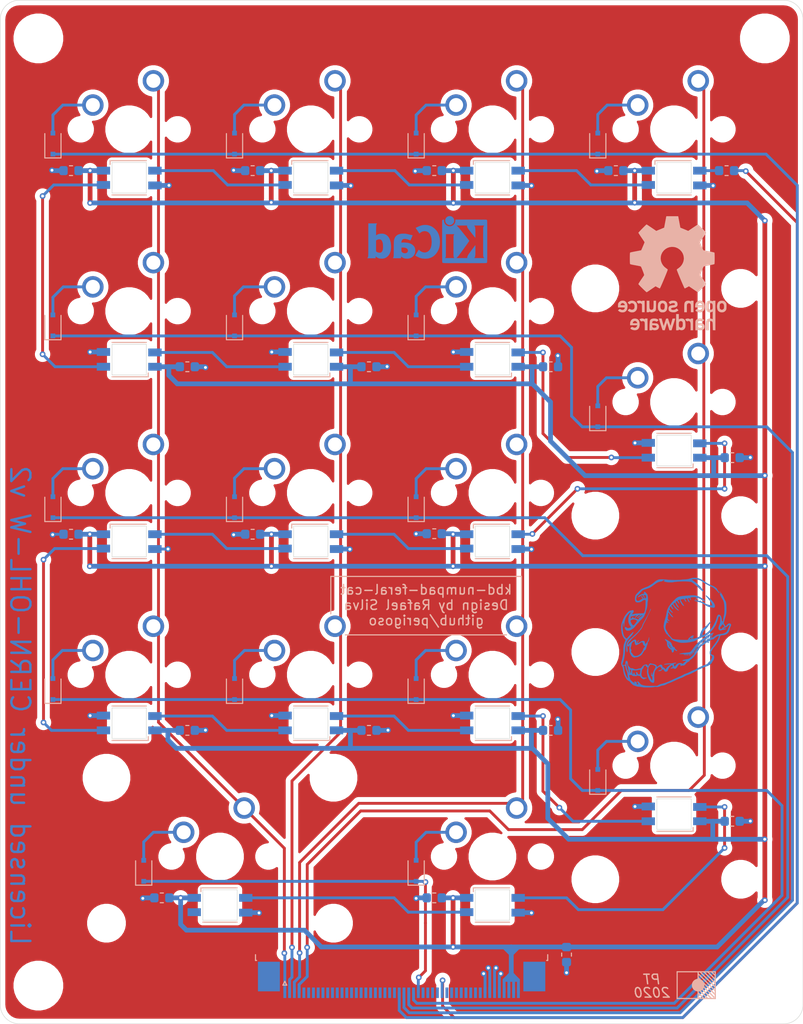
<source format=kicad_pcb>
(kicad_pcb (version 20171130) (host pcbnew 5.1.6)
  (layers (0 F.Cu signal hide) (31 B.Cu signal) (34 B.Paste user) (35 F.Paste user) (36 B.SilkS user) (37 F.SilkS user) (38 B.Mask user) (39 F.Mask user) (44 Edge.Cuts user))
  (net 0 "")
  (net 1 GND)
  (net 2 +5V)
  (net 3 "Net-(D1-Pad2)")
  (net 4 /COL0)
  (net 5 "Net-(D2-Pad2)")
  (net 6 /COL1)
  (net 7 "Net-(D3-Pad2)")
  (net 8 /COL2)
  (net 9 "Net-(D4-Pad2)")
  (net 10 /COL3)
  (net 11 "Net-(D5-Pad2)")
  (net 12 /COL4)
  (net 13 "Net-(D6-Pad2)")
  (net 14 "Net-(D7-Pad2)")
  (net 15 "Net-(D8-Pad2)")
  (net 16 "Net-(D9-Pad2)")
  (net 17 "Net-(D10-Pad2)")
  (net 18 "Net-(D11-Pad2)")
  (net 19 "Net-(D12-Pad2)")
  (net 20 "Net-(D13-Pad2)")
  (net 21 "Net-(D14-Pad2)")
  (net 22 "Net-(D15-Pad2)")
  (net 23 "Net-(D16-Pad2)")
  (net 24 "Net-(D17-Pad2)")
  (net 25 /leds/LEDDAT2)
  (net 26 /leds/LEDDAT3)
  (net 27 /leds/LEDDAT4)
  (net 28 /leds/LEDDAT9)
  (net 29 /leds/LEDDAT10)
  (net 30 /leds/LEDDAT11)
  (net 31 /leds/LEDDAT15)
  (net 32 "Net-(D22-Pad2)")
  (net 33 /leds/LEDDAT1)
  (net 34 /leds/LEDDAT5)
  (net 35 /leds/LEDDAT8)
  (net 36 /leds/LEDDAT12)
  (net 37 /leds/LEDDAT0)
  (net 38 /leds/LEDDAT6)
  (net 39 /leds/LEDDAT7)
  (net 40 /leds/LEDDAT13)
  (net 41 /leds/LEDDAT14)
  (net 42 "Net-(D32-Pad4)")
  (net 43 "Net-(J1-Pad42)")
  (net 44 "Net-(J1-Pad41)")
  (net 45 "Net-(J1-Pad40)")
  (net 46 "Net-(J1-Pad39)")
  (net 47 "Net-(J1-Pad38)")
  (net 48 "Net-(J1-Pad37)")
  (net 49 "Net-(J1-Pad36)")
  (net 50 "Net-(J1-Pad35)")
  (net 51 /LED_DAT1)
  (net 52 "Net-(J1-Pad33)")
  (net 53 /COL7)
  (net 54 /COL6)
  (net 55 /COL5)
  (net 56 /ROW23)
  (net 57 /ROW22)
  (net 58 /ROW21)
  (net 59 /ROW20)
  (net 60 /ROW19)
  (net 61 /ROW18)
  (net 62 /ROW17)
  (net 63 /ROW16)
  (net 64 /ROW15)
  (net 65 /ROW14)
  (net 66 /ROW13)
  (net 67 /ROW12)
  (net 68 /ROW11)
  (net 69 /ROW10)
  (net 70 /ROW9)
  (net 71 /ROW8)
  (net 72 /ROW7)
  (net 73 /ROW6)
  (net 74 /ROW5)
  (net 75 /ROW4)
  (net 76 /ROW3)
  (net 77 /ROW2)
  (net 78 /ROW1)
  (net 79 /ROW0)
  (module local:skull (layer B.Cu) (at 70.8 -40.95 180)
    (fp_text reference G*** hide)
    (fp_text value LOGO hide)
    (fp_poly (pts (xy -3.273962 3.914872) (xy -3.315655 3.891856) (xy -3.343856 3.864609) (xy -3.347213 3.857441) (xy -3.372925 3.824174) (xy -3.415303 3.797841) (xy -3.464698 3.766414) (xy -3.49574 3.730743) (xy -3.52743 3.693075) (xy -3.577904 3.651622) (xy -3.596398 3.639337) (xy -3.648959 3.599262) (xy -3.687601 3.556717) (xy -3.694727 3.544411) (xy -3.721157 3.508779) (xy -3.745629 3.497246) (xy -3.78025 3.481701) (xy -3.791486 3.467859) (xy -3.813676 3.437701) (xy -3.853654 3.390752) (xy -3.888101 3.35295) (xy -3.973051 3.250244) (xy -4.05248 3.132725) (xy -4.114768 3.017991) (xy -4.125786 2.99304) (xy -4.149776 2.909102) (xy -4.15706 2.821235) (xy -4.148004 2.74225) (xy -4.122976 2.684956) (xy -4.116759 2.677891) (xy -4.086808 2.653364) (xy -4.05307 2.642845) (xy -4.004018 2.645225) (xy -3.928125 2.659398) (xy -3.926908 2.659655) (xy -3.872845 2.670668) (xy -3.792339 2.686539) (xy -3.69823 2.704754) (xy -3.639872 2.715894) (xy -3.534172 2.738025) (xy -3.452643 2.761626) (xy -3.379727 2.792529) (xy -3.299868 2.836566) (xy -3.270163 2.854471) (xy -3.184613 2.905966) (xy -3.098416 2.956641) (xy -3.026352 2.99784) (xy -3.007632 3.008186) (xy -2.944138 3.04513) (xy -2.889876 3.080713) (xy -2.867742 3.097742) (xy -2.802274 3.14339) (xy -2.714694 3.182288) (xy -2.596917 3.217874) (xy -2.567978 3.225153) (xy -2.389707 3.269576) (xy -2.248378 3.306614) (xy -2.141789 3.33695) (xy -2.067739 3.361267) (xy -2.024023 3.380251) (xy -2.008441 3.394584) (xy -2.009235 3.398645) (xy -2.03315 3.4058) (xy -2.085989 3.408059) (xy -2.156963 3.405042) (xy -2.167158 3.404225) (xy -2.313963 3.391816) (xy -2.369219 3.475314) (xy -2.408715 3.526804) (xy -2.436008 3.542569) (xy -2.445136 3.538153) (xy -2.448469 3.511562) (xy -2.418716 3.46867) (xy -2.408881 3.458088) (xy -2.351968 3.398683) (xy -2.405898 3.378179) (xy -2.485113 3.351678) (xy -2.540235 3.343853) (xy -2.582125 3.353996) (xy -2.601315 3.365454) (xy -2.647339 3.39257) (xy -2.670954 3.390653) (xy -2.677881 3.359067) (xy -2.677892 3.356927) (xy -2.68361 3.331099) (xy -2.705068 3.309381) (xy -2.748723 3.288292) (xy -2.821033 3.264352) (xy -2.882196 3.246799) (xy -2.986219 3.205124) (xy -3.0758 3.137819) (xy -3.083685 3.130275) (xy -3.139857 3.08186) (xy -3.200465 3.045464) (xy -3.279032 3.013909) (xy -3.339019 2.994736) (xy -3.468886 2.957107) (xy -3.590996 2.924784) (xy -3.697769 2.899559) (xy -3.781626 2.883222) (xy -3.834537 2.877566) (xy -3.863712 2.880799) (xy -3.874824 2.897441) (xy -3.872203 2.938326) (xy -3.86849 2.962569) (xy -3.846235 3.039588) (xy -3.805385 3.131718) (xy -3.753856 3.224158) (xy -3.699562 3.302107) (xy -3.66885 3.335859) (xy -3.634261 3.373282) (xy -3.617458 3.401295) (xy -3.617152 3.403686) (xy -3.603298 3.427353) (xy -3.568196 3.465146) (xy -3.546517 3.485136) (xy -3.494143 3.540077) (xy -3.450376 3.600762) (xy -3.441599 3.616753) (xy -3.40123 3.674601) (xy -3.346544 3.726453) (xy -3.337373 3.732948) (xy -3.290925 3.772663) (xy -3.248773 3.822969) (xy -3.218408 3.87284) (xy -3.20732 3.911248) (xy -3.20982 3.92071) (xy -3.233707 3.926782) (xy -3.273962 3.914872)) (layer B.Cu) (width 0.01))
    (fp_poly (pts (xy 0.989101 -0.673489) (xy 0.897346 -0.718871) (xy 0.773807 -0.787633) (xy 0.729425 -0.813444) (xy 0.65111 -0.860048) (xy 0.583627 -0.901471) (xy 0.535872 -0.932183) (xy 0.519281 -0.944065) (xy 0.467425 -0.996434) (xy 0.418396 -1.061231) (xy 0.380168 -1.126189) (xy 0.360715 -1.179042) (xy 0.359716 -1.189516) (xy 0.349036 -1.228148) (xy 0.321078 -1.288246) (xy 0.281972 -1.358877) (xy 0.237845 -1.429107) (xy 0.194825 -1.488002) (xy 0.187572 -1.496672) (xy 0.169112 -1.492437) (xy 0.15124 -1.479963) (xy 0.115838 -1.464385) (xy 0.089844 -1.485863) (xy 0.072133 -1.543564) (xy 0.044686 -1.609593) (xy -0.008862 -1.682001) (xy -0.078839 -1.749342) (xy -0.135414 -1.789127) (xy -0.184793 -1.827759) (xy -0.199238 -1.862756) (xy -0.180544 -1.88809) (xy -0.149363 -1.887321) (xy -0.09891 -1.867252) (xy -0.040706 -1.834065) (xy 0.013729 -1.793942) (xy 0.038456 -1.770553) (xy 0.074245 -1.736015) (xy 0.09883 -1.719015) (xy 0.10083 -1.718647) (xy 0.111315 -1.7365) (xy 0.122395 -1.781937) (xy 0.127413 -1.813572) (xy 0.14874 -1.903659) (xy 0.183352 -1.974721) (xy 0.226432 -2.022253) (xy 0.273163 -2.041751) (xy 0.318729 -2.028707) (xy 0.337976 -2.010535) (xy 0.353509 -1.975481) (xy 0.367634 -1.916751) (xy 0.373465 -1.878253) (xy 0.383526 -1.815289) (xy 0.401592 -1.775365) (xy 0.437815 -1.742771) (xy 0.477692 -1.716967) (xy 0.534161 -1.680987) (xy 0.578447 -1.650953) (xy 0.593688 -1.639415) (xy 0.621645 -1.620982) (xy 0.629615 -1.618726) (xy 0.655656 -1.60285) (xy 0.693938 -1.561431) (xy 0.732783 -1.509596) (xy 0.514995 -1.509596) (xy 0.499395 -1.549035) (xy 0.465139 -1.572657) (xy 0.427682 -1.577268) (xy 0.402694 -1.56265) (xy 0.399685 -1.550415) (xy 0.411713 -1.492502) (xy 0.444444 -1.46184) (xy 0.462403 -1.458852) (xy 0.5012 -1.47399) (xy 0.514995 -1.509596) (xy 0.732783 -1.509596) (xy 0.737142 -1.50378) (xy 0.777949 -1.439209) (xy 0.793936 -1.409675) (xy 0.810089 -1.371188) (xy 0.645181 -1.371188) (xy 0.625396 -1.403439) (xy 0.591199 -1.433402) (xy 0.55693 -1.435287) (xy 0.531217 -1.426737) (xy 0.505866 -1.398864) (xy 0.501483 -1.354416) (xy 0.518294 -1.310982) (xy 0.529583 -1.298978) (xy 0.56074 -1.284531) (xy 0.594531 -1.301527) (xy 0.636135 -1.340352) (xy 0.645181 -1.371188) (xy 0.810089 -1.371188) (xy 0.822445 -1.341752) (xy 0.842084 -1.26313) (xy 0.845289 -1.239025) (xy 0.719433 -1.239025) (xy 0.704343 -1.256917) (xy 0.669369 -1.258531) (xy 0.62995 -1.246286) (xy 0.601529 -1.222601) (xy 0.600231 -1.220354) (xy 0.580927 -1.168591) (xy 0.592076 -1.142483) (xy 0.60952 -1.139104) (xy 0.645118 -1.152959) (xy 0.685087 -1.185128) (xy 0.713921 -1.221515) (xy 0.719433 -1.239025) (xy 0.845289 -1.239025) (xy 0.8556 -1.161493) (xy 0.85961 -1.115468) (xy 0.862513 -1.078524) (xy 0.719433 -1.078524) (xy 0.709751 -1.107153) (xy 0.689457 -1.106362) (xy 0.662897 -1.0812) (xy 0.65948 -1.067021) (xy 0.675523 -1.042393) (xy 0.689457 -1.039182) (xy 0.713881 -1.055776) (xy 0.719433 -1.078524) (xy 0.862513 -1.078524) (xy 0.874939 -0.920398) (xy 0.987317 -0.796216) (xy 1.047542 -0.725156) (xy 1.078294 -0.677322) (xy 1.079114 -0.652746) (xy 1.049537 -0.651458) (xy 0.989101 -0.673489)) (layer B.Cu) (width 0.01))
    (fp_poly (pts (xy 2.551087 2.507297) (xy 2.561324 2.471694) (xy 2.57483 2.443076) (xy 2.608895 2.372697) (xy 2.64325 2.298031) (xy 2.647604 2.288198) (xy 2.669164 2.240772) (xy 2.70374 2.166567) (xy 2.746998 2.074811) (xy 2.794605 1.97473) (xy 2.807169 1.948465) (xy 2.857914 1.841761) (xy 2.907985 1.735156) (xy 2.95209 1.639997) (xy 2.984942 1.567625) (xy 2.988865 1.558772) (xy 3.027939 1.474851) (xy 3.071021 1.389355) (xy 3.101821 1.33307) (xy 3.132424 1.278974) (xy 3.152653 1.240435) (xy 3.157513 1.228504) (xy 3.167222 1.208552) (xy 3.19299 1.163413) (xy 3.229775 1.101847) (xy 3.240359 1.084498) (xy 3.29004 0.994715) (xy 3.338248 0.893358) (xy 3.371935 0.809362) (xy 3.43941 0.637436) (xy 3.511352 0.498511) (xy 3.591382 0.385631) (xy 3.593853 0.382684) (xy 3.641992 0.324973) (xy 3.703575 0.250364) (xy 3.76691 0.173033) (xy 3.780014 0.156945) (xy 3.835379 0.090133) (xy 3.885332 0.03205) (xy 3.921628 -0.007795) (xy 3.929896 -0.015965) (xy 3.961572 -0.047553) (xy 4.00975 -0.098204) (xy 4.06426 -0.157218) (xy 4.066737 -0.15994) (xy 4.133612 -0.229124) (xy 4.214743 -0.30686) (xy 4.293088 -0.376842) (xy 4.296456 -0.379702) (xy 4.407225 -0.474773) (xy 4.492194 -0.551248) (xy 4.557181 -0.614978) (xy 4.608007 -0.671811) (xy 4.650492 -0.727596) (xy 4.66769 -0.752785) (xy 4.718513 -0.82036) (xy 4.775131 -0.882502) (xy 4.810133 -0.913628) (xy 4.868835 -0.974361) (xy 4.921091 -1.056076) (xy 4.959056 -1.143759) (xy 4.974883 -1.222393) (xy 4.974948 -1.229033) (xy 4.974205 -1.288986) (xy 4.920207 -1.219041) (xy 4.845791 -1.132163) (xy 4.756937 -1.043534) (xy 4.658983 -0.956954) (xy 4.557269 -0.876224) (xy 4.457137 -0.805146) (xy 4.363924 -0.747519) (xy 4.282973 -0.707145) (xy 4.219622 -0.687825) (xy 4.180469 -0.692518) (xy 4.133468 -0.742789) (xy 4.098269 -0.821285) (xy 4.079081 -0.916994) (xy 4.076789 -0.963929) (xy 4.073512 -1.028124) (xy 4.064845 -1.069275) (xy 4.056178 -1.079151) (xy 4.039973 -1.073471) (xy 4.027333 -1.050141) (xy 4.013881 -0.999729) (xy 4.008882 -0.977219) (xy 3.991617 -0.937457) (xy 3.958739 -0.887628) (xy 3.917918 -0.836645) (xy 3.876827 -0.793416) (xy 3.843138 -0.766854) (xy 3.825653 -0.764393) (xy 3.828213 -0.787157) (xy 3.849868 -0.832017) (xy 3.883614 -0.885761) (xy 3.928147 -0.953267) (xy 3.950377 -0.997619) (xy 3.952463 -1.027272) (xy 3.936566 -1.05068) (xy 3.927752 -1.058465) (xy 3.905659 -1.067451) (xy 3.873029 -1.060034) (xy 3.821649 -1.033353) (xy 3.776889 -1.005956) (xy 3.671711 -0.940375) (xy 3.59281 -0.893581) (xy 3.533066 -0.862404) (xy 3.485358 -0.843674) (xy 3.442564 -0.834224) (xy 3.397566 -0.830882) (xy 3.38293 -0.830601) (xy 3.303049 -0.836929) (xy 3.247123 -0.862185) (xy 3.20925 -0.912392) (xy 3.183531 -0.993573) (xy 3.174005 -1.04389) (xy 3.158388 -1.120069) (xy 3.142415 -1.159438) (xy 3.126673 -1.165983) (xy 3.096387 -1.142137) (xy 3.051855 -1.092384) (xy 2.999319 -1.025131) (xy 2.945026 -0.948787) (xy 2.895219 -0.87176) (xy 2.856143 -0.802458) (xy 2.854991 -0.800164) (xy 2.818482 -0.71336) (xy 2.78762 -0.616305) (xy 2.774705 -0.559711) (xy 2.759067 -0.488252) (xy 2.745148 -0.453838) (xy 2.734379 -0.453547) (xy 2.72819 -0.484458) (xy 2.728012 -0.543648) (xy 2.735273 -0.628195) (xy 2.736455 -0.637863) (xy 2.754715 -0.745859) (xy 2.782594 -0.829449) (xy 2.826897 -0.904095) (xy 2.884419 -0.974161) (xy 2.910861 -1.011139) (xy 2.909706 -1.04388) (xy 2.898241 -1.06818) (xy 2.882539 -1.110852) (xy 2.893265 -1.148781) (xy 2.903477 -1.165424) (xy 2.923612 -1.205618) (xy 2.949902 -1.270482) (xy 2.978357 -1.348447) (xy 3.004987 -1.427941) (xy 3.025801 -1.497395) (xy 3.036808 -1.54524) (xy 3.037608 -1.554319) (xy 3.0479 -1.598321) (xy 3.073576 -1.659271) (xy 3.106833 -1.721565) (xy 3.139868 -1.769593) (xy 3.150966 -1.781054) (xy 3.19522 -1.81173) (xy 3.222762 -1.825011) (xy 3.256542 -1.852263) (xy 3.276631 -1.886441) (xy 3.298475 -1.929812) (xy 3.334928 -1.989445) (xy 3.363664 -2.031839) (xy 3.409081 -2.100586) (xy 3.450155 -2.170551) (xy 3.467524 -2.204475) (xy 3.513667 -2.269047) (xy 3.594801 -2.338201) (xy 3.712414 -2.413041) (xy 3.840853 -2.481288) (xy 3.942389 -2.522136) (xy 4.038514 -2.537518) (xy 4.06123 -2.538002) (xy 4.129789 -2.542861) (xy 4.186765 -2.555262) (xy 4.207237 -2.564503) (xy 4.237654 -2.578578) (xy 4.275301 -2.578284) (xy 4.33384 -2.56309) (xy 4.346577 -2.559075) (xy 4.438148 -2.525176) (xy 4.504334 -2.486053) (xy 4.559355 -2.431081) (xy 4.608305 -2.363442) (xy 4.694308 -2.223202) (xy 4.754965 -2.099355) (xy 4.788662 -1.995619) (xy 4.795257 -1.932812) (xy 4.796172 -1.86406) (xy 4.801489 -1.779375) (xy 4.806495 -1.728639) (xy 4.808895 -1.637933) (xy 4.687192 -1.637933) (xy 4.677199 -1.663488) (xy 4.657905 -1.672477) (xy 4.631292 -1.697898) (xy 4.612855 -1.749781) (xy 4.604771 -1.815072) (xy 4.609215 -1.880717) (xy 4.617885 -1.912497) (xy 4.630211 -1.986361) (xy 4.604919 -2.047276) (xy 4.561734 -2.085342) (xy 4.517734 -2.127082) (xy 4.476166 -2.186066) (xy 4.466213 -2.204879) (xy 4.433386 -2.264541) (xy 4.399373 -2.313733) (xy 4.389877 -2.324467) (xy 4.304938 -2.382842) (xy 4.198478 -2.412055) (xy 4.077315 -2.411132) (xy 3.96544 -2.385121) (xy 3.837025 -2.327636) (xy 3.712719 -2.246241) (xy 3.608582 -2.151855) (xy 3.588962 -2.1292) (xy 3.54984 -2.079431) (xy 3.523786 -2.042406) (xy 3.51723 -2.029227) (xy 3.505943 -2.004998) (xy 3.477394 -1.961138) (xy 3.439554 -1.909015) (xy 3.40039 -1.859998) (xy 3.391093 -1.849297) (xy 3.365279 -1.800141) (xy 3.367018 -1.743628) (xy 3.371018 -1.699799) (xy 3.364713 -1.678764) (xy 3.363258 -1.678449) (xy 3.345899 -1.661918) (xy 3.320348 -1.620379) (xy 3.308001 -1.596096) (xy 3.273462 -1.53835) (xy 3.234689 -1.493262) (xy 3.223068 -1.484114) (xy 3.183239 -1.441453) (xy 3.180992 -1.395208) (xy 3.215284 -1.352071) (xy 3.246539 -1.333409) (xy 3.317447 -1.279466) (xy 3.365682 -1.195038) (xy 3.389168 -1.102152) (xy 3.412203 -1.022405) (xy 3.451064 -0.977348) (xy 3.506986 -0.966821) (xy 3.581203 -0.990662) (xy 3.674952 -1.04871) (xy 3.693522 -1.062422) (xy 3.786496 -1.125838) (xy 3.888511 -1.184698) (xy 3.987254 -1.232591) (xy 4.07041 -1.263108) (xy 4.086915 -1.267184) (xy 4.125016 -1.27163) (xy 4.15146 -1.25926) (xy 4.177809 -1.22217) (xy 4.193109 -1.19458) (xy 4.232088 -1.087103) (xy 4.244545 -0.994275) (xy 4.249448 -0.929882) (xy 4.256577 -0.882976) (xy 4.262322 -0.866973) (xy 4.294773 -0.860805) (xy 4.349121 -0.877682) (xy 4.417044 -0.914491) (xy 4.450956 -0.93755) (xy 4.502146 -0.984489) (xy 4.541487 -1.045984) (xy 4.572224 -1.129517) (xy 4.597606 -1.242574) (xy 4.606859 -1.296942) (xy 4.621829 -1.368282) (xy 4.641296 -1.434545) (xy 4.645921 -1.446824) (xy 4.666358 -1.5106) (xy 4.682005 -1.58135) (xy 4.682719 -1.585863) (xy 4.687192 -1.637933) (xy 4.808895 -1.637933) (xy 4.809807 -1.603503) (xy 4.796124 -1.488828) (xy 4.776456 -1.390569) (xy 4.764352 -1.324954) (xy 4.75905 -1.285535) (xy 4.759787 -1.265864) (xy 4.765801 -1.259493) (xy 4.768974 -1.259212) (xy 4.786534 -1.276049) (xy 4.810292 -1.318151) (xy 4.819719 -1.339149) (xy 4.856875 -1.396516) (xy 4.900898 -1.41981) (xy 4.944106 -1.408393) (xy 4.978815 -1.361627) (xy 4.982394 -1.352668) (xy 5.002854 -1.328806) (xy 5.018448 -1.330436) (xy 5.027517 -1.356611) (xy 5.031273 -1.416986) (xy 5.029867 -1.506167) (xy 5.023448 -1.61876) (xy 5.012166 -1.749372) (xy 5.00488 -1.818569) (xy 5.004957 -1.888823) (xy 5.018565 -1.950249) (xy 5.042064 -1.991834) (xy 5.066011 -2.003407) (xy 5.080347 -1.984521) (xy 5.095416 -1.934279) (xy 5.109801 -1.861236) (xy 5.122085 -1.773946) (xy 5.13085 -1.680963) (xy 5.13468 -1.590843) (xy 5.1347 -1.58875) (xy 5.130196 -1.480908) (xy 5.116634 -1.356306) (xy 5.096369 -1.230391) (xy 5.071758 -1.118613) (xy 5.053955 -1.059166) (xy 5.018611 -0.975126) (xy 4.971055 -0.893978) (xy 4.90702 -0.810729) (xy 4.822237 -0.720384) (xy 4.712438 -0.61795) (xy 4.578168 -0.502458) (xy 4.502303 -0.437356) (xy 4.415352 -0.36016) (xy 4.321956 -0.275278) (xy 4.226754 -0.187113) (xy 4.134389 -0.10007) (xy 4.049501 -0.018556) (xy 3.976731 0.053026) (xy 3.92072 0.110269) (xy 3.886109 0.14877) (xy 3.876947 0.163127) (xy 3.86579 0.184449) (xy 3.831388 0.229027) (xy 3.772338 0.298553) (xy 3.687241 0.39472) (xy 3.663062 0.421646) (xy 3.599781 0.499113) (xy 3.542047 0.582594) (xy 3.495426 0.662702) (xy 3.465483 0.730051) (xy 3.457277 0.768676) (xy 3.448068 0.805838) (xy 3.42342 0.868218) (xy 3.387805 0.946379) (xy 3.345692 1.030881) (xy 3.301553 1.112286) (xy 3.26761 1.169116) (xy 3.233785 1.225716) (xy 3.187644 1.307256) (xy 3.135095 1.403105) (xy 3.082047 1.502631) (xy 3.078788 1.508849) (xy 3.031475 1.598615) (xy 2.990006 1.676168) (xy 2.958274 1.734312) (xy 2.940167 1.765853) (xy 2.938325 1.768607) (xy 2.920707 1.798153) (xy 2.891017 1.853591) (xy 2.854406 1.924746) (xy 2.816022 2.001442) (xy 2.781015 2.073502) (xy 2.754535 2.130751) (xy 2.751235 2.138316) (xy 2.725129 2.199245) (xy 2.693327 2.273816) (xy 2.678718 2.308182) (xy 2.639927 2.398826) (xy 2.612985 2.458823) (xy 2.594427 2.494445) (xy 2.580783 2.511963) (xy 2.568586 2.517648) (xy 2.562693 2.518017) (xy 2.551087 2.507297)) (layer B.Cu) (width 0.01))
    (fp_poly (pts (xy -2.197415 5.777709) (xy -2.197916 5.777645) (xy -2.379336 5.742865) (xy -2.559351 5.684009) (xy -2.743438 5.59853) (xy -2.937074 5.483882) (xy -3.145736 5.33752) (xy -3.147522 5.336184) (xy -3.360003 5.195984) (xy -3.593101 5.075452) (xy -3.797011 4.994519) (xy -3.929986 4.943325) (xy -4.052615 4.881473) (xy -4.175318 4.80274) (xy -4.308515 4.700904) (xy -4.359811 4.658425) (xy -4.382362 4.625349) (xy -4.382917 4.604121) (xy -4.390149 4.578303) (xy -4.417535 4.52869) (xy -4.460507 4.462888) (xy -4.504146 4.402221) (xy -4.575364 4.301794) (xy -4.619741 4.226983) (xy -4.636876 4.17864) (xy -4.626369 4.157614) (xy -4.619363 4.156727) (xy -4.599288 4.17086) (xy -4.560801 4.208461) (xy -4.511122 4.262327) (xy -4.494461 4.281336) (xy -4.349455 4.442651) (xy -4.219335 4.573423) (xy -4.099089 4.67777) (xy -3.983707 4.759813) (xy -3.868178 4.823673) (xy -3.797011 4.854853) (xy -3.669095 4.909835) (xy -3.526295 4.977611) (xy -3.378024 5.053151) (xy -3.233697 5.131424) (xy -3.10273 5.207401) (xy -2.994536 5.276052) (xy -2.950567 5.307062) (xy -2.808451 5.407041) (xy -2.683188 5.481855) (xy -2.56518 5.536301) (xy -2.444826 5.575176) (xy -2.38611 5.589134) (xy -2.29788 5.604605) (xy -2.195727 5.616992) (xy -2.087847 5.625962) (xy -1.982438 5.631186) (xy -1.887697 5.632333) (xy -1.81182 5.629071) (xy -1.763006 5.62107) (xy -1.750879 5.614764) (xy -1.742309 5.590625) (xy -1.766462 5.568543) (xy -1.823358 5.530948) (xy -1.900844 5.475645) (xy -1.988689 5.410376) (xy -2.076663 5.342881) (xy -2.154536 5.2809) (xy -2.212075 5.232173) (xy -2.217158 5.227556) (xy -2.279661 5.170149) (xy -2.354275 5.101635) (xy -2.417001 5.04405) (xy -2.480499 4.986348) (xy -2.540685 4.932633) (xy -2.584631 4.894443) (xy -2.584957 4.894168) (xy -2.621613 4.856915) (xy -2.672615 4.796866) (xy -2.729593 4.72411) (xy -2.758809 4.684599) (xy -2.811945 4.612818) (xy -2.859418 4.551673) (xy -2.894515 4.509664) (xy -2.9067 4.497298) (xy -2.926361 4.465846) (xy -2.936439 4.421737) (xy -2.935697 4.380484) (xy -2.922897 4.357603) (xy -2.917926 4.356569) (xy -2.885695 4.370004) (xy -2.829543 4.407848) (xy -2.753973 4.466406) (xy -2.663487 4.541985) (xy -2.562586 4.630892) (xy -2.455771 4.729432) (xy -2.407901 4.775043) (xy -2.301396 4.874085) (xy -2.184263 4.977143) (xy -2.06366 5.078407) (xy -1.946747 5.172071) (xy -1.840683 5.252326) (xy -1.752626 5.313365) (xy -1.71835 5.334426) (xy -1.669801 5.351458) (xy -1.585366 5.367) (xy -1.464081 5.381158) (xy -1.30498 5.394042) (xy -1.107097 5.405759) (xy -1.059166 5.408148) (xy -0.96358 5.410339) (xy -0.844224 5.409313) (xy -0.707819 5.405491) (xy -0.561085 5.399293) (xy -0.410742 5.391143) (xy -0.26351 5.381461) (xy -0.126108 5.370669) (xy -0.005256 5.359188) (xy 0.092326 5.347441) (xy 0.159918 5.335848) (xy 0.179858 5.33042) (xy 0.243072 5.317353) (xy 0.336362 5.309289) (xy 0.450171 5.306056) (xy 0.574942 5.307485) (xy 0.70112 5.313403) (xy 0.819146 5.323642) (xy 0.919466 5.338029) (xy 0.949252 5.344156) (xy 1.05407 5.368499) (xy 1.126236 5.386574) (xy 1.172167 5.400544) (xy 1.198279 5.41257) (xy 1.210991 5.424814) (xy 1.215034 5.433696) (xy 1.207678 5.451409) (xy 1.166323 5.452431) (xy 1.124709 5.453006) (xy 1.109969 5.472783) (xy 1.109126 5.48568) (xy 1.117925 5.513829) (xy 1.150999 5.527848) (xy 1.18264 5.531766) (xy 1.237237 5.530372) (xy 1.274959 5.508389) (xy 1.301308 5.476809) (xy 1.348422 5.430396) (xy 1.403287 5.415352) (xy 1.407652 5.415265) (xy 1.469569 5.408271) (xy 1.555968 5.390256) (xy 1.654054 5.36462) (xy 1.751033 5.334765) (xy 1.83411 5.304093) (xy 1.847588 5.298311) (xy 1.88892 5.277416) (xy 1.943125 5.245054) (xy 2.0136 5.198901) (xy 2.103743 5.136635) (xy 2.21695 5.055931) (xy 2.35662 4.954466) (xy 2.444507 4.890028) (xy 2.590975 4.793434) (xy 2.728773 4.726659) (xy 2.785436 4.706532) (xy 2.854978 4.682633) (xy 2.935212 4.652693) (xy 2.967663 4.639869) (xy 3.043389 4.612038) (xy 3.134393 4.582456) (xy 3.197482 4.56407) (xy 3.272876 4.541039) (xy 3.339245 4.516466) (xy 3.37734 4.49831) (xy 3.429799 4.459494) (xy 3.498518 4.399306) (xy 3.574082 4.327002) (xy 3.647071 4.251837) (xy 3.70807 4.183068) (xy 3.739558 4.142307) (xy 3.793081 4.078941) (xy 3.859945 4.017245) (xy 3.887831 3.996239) (xy 3.973905 3.931674) (xy 4.027105 3.877656) (xy 4.051444 3.829352) (xy 4.053498 3.796712) (xy 4.057517 3.742625) (xy 4.074582 3.682443) (xy 4.075064 3.681269) (xy 4.094481 3.596858) (xy 4.087434 3.513585) (xy 4.057919 3.440276) (xy 4.009934 3.385757) (xy 3.947474 3.358852) (xy 3.92842 3.357467) (xy 3.836676 3.367587) (xy 3.752855 3.394323) (xy 3.691688 3.43273) (xy 3.685602 3.438944) (xy 3.646428 3.470804) (xy 3.586469 3.507755) (xy 3.544649 3.529298) (xy 3.485921 3.56117) (xy 3.443387 3.591836) (xy 3.429555 3.608492) (xy 3.436095 3.64166) (xy 3.469765 3.692757) (xy 3.497732 3.725277) (xy 3.541399 3.775001) (xy 3.560221 3.805537) (xy 3.557981 3.825591) (xy 3.546524 3.837545) (xy 3.525443 3.850903) (xy 3.505469 3.848475) (xy 3.480653 3.825316) (xy 3.445043 3.776479) (xy 3.410665 3.724607) (xy 3.361138 3.662389) (xy 3.313358 3.625876) (xy 3.273284 3.617974) (xy 3.246872 3.641585) (xy 3.245786 3.644237) (xy 3.249872 3.675735) (xy 3.271985 3.727817) (xy 3.302048 3.780532) (xy 3.340047 3.842432) (xy 3.369856 3.894979) (xy 3.382924 3.921911) (xy 3.412496 3.950685) (xy 3.464823 3.953857) (xy 3.532394 3.93193) (xy 3.573649 3.909154) (xy 3.653625 3.861442) (xy 3.735456 3.817275) (xy 3.811919 3.779965) (xy 3.875793 3.75282) (xy 3.919854 3.73915) (xy 3.936882 3.742265) (xy 3.9369 3.74268) (xy 3.923563 3.767965) (xy 3.890414 3.808497) (xy 3.847743 3.853621) (xy 3.805842 3.892681) (xy 3.775 3.915019) (xy 3.768639 3.916915) (xy 3.746899 3.927688) (xy 3.704627 3.955182) (xy 3.675488 3.975741) (xy 3.673462 3.976868) (xy 3.315871 3.976868) (xy 3.246493 3.814776) (xy 3.208711 3.726902) (xy 3.182518 3.669521) (xy 3.163586 3.636461) (xy 3.147592 3.621552) (xy 3.130208 3.618622) (xy 3.110663 3.621005) (xy 3.083673 3.632026) (xy 3.065786 3.662024) (xy 3.051805 3.720624) (xy 3.049376 3.73452) (xy 3.04067 3.805768) (xy 3.045429 3.856802) (xy 3.065525 3.905659) (xy 3.067511 3.909382) (xy 3.091817 3.948872) (xy 3.118585 3.96891) (xy 3.161627 3.976044) (xy 3.209863 3.976868) (xy 3.315871 3.976868) (xy 3.673462 3.976868) (xy 3.55768 4.041244) (xy 3.412655 4.089215) (xy 3.322383 4.107147) (xy 3.263374 4.122591) (xy 3.238032 4.144319) (xy 3.23745 4.148491) (xy 3.248821 4.173938) (xy 3.257435 4.176711) (xy 3.273385 4.192725) (xy 3.276493 4.22953) (xy 3.267338 4.27027) (xy 3.253438 4.292619) (xy 3.217582 4.313952) (xy 3.202786 4.316601) (xy 3.1758 4.302377) (xy 3.131249 4.265001) (xy 3.076678 4.212419) (xy 3.019633 4.152574) (xy 2.967659 4.093412) (xy 2.928301 4.042876) (xy 2.909103 4.008912) (xy 2.908603 4.006845) (xy 2.872437 3.765842) (xy 2.86121 3.553047) (xy 2.874955 3.36966) (xy 2.889915 3.294519) (xy 2.903364 3.218453) (xy 2.913232 3.121722) (xy 2.91763 3.023591) (xy 2.917702 3.011016) (xy 2.925917 2.87888) (xy 2.94838 2.728035) (xy 2.981817 2.574203) (xy 3.022955 2.433102) (xy 3.055932 2.347248) (xy 3.081276 2.27198) (xy 3.09603 2.193388) (xy 3.09756 2.166754) (xy 3.108679 2.087461) (xy 3.146197 2.008904) (xy 3.157513 1.991534) (xy 3.1917 1.933875) (xy 3.213408 1.883801) (xy 3.217466 1.863732) (xy 3.231982 1.812559) (xy 3.272927 1.740538) (xy 3.336402 1.652848) (xy 3.418505 1.55467) (xy 3.515334 1.451184) (xy 3.565699 1.401339) (xy 3.642868 1.324832) (xy 3.713698 1.250947) (xy 3.770834 1.187598) (xy 3.806923 1.142698) (xy 3.809354 1.139133) (xy 3.856985 1.079199) (xy 3.917033 1.018642) (xy 3.937801 1.000892) (xy 3.981778 0.959165) (xy 4.040904 0.894328) (xy 4.106985 0.815718) (xy 4.163668 0.743507) (xy 4.226198 0.661605) (xy 4.275689 0.600448) (xy 4.320433 0.552472) (xy 4.368722 0.510114) (xy 4.428846 0.465809) (xy 4.509099 0.411992) (xy 4.572284 0.370738) (xy 4.656877 0.317763) (xy 4.721961 0.283696) (xy 4.779957 0.263404) (xy 4.843283 0.251751) (xy 4.866699 0.249008) (xy 4.946959 0.243654) (xy 5.022137 0.243993) (xy 5.064819 0.248261) (xy 5.123983 0.272154) (xy 5.178163 0.316414) (xy 5.224412 0.374059) (xy 5.259787 0.438108) (xy 5.281343 0.501581) (xy 5.286133 0.557495) (xy 5.271213 0.59887) (xy 5.233639 0.618723) (xy 5.221434 0.619512) (xy 5.176166 0.607366) (xy 5.119718 0.576703) (xy 5.095987 0.559559) (xy 5.011603 0.510459) (xy 4.952497 0.499606) (xy 4.900527 0.50631) (xy 4.83334 0.523651) (xy 4.762431 0.547471) (xy 4.699291 0.573613) (xy 4.655413 0.59792) (xy 4.642238 0.611838) (xy 4.649977 0.637511) (xy 4.677139 0.683271) (xy 4.711714 0.731107) (xy 4.752493 0.786633) (xy 4.786239 0.841846) (xy 4.818107 0.907001) (xy 4.853256 0.992354) (xy 4.884413 1.074558) (xy 4.904212 1.157586) (xy 4.914908 1.267219) (xy 4.915005 1.274272) (xy 4.690591 1.274272) (xy 4.689337 1.22929) (xy 4.669219 1.16606) (xy 4.636082 1.088548) (xy 4.569684 0.958374) (xy 4.504719 0.866579) (xy 4.44164 0.813493) (xy 4.380898 0.799446) (xy 4.322946 0.824768) (xy 4.30216 0.844335) (xy 4.254261 0.900335) (xy 4.198982 0.970984) (xy 4.142445 1.047673) (xy 4.090773 1.121793) (xy 4.050089 1.184735) (xy 4.026517 1.227891) (xy 4.023636 1.235927) (xy 4.028765 1.290052) (xy 4.071208 1.339462) (xy 4.148394 1.382043) (xy 4.235886 1.410403) (xy 4.36989 1.429102) (xy 4.493379 1.416113) (xy 4.599294 1.372577) (xy 4.63658 1.345676) (xy 4.673 1.310052) (xy 4.690591 1.274272) (xy 4.915005 1.274272) (xy 4.916624 1.391174) (xy 4.909485 1.517168) (xy 4.898637 1.596294) (xy 4.676317 1.596294) (xy 4.674049 1.537161) (xy 4.664607 1.508029) (xy 4.644038 1.499064) (xy 4.637137 1.498819) (xy 4.603523 1.505152) (xy 4.572852 1.529138) (xy 4.537207 1.57826) (xy 4.515552 1.613729) (xy 4.480781 1.658281) (xy 4.448381 1.678514) (xy 4.426236 1.673008) (xy 4.42223 1.640346) (xy 4.424372 1.630139) (xy 4.428259 1.602412) (xy 4.416944 1.584975) (xy 4.382148 1.572116) (xy 4.321621 1.559294) (xy 4.21146 1.533473) (xy 4.108567 1.501368) (xy 4.025191 1.467137) (xy 3.98741 1.445817) (xy 3.929716 1.422203) (xy 3.871272 1.422268) (xy 3.826877 1.44499) (xy 3.817697 1.457537) (xy 3.800255 1.509574) (xy 3.79701 1.538101) (xy 3.782215 1.577819) (xy 3.762037 1.593103) (xy 3.730169 1.611003) (xy 3.677139 1.646679) (xy 3.61318 1.693173) (xy 3.598132 1.704563) (xy 3.534579 1.751893) (xy 3.481203 1.789544) (xy 3.447486 1.810884) (xy 3.443254 1.812888) (xy 3.4179 1.83146) (xy 3.427158 1.848757) (xy 3.466029 1.858176) (xy 3.477826 1.858536) (xy 3.523919 1.848104) (xy 3.589018 1.815315) (xy 3.67729 1.757928) (xy 3.715954 1.730519) (xy 3.816642 1.659861) (xy 3.889872 1.613355) (xy 3.938833 1.589502) (xy 3.966717 1.586801) (xy 3.976714 1.60375) (xy 3.976868 1.607789) (xy 3.961049 1.632681) (xy 3.918977 1.670969) (xy 3.858731 1.715581) (xy 3.837946 1.729383) (xy 3.758181 1.782476) (xy 3.708683 1.820204) (xy 3.685119 1.847215) (xy 3.68316 1.868157) (xy 3.694191 1.883617) (xy 3.723434 1.891271) (xy 3.77141 1.886948) (xy 3.823013 1.87424) (xy 3.863134 1.856736) (xy 3.876947 1.840174) (xy 3.893434 1.82181) (xy 3.93344 1.80004) (xy 3.936624 1.798698) (xy 3.983518 1.770576) (xy 4.041489 1.724145) (xy 4.081215 1.68636) (xy 4.137302 1.634247) (xy 4.182119 1.603545) (xy 4.210094 1.597393) (xy 4.216679 1.610047) (xy 4.202749 1.649532) (xy 4.166999 1.701609) (xy 4.118493 1.753499) (xy 4.10895 1.761967) (xy 4.070052 1.801285) (xy 4.062605 1.827979) (xy 4.069088 1.838199) (xy 4.094672 1.8493) (xy 4.140386 1.843872) (xy 4.188993 1.830008) (xy 4.257247 1.811385) (xy 4.34704 1.791023) (xy 4.440363 1.772965) (xy 4.451735 1.771011) (xy 4.531795 1.755229) (xy 4.598612 1.737937) (xy 4.640678 1.722238) (xy 4.646582 1.718446) (xy 4.667636 1.678238) (xy 4.676211 1.606775) (xy 4.676317 1.596294) (xy 4.898637 1.596294) (xy 4.893615 1.632916) (xy 4.878127 1.698726) (xy 4.834936 1.827472) (xy 4.783849 1.937228) (xy 4.715081 2.048927) (xy 4.713008 2.051987) (xy 4.680518 2.101948) (xy 4.660015 2.137458) (xy 4.656333 2.146913) (xy 4.671928 2.158805) (xy 4.709269 2.155883) (xy 4.754194 2.140882) (xy 4.786356 2.121803) (xy 4.821568 2.087624) (xy 4.873449 2.029377) (xy 4.935249 1.955381) (xy 5.000219 1.873956) (xy 5.061609 1.793422) (xy 5.112668 1.722098) (xy 5.122473 1.707521) (xy 5.204787 1.55365) (xy 5.270757 1.367278) (xy 5.319169 1.152897) (xy 5.348809 0.915002) (xy 5.353047 0.854021) (xy 5.36012 0.763887) (xy 5.369058 0.693243) (xy 5.37873 0.649537) (xy 5.385759 0.638915) (xy 5.395373 0.657592) (xy 5.405108 0.70836) (xy 5.413716 0.783363) (xy 5.418282 0.844059) (xy 5.42407 0.938994) (xy 5.428298 1.001014) (xy 5.432116 1.037081) (xy 5.436673 1.054156) (xy 5.443121 1.059201) (xy 5.45261 1.059179) (xy 5.453825 1.059166) (xy 5.470131 1.041946) (xy 5.491639 0.998027) (xy 5.503786 0.965676) (xy 5.524676 0.869057) (xy 5.534135 0.737816) (xy 5.532162 0.575633) (xy 5.518757 0.386186) (xy 5.503868 0.249803) (xy 5.476026 0.057748) (xy 5.442759 -0.10045) (xy 5.401752 -0.230781) (xy 5.350688 -0.339235) (xy 5.287254 -0.431803) (xy 5.209134 -0.514476) (xy 5.208108 -0.515423) (xy 5.147742 -0.565703) (xy 5.102799 -0.584425) (xy 5.063287 -0.570878) (xy 5.019213 -0.524352) (xy 5.00128 -0.500713) (xy 4.969883 -0.462489) (xy 4.916173 -0.401689) (xy 4.845696 -0.324398) (xy 4.763996 -0.236702) (xy 4.681052 -0.149308) (xy 4.580626 -0.045955) (xy 4.504106 0.029247) (xy 4.449202 0.078331) (xy 4.413621 0.103331) (xy 4.395073 0.106283) (xy 4.394081 0.105458) (xy 4.383902 0.076261) (xy 4.400884 0.02895) (xy 4.402015 0.026782) (xy 4.431663 -0.03092) (xy 4.464006 -0.09566) (xy 4.466915 -0.101591) (xy 4.499668 -0.155244) (xy 4.548684 -0.221001) (xy 4.591636 -0.271457) (xy 4.732243 -0.427957) (xy 4.846707 -0.56119) (xy 4.93805 -0.675213) (xy 5.009295 -0.774088) (xy 5.063466 -0.861873) (xy 5.103585 -0.942628) (xy 5.118144 -0.978507) (xy 5.151485 -1.081021) (xy 5.18395 -1.205955) (xy 5.213168 -1.341248) (xy 5.236771 -1.474837) (xy 5.252388 -1.594663) (xy 5.257652 -1.688662) (xy 5.257652 -1.688671) (xy 5.259181 -1.759677) (xy 5.264256 -1.858961) (xy 5.272155 -1.975062) (xy 5.282153 -2.096517) (xy 5.286028 -2.138317) (xy 5.308705 -2.348633) (xy 5.334334 -2.52889) (xy 5.36499 -2.688986) (xy 5.402746 -2.83882) (xy 5.449677 -2.988291) (xy 5.484433 -3.085507) (xy 5.516968 -3.18075) (xy 5.53215 -3.249045) (xy 5.530749 -3.299068) (xy 5.513532 -3.339495) (xy 5.507673 -3.347997) (xy 5.482444 -3.373361) (xy 5.4531 -3.37093) (xy 5.43053 -3.359927) (xy 5.377118 -3.343931) (xy 5.312377 -3.339996) (xy 5.30575 -3.340487) (xy 5.230145 -3.347365) (xy 5.229194 -3.309823) (xy 5.122738 -3.309823) (xy 5.120015 -3.399695) (xy 5.11202 -3.497773) (xy 5.099065 -3.59625) (xy 5.081463 -3.687319) (xy 5.074161 -3.716372) (xy 5.047752 -3.800271) (xy 5.013926 -3.888085) (xy 4.97596 -3.973587) (xy 4.93713 -4.050549) (xy 4.900714 -4.112745) (xy 4.869987 -4.153947) (xy 4.848228 -4.167927) (xy 4.840653 -4.160121) (xy 4.84386 -4.130817) (xy 4.859832 -4.081481) (xy 4.867102 -4.063662) (xy 4.886472 -4.003618) (xy 4.904709 -3.922078) (xy 4.909991 -3.888115) (xy 4.771157 -3.888115) (xy 4.761558 -3.949957) (xy 4.733286 -4.042648) (xy 4.724923 -4.066798) (xy 4.70367 -4.128647) (xy 4.687848 -4.177095) (xy 4.683065 -4.193362) (xy 4.662729 -4.212654) (xy 4.651327 -4.211681) (xy 4.63736 -4.18985) (xy 4.628711 -4.133778) (xy 4.624998 -4.040844) (xy 4.624896 -4.030972) (xy 4.624059 -3.932261) (xy 4.52167 -3.932261) (xy 4.520621 -3.949596) (xy 4.519599 -3.956885) (xy 4.514903 -4.00138) (xy 4.50902 -4.071109) (xy 4.503182 -4.151413) (xy 4.502891 -4.155782) (xy 4.493666 -4.245672) (xy 4.479381 -4.301981) (xy 4.459766 -4.330009) (xy 4.426582 -4.350827) (xy 4.406303 -4.346731) (xy 4.393524 -4.312441) (xy 4.384659 -4.256649) (xy 4.372819 -4.199178) (xy 4.357206 -4.163192) (xy 4.347999 -4.156727) (xy 4.307924 -4.174283) (xy 4.281387 -4.217362) (xy 4.276632 -4.247928) (xy 4.261484 -4.29322) (xy 4.224505 -4.342059) (xy 4.178391 -4.380984) (xy 4.136464 -4.396539) (xy 4.094207 -4.382138) (xy 4.078239 -4.368308) (xy 4.066157 -4.338924) (xy 4.074535 -4.295127) (xy 4.085784 -4.265947) (xy 4.111427 -4.189847) (xy 4.11205 -4.14006) (xy 4.087243 -4.111399) (xy 4.073034 -4.105575) (xy 4.029833 -4.105359) (xy 3.993097 -4.136418) (xy 3.96645 -4.17784) (xy 3.956884 -4.207369) (xy 3.941799 -4.247637) (xy 3.905032 -4.294375) (xy 3.85932 -4.334656) (xy 3.817395 -4.35555) (xy 3.810221 -4.356264) (xy 3.766968 -4.349982) (xy 3.734118 -4.328411) (xy 3.709502 -4.286424) (xy 3.690948 -4.21889) (xy 3.676287 -4.120681) (xy 3.665753 -4.014869) (xy 3.660452 -3.93614) (xy 3.664623 -3.884017) (xy 3.683972 -3.855277) (xy 3.724209 -3.846697) (xy 3.791039 -3.855055) (xy 3.890171 -3.877127) (xy 3.903899 -3.880398) (xy 3.998285 -3.899791) (xy 4.091173 -3.913583) (xy 4.166859 -3.919605) (xy 4.186703 -3.919461) (xy 4.310484 -3.913808) (xy 4.399796 -3.91045) (xy 4.460106 -3.910002) (xy 4.496878 -3.913079) (xy 4.515578 -3.920293) (xy 4.52167 -3.932261) (xy 4.624059 -3.932261) (xy 4.623434 -3.858587) (xy 4.679364 -3.846302) (xy 4.730915 -3.840424) (xy 4.761227 -3.852983) (xy 4.771157 -3.888115) (xy 4.909991 -3.888115) (xy 4.917063 -3.842644) (xy 4.932635 -3.744756) (xy 4.956052 -3.635422) (xy 4.978063 -3.552873) (xy 5.004077 -3.460084) (xy 5.028377 -3.362009) (xy 5.044212 -3.287412) (xy 5.062138 -3.212317) (xy 5.081941 -3.174076) (xy 5.096142 -3.167506) (xy 5.111114 -3.185922) (xy 5.119875 -3.235963) (xy 5.122738 -3.309823) (xy 5.229194 -3.309823) (xy 5.225875 -3.178924) (xy 5.222748 -3.095072) (xy 5.216665 -3.040785) (xy 5.204807 -3.005656) (xy 5.184355 -2.979282) (xy 5.167674 -2.964093) (xy 5.124143 -2.932813) (xy 5.089305 -2.917907) (xy 5.08651 -2.917703) (xy 5.049006 -2.936623) (xy 5.016196 -2.989249) (xy 4.990535 -3.069383) (xy 4.974479 -3.170826) (xy 4.971732 -3.207475) (xy 4.958272 -3.330268) (xy 4.931302 -3.422123) (xy 4.887455 -3.490763) (xy 4.825653 -3.542442) (xy 4.77879 -3.579107) (xy 4.748498 -3.614536) (xy 4.74504 -3.62203) (xy 4.716827 -3.675272) (xy 4.671166 -3.701858) (xy 4.600011 -3.70563) (xy 4.575186 -3.703213) (xy 4.508777 -3.699453) (xy 4.452163 -3.70919) (xy 4.386335 -3.736363) (xy 4.365602 -3.74665) (xy 4.258911 -3.791692) (xy 4.161592 -3.810012) (xy 4.060121 -3.802296) (xy 3.940974 -3.769232) (xy 3.938395 -3.768344) (xy 3.858401 -3.743369) (xy 3.785014 -3.72504) (xy 3.732738 -3.71692) (xy 3.728561 -3.716801) (xy 3.659227 -3.711684) (xy 3.607278 -3.692254) (xy 3.560785 -3.651298) (xy 3.509927 -3.584632) (xy 3.409857 -3.466597) (xy 3.296692 -3.376953) (xy 3.17635 -3.319366) (xy 3.054746 -3.297502) (xy 3.046292 -3.297404) (xy 2.969669 -3.311721) (xy 2.918486 -3.351825) (xy 2.897896 -3.413445) (xy 2.897718 -3.420577) (xy 2.88775 -3.461378) (xy 2.863451 -3.472728) (xy 2.833226 -3.458047) (xy 2.805482 -3.420754) (xy 2.790745 -3.377057) (xy 2.769953 -3.329688) (xy 2.730401 -3.275231) (xy 2.682208 -3.224551) (xy 2.635488 -3.188511) (xy 2.604917 -3.177499) (xy 2.563093 -3.186594) (xy 2.538267 -3.19734) (xy 2.499796 -3.210341) (xy 2.436107 -3.224633) (xy 2.368561 -3.235965) (xy 2.276345 -3.255708) (xy 2.17522 -3.287313) (xy 2.107916 -3.314653) (xy 2.036159 -3.351205) (xy 1.993852 -3.381945) (xy 1.972574 -3.413842) (xy 1.96751 -3.430906) (xy 1.952465 -3.493579) (xy 1.938198 -3.525204) (xy 1.917635 -3.533924) (xy 1.8837 -3.527879) (xy 1.88333 -3.527787) (xy 1.832118 -3.506365) (xy 1.773958 -3.470431) (xy 1.761089 -3.460718) (xy 1.705894 -3.417242) (xy 1.655244 -3.377669) (xy 1.646904 -3.371206) (xy 1.567119 -3.329616) (xy 1.489597 -3.324168) (xy 1.421748 -3.351924) (xy 1.37098 -3.409944) (xy 1.34526 -3.490872) (xy 1.33506 -3.542441) (xy 1.314734 -3.574449) (xy 1.273249 -3.599952) (xy 1.24083 -3.61447) (xy 1.152686 -3.661642) (xy 1.097153 -3.715737) (xy 1.069814 -3.773167) (xy 1.049405 -3.807687) (xy 1.018433 -3.808125) (xy 0.975356 -3.773635) (xy 0.918628 -3.70337) (xy 0.90334 -3.681848) (xy 0.81682 -3.577835) (xy 0.714534 -3.485028) (xy 0.692904 -3.468902) (xy 0.60484 -3.402531) (xy 0.539359 -3.345976) (xy 0.499866 -3.30262) (xy 0.489772 -3.275842) (xy 0.493568 -3.271159) (xy 0.518392 -3.269346) (xy 0.575699 -3.271236) (xy 0.658219 -3.276412) (xy 0.758681 -3.284455) (xy 0.818106 -3.289868) (xy 0.952858 -3.302207) (xy 1.051554 -3.309832) (xy 1.117857 -3.312486) (xy 1.15543 -3.309917) (xy 1.167935 -3.301869) (xy 1.159036 -3.288088) (xy 1.132395 -3.268319) (xy 1.132009 -3.268062) (xy 1.079831 -3.246379) (xy 0.99265 -3.227889) (xy 0.869311 -3.212455) (xy 0.708658 -3.19994) (xy 0.509536 -3.190207) (xy 0.459638 -3.188398) (xy 0.330888 -3.180068) (xy 0.228643 -3.165296) (xy 0.167143 -3.148117) (xy 0.100309 -3.12906) (xy 0.030521 -3.121107) (xy -0.031541 -3.12387) (xy -0.075198 -3.136957) (xy -0.08993 -3.157514) (xy -0.076216 -3.177969) (xy -0.031492 -3.191797) (xy 0.016126 -3.198145) (xy 0.083153 -3.209931) (xy 0.129598 -3.227883) (xy 0.14124 -3.238113) (xy 0.153667 -3.284153) (xy 0.149246 -3.346187) (xy 0.131843 -3.412257) (xy 0.105325 -3.470404) (xy 0.073558 -3.508669) (xy 0.050996 -3.517231) (xy 0.026527 -3.501666) (xy -0.010816 -3.460836) (xy -0.052997 -3.403541) (xy -0.053461 -3.402848) (xy -0.146233 -3.290213) (xy -0.251502 -3.214015) (xy -0.373864 -3.171509) (xy -0.458509 -3.160972) (xy -0.543136 -3.159501) (xy -0.604931 -3.168338) (xy -0.660294 -3.190149) (xy -0.670433 -3.195439) (xy -0.739217 -3.227271) (xy -0.788414 -3.233857) (xy -0.829928 -3.214562) (xy -0.860836 -3.18527) (xy -0.901688 -3.146176) (xy -0.961406 -3.094688) (xy -1.024194 -3.044212) (xy -1.094538 -2.984666) (xy -1.131813 -2.940951) (xy -1.13555 -2.914224) (xy -1.105282 -2.905642) (xy -1.079151 -2.908211) (xy -1.012628 -2.918708) (xy -0.961579 -2.926729) (xy -0.908297 -2.927871) (xy -0.848737 -2.919175) (xy -0.796162 -2.903944) (xy -0.763834 -2.885484) (xy -0.759403 -2.876367) (xy -0.765964 -2.861764) (xy -0.788811 -2.847446) (xy -0.832683 -2.831986) (xy -0.902323 -2.81396) (xy -1.002473 -2.791941) (xy -1.119119 -2.768228) (xy -1.23973 -2.743975) (xy -1.328435 -2.72479) (xy -1.392551 -2.708062) (xy -1.439397 -2.691184) (xy -1.476291 -2.671545) (xy -1.510551 -2.646536) (xy -1.547085 -2.615634) (xy -1.683802 -2.495834) (xy -1.792362 -2.396899) (xy -1.876172 -2.315177) (xy -1.938643 -2.247019) (xy -1.983185 -2.188775) (xy -2.013207 -2.136793) (xy -2.027827 -2.100957) (xy -2.044287 -2.035221) (xy -2.054478 -1.959891) (xy -2.057955 -1.886563) (xy -2.057888 -1.885463) (xy -2.118899 -1.885463) (xy -2.120113 -1.939733) (xy -2.126524 -1.968261) (xy -2.138964 -1.978084) (xy -2.143322 -1.978443) (xy -2.165105 -1.962546) (xy -2.181449 -1.912374) (xy -2.188041 -1.873525) (xy -2.197909 -1.784165) (xy -2.202302 -1.700626) (xy -2.201136 -1.632929) (xy -2.194331 -1.591095) (xy -2.190412 -1.584223) (xy -2.167731 -1.579662) (xy -2.14834 -1.611922) (xy -2.133221 -1.677922) (xy -2.123359 -1.774579) (xy -2.122051 -1.798417) (xy -2.118899 -1.885463) (xy -2.057888 -1.885463) (xy -2.054275 -1.826838) (xy -2.042992 -1.792311) (xy -2.039763 -1.789437) (xy -2.014332 -1.792404) (xy -1.990292 -1.823248) (xy -1.973623 -1.870143) (xy -1.970308 -1.921262) (xy -1.970865 -1.92564) (xy -1.973395 -1.981386) (xy -1.968329 -2.04473) (xy -1.957789 -2.103948) (xy -1.943896 -2.147316) (xy -1.928772 -2.16311) (xy -1.927929 -2.162941) (xy -1.916522 -2.141667) (xy -1.909533 -2.093691) (xy -1.908498 -2.063019) (xy -1.904929 -2.002054) (xy -1.892693 -1.973301) (xy -1.878556 -1.968451) (xy -1.859611 -1.981848) (xy -1.84201 -2.025082) (xy -1.824035 -2.102713) (xy -1.82014 -2.123329) (xy -1.8009 -2.210194) (xy -1.781763 -2.262724) (xy -1.765648 -2.278207) (xy -1.748655 -2.264157) (xy -1.751445 -2.219137) (xy -1.751498 -2.21887) (xy -1.755741 -2.163866) (xy -1.749514 -2.123945) (xy -1.737263 -2.102337) (xy -1.720577 -2.108848) (xy -1.697178 -2.135535) (xy -1.669356 -2.19001) (xy -1.658694 -2.24823) (xy -1.646658 -2.310258) (xy -1.619972 -2.360926) (xy -1.581249 -2.408104) (xy -1.592791 -2.293195) (xy -1.597712 -2.227492) (xy -1.594576 -2.192467) (xy -1.581838 -2.179363) (xy -1.5725 -2.178285) (xy -1.548075 -2.196065) (xy -1.524347 -2.241045) (xy -1.506303 -2.300689) (xy -1.498935 -2.362462) (xy -1.498932 -2.36314) (xy -1.485616 -2.392729) (xy -1.470604 -2.398112) (xy -1.452736 -2.386122) (xy -1.445513 -2.34572) (xy -1.445624 -2.303187) (xy -1.446177 -2.245974) (xy -1.438488 -2.218122) (xy -1.416246 -2.209069) (xy -1.388907 -2.208262) (xy -1.349517 -2.211895) (xy -1.332145 -2.23063) (xy -1.327114 -2.276218) (xy -1.326893 -2.283599) (xy -1.322738 -2.335462) (xy -1.315096 -2.367747) (xy -1.313234 -2.370533) (xy -1.289325 -2.375262) (xy -1.268652 -2.351245) (xy -1.259604 -2.309371) (xy -1.259828 -2.301205) (xy -1.261447 -2.240357) (xy -1.253599 -2.209467) (xy -1.232515 -2.198934) (xy -1.219421 -2.19827) (xy -1.193501 -2.204576) (xy -1.175957 -2.229069) (xy -1.16258 -2.280112) (xy -1.15487 -2.326511) (xy -1.140159 -2.366849) (xy -1.119883 -2.37271) (xy -1.103402 -2.346695) (xy -1.099135 -2.311028) (xy -1.091468 -2.250599) (xy -1.066233 -2.224065) (xy -1.02008 -2.227969) (xy -1.019019 -2.228303) (xy -0.987234 -2.254672) (xy -0.979229 -2.299538) (xy -0.973366 -2.345559) (xy -0.959937 -2.356404) (xy -0.945189 -2.334404) (xy -0.935471 -2.283203) (xy -0.929269 -2.208262) (xy -0.689458 -2.207435) (xy -0.573652 -2.206708) (xy -0.494492 -2.204984) (xy -0.448655 -2.201554) (xy -0.432819 -2.195707) (xy -0.443661 -2.186733) (xy -0.477861 -2.17392) (xy -0.499607 -2.166834) (xy -0.587 -2.144428) (xy -0.706639 -2.121893) (xy -0.850822 -2.100336) (xy -1.011846 -2.080864) (xy -1.182008 -2.064584) (xy -1.245734 -2.059592) (xy -1.350828 -2.050961) (xy -1.43567 -2.039651) (xy -1.505787 -2.021741) (xy -1.566704 -1.993305) (xy -1.623946 -1.950422) (xy -1.683039 -1.889168) (xy -1.749508 -1.80562) (xy -1.828879 -1.695855) (xy -1.898892 -1.595841) (xy -1.916083 -1.572668) (xy -2.254369 -1.572668) (xy -2.255209 -1.643706) (xy -2.263533 -1.687943) (xy -2.27987 -1.694112) (xy -2.301699 -1.6627) (xy -2.314161 -1.632295) (xy -2.328989 -1.575267) (xy -2.33663 -1.513543) (xy -2.336714 -1.45936) (xy -2.328869 -1.424955) (xy -2.320622 -1.418883) (xy -2.287083 -1.437506) (xy -2.264552 -1.490304) (xy -2.254369 -1.572668) (xy -1.916083 -1.572668) (xy -2.03669 -1.410097) (xy -2.378926 -1.410097) (xy -2.391867 -1.445945) (xy -2.419348 -1.455539) (xy -2.441489 -1.430171) (xy -2.454057 -1.374832) (xy -2.454275 -1.372374) (xy -2.453194 -1.317864) (xy -2.437297 -1.300227) (xy -2.406136 -1.319036) (xy -2.402109 -1.322959) (xy -2.382955 -1.361555) (xy -2.378926 -1.410097) (xy -2.03669 -1.410097) (xy -2.077849 -1.354618) (xy -2.151856 -1.268554) (xy -2.498593 -1.268554) (xy -2.500636 -1.319884) (xy -2.511183 -1.345434) (xy -2.535203 -1.347289) (xy -2.562671 -1.320837) (xy -2.584297 -1.27566) (xy -2.586486 -1.267771) (xy -2.587332 -1.21185) (xy -2.575824 -1.17506) (xy -2.556865 -1.145231) (xy -2.54088 -1.149492) (xy -2.525379 -1.169298) (xy -2.507327 -1.212326) (xy -2.498593 -1.268554) (xy -2.151856 -1.268554) (xy -2.258464 -1.144579) (xy -2.264275 -1.13887) (xy -2.637923 -1.13887) (xy -2.644252 -1.212951) (xy -2.661583 -1.252351) (xy -2.687432 -1.255531) (xy -2.719315 -1.220952) (xy -2.732554 -1.197478) (xy -2.752293 -1.13578) (xy -2.756117 -1.07023) (xy -2.746386 -1.028306) (xy -2.797797 -1.028306) (xy -2.799916 -1.089454) (xy -2.805342 -1.132619) (xy -2.809743 -1.144388) (xy -2.837793 -1.150035) (xy -2.867915 -1.127623) (xy -2.885485 -1.092757) (xy -2.895292 -1.033129) (xy -2.896735 -0.969672) (xy -2.890424 -0.916775) (xy -2.889072 -0.913966) (xy -2.937687 -0.913966) (xy -2.944279 -0.978084) (xy -2.961313 -1.015758) (xy -2.984679 -1.022514) (xy -3.010267 -0.993877) (xy -3.010567 -0.993309) (xy -3.031732 -0.936911) (xy -3.039365 -0.898094) (xy -3.041132 -0.815351) (xy -3.03156 -0.782232) (xy -3.097561 -0.782232) (xy -3.104192 -0.836924) (xy -3.120688 -0.854702) (xy -3.14196 -0.835717) (xy -3.152235 -0.808485) (xy -3.200864 -0.808485) (xy -3.209007 -0.834648) (xy -3.234275 -0.827004) (xy -3.271136 -0.795888) (xy -3.302114 -0.75543) (xy -3.315557 -0.701442) (xy -3.317388 -0.655998) (xy -3.31658 -0.641116) (xy -3.367705 -0.641116) (xy -3.38773 -0.687534) (xy -3.415464 -0.69574) (xy -3.44546 -0.665267) (xy -3.45407 -0.648549) (xy -3.467785 -0.601502) (xy -3.471369 -0.573231) (xy -3.522719 -0.573231) (xy -3.526616 -0.616682) (xy -3.529313 -0.622894) (xy -3.549985 -0.629124) (xy -3.578528 -0.606649) (xy -3.608133 -0.563941) (xy -3.620806 -0.535) (xy -3.690821 -0.535) (xy -3.693495 -0.549304) (xy -3.724016 -0.55727) (xy -3.754446 -0.532712) (xy -3.769031 -0.500586) (xy -3.786369 -0.441423) (xy -3.802854 -0.367644) (xy -3.803771 -0.362845) (xy -3.816789 -0.286195) (xy -3.820032 -0.241542) (xy -3.813618 -0.222158) (xy -3.806219 -0.219827) (xy -3.772398 -0.238508) (xy -3.740283 -0.28945) (xy -3.713753 -0.365009) (xy -3.700666 -0.427918) (xy -3.692822 -0.490307) (xy -3.690821 -0.535) (xy -3.620806 -0.535) (xy -3.631988 -0.509468) (xy -3.638084 -0.487636) (xy -3.652735 -0.400309) (xy -3.65032 -0.34272) (xy -3.631897 -0.317078) (xy -3.598518 -0.325595) (xy -3.571547 -0.348225) (xy -3.554191 -0.382802) (xy -3.538763 -0.441614) (xy -3.52752 -0.509982) (xy -3.522719 -0.573231) (xy -3.471369 -0.573231) (xy -3.475279 -0.54239) (xy -3.476352 -0.483918) (xy -3.470802 -0.438791) (xy -3.458431 -0.419713) (xy -3.457684 -0.41967) (xy -3.431963 -0.437229) (xy -3.404912 -0.481297) (xy -3.381779 -0.538959) (xy -3.367811 -0.597299) (xy -3.367705 -0.641116) (xy -3.31658 -0.641116) (xy -3.314056 -0.594689) (xy -3.302449 -0.565279) (xy -3.286917 -0.55956) (xy -3.256888 -0.576274) (xy -3.23212 -0.627877) (xy -3.211672 -0.716559) (xy -3.206906 -0.74624) (xy -3.200864 -0.808485) (xy -3.152235 -0.808485) (xy -3.162869 -0.780303) (xy -3.170041 -0.724266) (xy -3.160532 -0.694474) (xy -3.131776 -0.68257) (xy -3.109878 -0.705491) (xy -3.098433 -0.758226) (xy -3.097561 -0.782232) (xy -3.03156 -0.782232) (xy -3.027897 -0.76956) (xy -3.008335 -0.759403) (xy -2.97296 -0.777811) (xy -2.948333 -0.828098) (xy -2.937837 -0.902859) (xy -2.937687 -0.913966) (xy -2.889072 -0.913966) (xy -2.876966 -0.888826) (xy -2.876859 -0.888759) (xy -2.843463 -0.885537) (xy -2.81715 -0.916403) (xy -2.801146 -0.97566) (xy -2.797797 -1.028306) (xy -2.746386 -1.028306) (xy -2.74389 -1.017557) (xy -2.734121 -1.003483) (xy -2.702216 -0.990982) (xy -2.672339 -1.011441) (xy -2.649396 -1.057954) (xy -2.638292 -1.123618) (xy -2.637923 -1.13887) (xy -2.264275 -1.13887) (xy -2.44892 -0.957471) (xy -2.657395 -0.785045) (xy -2.817782 -0.66911) (xy -2.901062 -0.609971) (xy -2.98224 -0.549134) (xy -3.048801 -0.496103) (xy -3.07255 -0.475611) (xy -3.145435 -0.416642) (xy -3.240761 -0.348949) (xy -3.345078 -0.281398) (xy -3.444936 -0.222853) (xy -3.497247 -0.195674) (xy -3.671899 -0.1127) (xy -3.812331 -0.049648) (xy -3.918909 -0.006412) (xy -3.992003 0.017115) (xy -4.031981 0.021038) (xy -4.03921 0.005462) (xy -4.014059 -0.029506) (xy -3.989097 -0.05457) (xy -3.956771 -0.097198) (xy -3.924055 -0.1602) (xy -3.893458 -0.235234) (xy -3.867491 -0.313954) (xy -3.848664 -0.388018) (xy -3.839486 -0.449083) (xy -3.84247 -0.488804) (xy -3.855205 -0.499607) (xy -3.898534 -0.487563) (xy -3.964952 -0.454335) (xy -4.046804 -0.404277) (xy -4.136434 -0.341743) (xy -4.148328 -0.332872) (xy -4.221906 -0.282374) (xy -4.297717 -0.23798) (xy -4.357648 -0.210011) (xy -4.449411 -0.180063) (xy -4.553669 -0.15135) (xy -4.658495 -0.126632) (xy -4.751962 -0.108671) (xy -4.822142 -0.100228) (xy -4.83326 -0.099922) (xy -4.944107 -0.088169) (xy -5.068093 -0.056296) (xy -5.191642 -0.009385) (xy -5.301179 0.047483) (xy -5.377375 0.103732) (xy -5.410361 0.141381) (xy -5.445875 0.196963) (xy -5.48622 0.275071) (xy -5.533699 0.380293) (xy -5.590615 0.517221) (xy -5.613774 0.574949) (xy -5.654115 0.6785) (xy -5.679582 0.751388) (xy -5.691264 0.799594) (xy -5.69025 0.829097) (xy -5.677632 0.845875) (xy -5.664362 0.852548) (xy -5.63025 0.844707) (xy -5.576302 0.80319) (xy -5.536183 0.763841) (xy -5.40733 0.650528) (xy -5.270887 0.572362) (xy -5.155456 0.533044) (xy -5.080929 0.508676) (xy -5.045725 0.485815) (xy -5.049449 0.467405) (xy -5.091701 0.456392) (xy -5.165933 0.455406) (xy -5.240096 0.45651) (xy -5.304979 0.453289) (xy -5.335799 0.448721) (xy -5.359873 0.440429) (xy -5.359468 0.430009) (xy -5.330216 0.413093) (xy -5.275846 0.388807) (xy -5.161539 0.352609) (xy -5.060219 0.340535) (xy -4.958082 0.328302) (xy -4.876161 0.299763) (xy -4.781494 0.26379) (xy -4.702563 0.262609) (xy -4.634364 0.296845) (xy -4.596442 0.334736) (xy -4.56112 0.380714) (xy -4.543471 0.420491) (xy -4.538909 0.470384) (xy -4.541046 0.51626) (xy -4.696609 0.51626) (xy -4.708346 0.45512) (xy -4.744741 0.424219) (xy -4.806615 0.423272) (xy -4.889137 0.449604) (xy -4.936598 0.474791) (xy -4.95242 0.50113) (xy -4.950377 0.519325) (xy -4.950552 0.546723) (xy -4.974366 0.566051) (xy -5.022976 0.582587) (xy -5.098751 0.608059) (xy -5.138903 0.635664) (xy -5.147442 0.672727) (xy -5.128374 0.726574) (xy -5.11545 0.751615) (xy -5.076432 0.813723) (xy -5.034065 0.866236) (xy -5.01635 0.882896) (xy -4.966689 0.922424) (xy -4.912019 0.855901) (xy -4.862262 0.796387) (xy -4.807475 0.732277) (xy -4.79549 0.718477) (xy -4.744104 0.657317) (xy -4.71444 0.613002) (xy -4.700607 0.573478) (xy -4.696711 0.526697) (xy -4.696609 0.51626) (xy -4.541046 0.51626) (xy -4.541667 0.529583) (xy -4.55814 0.630423) (xy -4.595493 0.760789) (xy -4.637987 0.879307) (xy -4.67397 0.974042) (xy -4.69853 1.045482) (xy -4.713827 1.105691) (xy -4.722023 1.166728) (xy -4.725278 1.240658) (xy -4.725753 1.339542) (xy -4.725692 1.368922) (xy -4.724335 1.484636) (xy -4.720299 1.568276) (xy -4.712725 1.627691) (xy -4.700757 1.670734) (xy -4.690206 1.693666) (xy -4.660283 1.736375) (xy -4.631502 1.75797) (xy -4.627205 1.758615) (xy -4.589642 1.73957) (xy -4.550825 1.685795) (xy -4.513506 1.602325) (xy -4.480434 1.494198) (xy -4.478453 1.486258) (xy -4.455639 1.399273) (xy -4.431521 1.316297) (xy -4.410942 1.253898) (xy -4.409108 1.249016) (xy -4.383828 1.183176) (xy -4.353032 1.103179) (xy -4.336056 1.059166) (xy -4.309511 0.988629) (xy -4.286736 0.925067) (xy -4.276871 0.895481) (xy -4.262686 0.861655) (xy -4.235563 0.812137) (xy -4.193268 0.743382) (xy -4.133564 0.651845) (xy -4.054215 0.53398) (xy -3.985467 0.433448) (xy -3.92954 0.360418) (xy -3.851084 0.2692) (xy -3.75779 0.167763) (xy -3.657353 0.064075) (xy -3.557464 -0.033899) (xy -3.465816 -0.118189) (xy -3.39879 -0.174178) (xy -3.299299 -0.241245) (xy -3.176448 -0.308869) (xy -3.045918 -0.369053) (xy -2.937687 -0.409339) (xy -2.771171 -0.468652) (xy -2.603237 -0.539159) (xy -2.445906 -0.615293) (xy -2.311196 -0.691487) (xy -2.268214 -0.71945) (xy -2.09278 -0.821225) (xy -1.921275 -0.884691) (xy -1.857272 -0.898639) (xy -1.762969 -0.916636) (xy -1.65885 -0.938771) (xy -1.598742 -0.952722) (xy -1.509633 -0.970773) (xy -1.395363 -0.987303) (xy -1.252209 -1.002714) (xy -1.07645 -1.017408) (xy -0.869316 -1.031479) (xy -0.621288 -1.027002) (xy -0.37507 -0.982954) (xy -0.209835 -0.930544) (xy -0.125867 -0.901432) (xy -0.038407 -0.874709) (xy 0.009992 -0.861929) (xy 0.100438 -0.834204) (xy 0.197401 -0.794402) (xy 0.288651 -0.748494) (xy 0.361958 -0.702454) (xy 0.395938 -0.673461) (xy 0.432675 -0.625786) (xy 0.471988 -0.562392) (xy 0.485164 -0.537707) (xy 0.549081 -0.4496) (xy 0.652541 -0.360568) (xy 0.653714 -0.359717) (xy 0.715584 -0.310792) (xy 0.756017 -0.270351) (xy 0.768981 -0.244495) (xy 0.768695 -0.24336) (xy 0.769458 -0.200721) (xy 0.792914 -0.16518) (xy 0.828053 -0.151787) (xy 0.834867 -0.152915) (xy 0.869619 -0.149676) (xy 0.906439 -0.118962) (xy 0.949173 -0.056737) (xy 0.980622 0) (xy 1.012584 0.058545) (xy 1.040246 0.10549) (xy 1.049786 0.119905) (xy 1.070849 0.157018) (xy 1.096416 0.212584) (xy 1.103499 0.229819) (xy 1.147173 0.348053) (xy 1.179386 0.458787) (xy 1.199818 0.567278) (xy 1.208152 0.678786) (xy 1.204069 0.798569) (xy 1.187249 0.931887) (xy 1.157376 1.083999) (xy 1.11413 1.260163) (xy 1.057193 1.465638) (xy 1.0212 1.588749) (xy 0.993363 1.686611) (xy 0.96871 1.783085) (xy 0.945244 1.887309) (xy 0.920968 2.008417) (xy 0.893887 2.155548) (xy 0.87928 2.238237) (xy 0.827469 2.432045) (xy 0.738949 2.635123) (xy 0.615231 2.845052) (xy 0.457827 3.059411) (xy 0.268248 3.275782) (xy 0.166476 3.379436) (xy 0.06498 3.47888) (xy -0.023524 3.562855) (xy -0.10356 3.632982) (xy -0.179654 3.690879) (xy -0.256331 3.738165) (xy -0.338116 3.77646) (xy -0.429537 3.807382) (xy -0.535117 3.832551) (xy -0.659384 3.853585) (xy -0.806861 3.872103) (xy -0.982075 3.889725) (xy -1.189551 3.90807) (xy -1.348938 3.921577) (xy -1.571274 3.937822) (xy -1.7593 3.945729) (xy -1.917829 3.945137) (xy -2.051673 3.935884) (xy -2.165645 3.917809) (xy -2.264123 3.890899) (xy -2.483228 3.808249) (xy -2.670089 3.718751) (xy -2.832351 3.618103) (xy -2.977658 3.502003) (xy -3.012628 3.469682) (xy -3.070776 3.405884) (xy -3.096668 3.358848) (xy -3.091981 3.331854) (xy -3.05839 3.328181) (xy -2.997572 3.351108) (xy -2.96207 3.370795) (xy -2.903554 3.405368) (xy -2.855849 3.432714) (xy -2.837766 3.442524) (xy -2.800747 3.463495) (xy -2.751448 3.493807) (xy -2.747837 3.496111) (xy -2.615689 3.574214) (xy -2.503037 3.62738) (xy -2.413298 3.654112) (xy -2.380632 3.65712) (xy -2.328202 3.652107) (xy -2.285405 3.631876) (xy -2.237364 3.588639) (xy -2.224935 3.575607) (xy -2.155453 3.508078) (xy -2.102274 3.469992) (xy -2.067947 3.463052) (xy -2.062224 3.466756) (xy -2.069769 3.485047) (xy -2.101399 3.521643) (xy -2.150596 3.56914) (xy -2.158861 3.576546) (xy -2.216129 3.630917) (xy -2.244111 3.670099) (xy -2.240546 3.697699) (xy -2.203174 3.717322) (xy -2.129734 3.732575) (xy -2.054706 3.742698) (xy -1.957873 3.749681) (xy -1.857068 3.748878) (xy -1.760918 3.741322) (xy -1.678049 3.728046) (xy -1.617087 3.710084) (xy -1.586657 3.688471) (xy -1.585759 3.686509) (xy -1.587429 3.653922) (xy -1.60308 3.600719) (xy -1.615854 3.569028) (xy -1.637539 3.509316) (xy -1.640901 3.472555) (xy -1.636543 3.46593) (xy -1.604742 3.466595) (xy -1.571212 3.500489) (xy -1.54153 3.561545) (xy -1.537397 3.573785) (xy -1.519013 3.624961) (xy -1.503311 3.658326) (xy -1.500896 3.661623) (xy -1.474489 3.666309) (xy -1.429449 3.657662) (xy -1.38165 3.640862) (xy -1.346964 3.621085) (xy -1.338962 3.608802) (xy -1.347834 3.577207) (xy -1.370947 3.521507) (xy -1.403083 3.452509) (xy -1.439024 3.381018) (xy -1.473552 3.317841) (xy -1.499346 3.27668) (xy -1.52364 3.231538) (xy -1.519059 3.210447) (xy -1.490085 3.215441) (xy -1.441199 3.248552) (xy -1.439842 3.249689) (xy -1.379915 3.312358) (xy -1.332699 3.392466) (xy -1.29224 3.50049) (xy -1.286373 3.519792) (xy -1.267673 3.577171) (xy -1.248709 3.605944) (xy -1.218393 3.615981) (xy -1.176984 3.617151) (xy -1.115162 3.612196) (xy -1.06534 3.599966) (xy -1.058607 3.596868) (xy -1.038007 3.581708) (xy -1.032055 3.560535) (xy -1.042645 3.525989) (xy -1.071672 3.470711) (xy -1.106175 3.412066) (xy -1.139987 3.34553) (xy -1.153287 3.297102) (xy -1.146894 3.271441) (xy -1.121632 3.273203) (xy -1.086295 3.299406) (xy -1.048762 3.344362) (xy -1.007003 3.409266) (xy -0.981389 3.457277) (xy -0.950531 3.517903) (xy -0.926583 3.550123) (xy -0.900065 3.561986) (xy -0.861494 3.561538) (xy -0.858814 3.561315) (xy -0.784521 3.55206) (xy -0.706947 3.537717) (xy -0.63721 3.520917) (xy -0.586429 3.504291) (xy -0.566388 3.492126) (xy -0.566883 3.45986) (xy -0.587476 3.402271) (xy -0.624848 3.326425) (xy -0.675682 3.23939) (xy -0.709404 3.18749) (xy -0.763042 3.106548) (xy -0.815116 3.025502) (xy -0.861069 2.951736) (xy -0.896345 2.892631) (xy -0.916387 2.855568) (xy -0.919277 2.847457) (xy -0.906234 2.834118) (xy -0.87227 2.844685) (xy -0.825127 2.875211) (xy -0.772552 2.921751) (xy -0.771616 2.922698) (xy -0.685841 3.022398) (xy -0.610755 3.13364) (xy -0.55136 3.246948) (xy -0.512656 3.352849) (xy -0.499607 3.438033) (xy -0.494768 3.477051) (xy -0.475918 3.494146) (xy -0.436557 3.490157) (xy -0.370182 3.465921) (xy -0.349854 3.457333) (xy -0.25674 3.417419) (xy -0.307055 3.332431) (xy -0.363836 3.235084) (xy -0.401624 3.166095) (xy -0.42285 3.120077) (xy -0.429945 3.091647) (xy -0.42534 3.075417) (xy -0.423825 3.073737) (xy -0.402167 3.077437) (xy -0.365551 3.108249) (xy -0.320091 3.159325) (xy -0.271906 3.223817) (xy -0.228522 3.292407) (xy -0.196612 3.339251) (xy -0.16646 3.353623) (xy -0.126958 3.336915) (xy -0.0906 3.309725) (xy -0.031317 3.262292) (xy -0.092829 3.144954) (xy -0.132276 3.074549) (xy -0.185384 2.98619) (xy -0.243084 2.8948) (xy -0.267021 2.858326) (xy -0.322497 2.773908) (xy -0.357386 2.716995) (xy -0.373935 2.682291) (xy -0.374392 2.664496) (xy -0.361005 2.658315) (xy -0.352051 2.657907) (xy -0.313539 2.674949) (xy -0.263374 2.721561) (xy -0.206536 2.79097) (xy -0.148006 2.876403) (xy -0.092763 2.971085) (xy -0.045789 3.068245) (xy -0.039781 3.082572) (xy -0.012306 3.142596) (xy 0.012181 3.184179) (xy 0.026599 3.197482) (xy 0.051569 3.185681) (xy 0.095688 3.155257) (xy 0.132914 3.126134) (xy 0.219984 3.054787) (xy 0.114988 2.902486) (xy 0.058822 2.828162) (xy -0.016785 2.737953) (xy -0.101991 2.643177) (xy -0.186954 2.555151) (xy -0.188068 2.554047) (xy -0.277235 2.463319) (xy -0.336114 2.397576) (xy -0.365101 2.356189) (xy -0.364593 2.338527) (xy -0.334985 2.343963) (xy -0.314837 2.352577) (xy -0.209984 2.416248) (xy -0.098301 2.510532) (xy 0.013452 2.628456) (xy 0.118517 2.763046) (xy 0.191176 2.874606) (xy 0.228902 2.93492) (xy 0.259772 2.97879) (xy 0.277598 2.997489) (xy 0.278376 2.997639) (xy 0.299712 2.984483) (xy 0.336015 2.951639) (xy 0.348806 2.938644) (xy 0.384031 2.898041) (xy 0.394434 2.866757) (xy 0.38441 2.826834) (xy 0.379362 2.813743) (xy 0.353187 2.761714) (xy 0.312227 2.695048) (xy 0.27662 2.643776) (xy 0.227602 2.573294) (xy 0.204336 2.528181) (xy 0.205462 2.504439) (xy 0.227124 2.498033) (xy 0.275631 2.515862) (xy 0.329821 2.564692) (xy 0.382952 2.637535) (xy 0.410786 2.688361) (xy 0.440859 2.745916) (xy 0.465205 2.785504) (xy 0.476971 2.79766) (xy 0.495444 2.78222) (xy 0.524937 2.744408) (xy 0.556829 2.69666) (xy 0.582494 2.651411) (xy 0.589801 2.634949) (xy 0.588354 2.588793) (xy 0.560999 2.522686) (xy 0.511759 2.443167) (xy 0.444657 2.356773) (xy 0.367646 2.273907) (xy 0.298161 2.20142) (xy 0.258872 2.15129) (xy 0.250055 2.124194) (xy 0.271984 2.120811) (xy 0.311588 2.135514) (xy 0.42407 2.206189) (xy 0.524127 2.306759) (xy 0.563139 2.360678) (xy 0.599348 2.413119) (xy 0.628025 2.448474) (xy 0.640307 2.458064) (xy 0.653103 2.440487) (xy 0.663743 2.397387) (xy 0.670303 2.343206) (xy 0.670859 2.292389) (xy 0.666047 2.264806) (xy 0.647143 2.229157) (xy 0.61043 2.171234) (xy 0.562443 2.100464) (xy 0.509716 2.026273) (xy 0.458783 1.958089) (xy 0.419813 1.909573) (xy 0.376404 1.859474) (xy 0.322299 1.798212) (xy 0.294767 1.767448) (xy 0.246223 1.707683) (xy 0.222709 1.66551) (xy 0.225392 1.644419) (xy 0.254799 1.647659) (xy 0.34542 1.699495) (xy 0.440256 1.786239) (xy 0.535356 1.90367) (xy 0.622747 2.040513) (xy 0.659027 2.098374) (xy 0.69003 2.13811) (xy 0.709047 2.151124) (xy 0.709055 2.151122) (xy 0.731867 2.125637) (xy 0.74654 2.0736) (xy 0.751485 2.007883) (xy 0.745114 1.941361) (xy 0.738206 1.914819) (xy 0.723579 1.859147) (xy 0.726921 1.82936) (xy 0.735404 1.821048) (xy 0.749152 1.794588) (xy 0.762247 1.739842) (xy 0.773356 1.668488) (xy 0.781149 1.592202) (xy 0.784296 1.522664) (xy 0.781465 1.471548) (xy 0.777027 1.455803) (xy 0.752017 1.424604) (xy 0.707298 1.382116) (xy 0.679168 1.358695) (xy 0.631891 1.317559) (xy 0.613937 1.289761) (xy 0.620541 1.267773) (xy 0.621147 1.267029) (xy 0.642597 1.251323) (xy 0.672708 1.257579) (xy 0.703948 1.274208) (xy 0.747509 1.304689) (xy 0.772911 1.332097) (xy 0.77376 1.333949) (xy 0.795549 1.358511) (xy 0.82087 1.350144) (xy 0.840393 1.313761) (xy 0.843887 1.297032) (xy 0.843459 1.250267) (xy 0.822238 1.206658) (xy 0.786202 1.164339) (xy 0.747198 1.119723) (xy 0.723148 1.085934) (xy 0.719433 1.076354) (xy 0.734425 1.060808) (xy 0.768401 1.061544) (xy 0.80486 1.076452) (xy 0.819354 1.089142) (xy 0.847005 1.113987) (xy 0.871869 1.113999) (xy 0.896754 1.085763) (xy 0.92447 1.025865) (xy 0.957823 0.930891) (xy 0.963206 0.91428) (xy 1.00538 0.766659) (xy 1.026874 0.64475) (xy 1.027764 0.540107) (xy 1.008121 0.444281) (xy 0.968102 0.348987) (xy 0.875079 0.170127) (xy 0.797592 0.026769) (xy 0.735808 -0.080792) (xy 0.689894 -0.152264) (xy 0.669508 -0.178281) (xy 0.637223 -0.214771) (xy 0.586773 -0.272913) (xy 0.525814 -0.343849) (xy 0.47817 -0.399686) (xy 0.416379 -0.470929) (xy 0.360986 -0.53225) (xy 0.318831 -0.576223) (xy 0.299215 -0.593935) (xy 0.238549 -0.621902) (xy 0.141051 -0.647285) (xy 0.009797 -0.669775) (xy -0.152142 -0.68906) (xy -0.341692 -0.70483) (xy -0.55578 -0.716775) (xy -0.791332 -0.724585) (xy -1.026979 -0.727865) (xy -1.145386 -0.727852) (xy -1.229641 -0.726018) (xy -1.28554 -0.721835) (xy -1.318879 -0.714774) (xy -1.335453 -0.704307) (xy -1.338503 -0.69945) (xy -1.345221 -0.685256) (xy -1.445407 -0.685256) (xy -1.459983 -0.713112) (xy -1.478836 -0.719434) (xy -1.504467 -0.704877) (xy -1.509889 -0.697708) (xy -1.512223 -0.667231) (xy -1.491079 -0.646783) (xy -1.462078 -0.649252) (xy -1.456596 -0.653743) (xy -1.445407 -0.685256) (xy -1.345221 -0.685256) (xy -1.356974 -0.660424) (xy -1.380683 -0.610961) (xy -1.409177 -0.571916) (xy -1.528233 -0.571916) (xy -1.530794 -0.582775) (xy -1.558794 -0.609289) (xy -1.606103 -0.640767) (xy -1.656174 -0.667393) (xy -1.692464 -0.679354) (xy -1.693667 -0.679391) (xy -1.712428 -0.662384) (xy -1.718647 -0.629505) (xy -1.704418 -0.578574) (xy -1.669855 -0.53144) (xy -1.627142 -0.502691) (xy -1.610161 -0.499607) (xy -1.57411 -0.512186) (xy -1.542464 -0.540833) (xy -1.528233 -0.571916) (xy -1.409177 -0.571916) (xy -1.412421 -0.567472) (xy -1.468613 -0.510497) (xy -1.540502 -0.447034) (xy -1.619327 -0.384079) (xy -1.696331 -0.32863) (xy -1.762755 -0.287682) (xy -1.809686 -0.268261) (xy -1.863244 -0.266575) (xy -1.911094 -0.278325) (xy -1.945795 -0.29837) (xy -1.95991 -0.32157) (xy -1.945997 -0.342784) (xy -1.928482 -0.350352) (xy -1.881028 -0.365205) (xy -1.867922 -0.369315) (xy -1.851316 -0.380043) (xy -1.85267 -0.403204) (xy -1.873127 -0.448996) (xy -1.877914 -0.458448) (xy -1.908951 -0.530449) (xy -1.914814 -0.571862) (xy -1.897555 -0.58136) (xy -1.859227 -0.557617) (xy -1.80653 -0.504603) (xy -1.769182 -0.466427) (xy -1.744781 -0.449291) (xy -1.739463 -0.452202) (xy -1.747656 -0.493791) (xy -1.769376 -0.547477) (xy -1.796978 -0.597737) (xy -1.822814 -0.629046) (xy -1.828074 -0.632083) (xy -1.859709 -0.630642) (xy -1.920535 -0.617002) (xy -2.002616 -0.593763) (xy -2.098014 -0.56352) (xy -2.19879 -0.528872) (xy -2.297009 -0.492417) (xy -2.384731 -0.456751) (xy -2.438081 -0.432462) (xy -2.505565 -0.398401) (xy -2.545417 -0.372039) (xy -2.566218 -0.344158) (xy -2.576548 -0.305542) (xy -2.58044 -0.279528) (xy -2.594496 -0.205075) (xy -2.613632 -0.13349) (xy -2.618247 -0.119906) (xy -2.642513 -0.052662) (xy -2.668785 0.020513) (xy -2.67217 0.029976) (xy -2.718509 0.144231) (xy -2.774266 0.258174) (xy -2.83296 0.359762) (xy -2.888109 0.436952) (xy -2.896315 0.446394) (xy -2.941004 0.490131) (xy -3.008149 0.548846) (xy -3.08782 0.614097) (xy -3.152655 0.664386) (xy -3.243338 0.73793) (xy -3.336209 0.821727) (xy -3.417867 0.903314) (xy -3.457427 0.947855) (xy -3.53967 1.041646) (xy -3.612747 1.113984) (xy -3.672376 1.161045) (xy -3.714273 1.179002) (xy -3.716264 1.179071) (xy -3.736376 1.170872) (xy -3.737058 1.168087) (xy -3.725283 1.133535) (xy -3.694326 1.078972) (xy -3.65074 1.014967) (xy -3.608833 0.961246) (xy -3.560701 0.896581) (xy -3.508486 0.8158) (xy -3.47272 0.753297) (xy -3.415007 0.663849) (xy -3.330774 0.560276) (xy -3.235863 0.459877) (xy -3.131076 0.353742) (xy -3.051049 0.266047) (xy -2.99049 0.188881) (xy -2.944112 0.114329) (xy -2.906623 0.034479) (xy -2.872735 -0.058583) (xy -2.857463 -0.106197) (xy -2.838452 -0.172035) (xy -2.832895 -0.209587) (xy -2.840221 -0.227993) (xy -2.8495 -0.233253) (xy -2.880314 -0.238666) (xy -2.919417 -0.231354) (xy -2.972318 -0.208807) (xy -3.044525 -0.168516) (xy -3.141549 -0.107972) (xy -3.181959 -0.081812) (xy -3.32627 0.021413) (xy -3.473297 0.143074) (xy -3.614479 0.274951) (xy -3.741256 0.408822) (xy -3.845069 0.536468) (xy -3.88338 0.591797) (xy -3.961132 0.718814) (xy -4.040215 0.860004) (xy -4.116748 1.007334) (xy -4.186847 1.152766) (xy -4.24663 1.288265) (xy -4.292214 1.405797) (xy -4.318628 1.492626) (xy -4.345352 1.599271) (xy -4.369656 1.679072) (xy -4.39625 1.744515) (xy -4.429846 1.808082) (xy -4.451038 1.843548) (xy -4.485172 1.89158) (xy -4.519541 1.913211) (xy -4.570815 1.918474) (xy -4.575533 1.918489) (xy -4.656477 1.903755) (xy -4.702408 1.873524) (xy -4.751323 1.809783) (xy -4.797084 1.717543) (xy -4.835415 1.608257) (xy -4.862035 1.49338) (xy -4.870936 1.422391) (xy -4.885098 1.322665) (xy -4.907873 1.251594) (xy -4.935784 1.210921) (xy -4.965357 1.20239) (xy -4.993115 1.227744) (xy -5.015584 1.288729) (xy -5.025302 1.344947) (xy -5.039026 1.447641) (xy -5.055491 1.556564) (xy -5.073098 1.662523) (xy -5.090249 1.756322) (xy -5.105345 1.828769) (xy -5.116673 1.870371) (xy -5.136523 1.947226) (xy -5.151664 2.057) (xy -5.16178 2.192887) (xy -5.166555 2.348079) (xy -5.165673 2.515769) (xy -5.158819 2.68915) (xy -5.156447 2.727852) (xy -5.143239 2.905625) (xy -5.128012 3.050819) (xy -5.108784 3.17082) (xy -5.083579 3.273017) (xy -5.050417 3.364798) (xy -5.007319 3.453551) (xy -4.952305 3.546664) (xy -4.926266 3.587175) (xy -4.880631 3.66188) (xy -4.827574 3.756086) (xy -4.776444 3.853012) (xy -4.761465 3.882982) (xy -4.675052 4.058883) (xy -4.715654 4.1105) (xy -4.746212 4.155033) (xy -4.75238 4.1904) (xy -4.73329 4.231215) (xy -4.706295 4.268416) (xy -4.67503 4.312176) (xy -4.65762 4.34192) (xy -4.656334 4.346423) (xy -4.665706 4.353051) (xy -4.694281 4.328188) (xy -4.742748 4.27109) (xy -4.811797 4.181017) (xy -4.819909 4.170101) (xy -4.939363 3.992772) (xy -5.042506 3.802506) (xy -5.12329 3.61989) (xy -5.161915 3.533699) (xy -5.207693 3.443893) (xy -5.238112 3.390825) (xy -5.273956 3.327954) (xy -5.302028 3.26522) (xy -5.323453 3.196317) (xy -5.339356 3.114937) (xy -5.350861 3.014774) (xy -5.359095 2.889521) (xy -5.365181 2.73287) (xy -5.367054 2.667899) (xy -5.369653 2.440981) (xy -5.36348 2.24468) (xy -5.347463 2.070394) (xy -5.32053 1.90952) (xy -5.281607 1.753454) (xy -5.234995 1.608733) (xy -5.204424 1.51622) (xy -5.17757 1.424784) (xy -5.158817 1.349719) (xy -5.154776 1.328953) (xy -5.13734 1.247659) (xy -5.114125 1.164994) (xy -5.10629 1.141916) (xy -5.088489 1.08022) (xy -5.087791 1.027608) (xy -5.106903 0.972257) (xy -5.148529 0.902344) (xy -5.167538 0.874249) (xy -5.206109 0.814613) (xy -5.235479 0.762741) (xy -5.246038 0.738889) (xy -5.266409 0.705634) (xy -5.297287 0.706958) (xy -5.341223 0.743558) (xy -5.365887 0.771667) (xy -5.410953 0.825725) (xy -5.45159 0.873942) (xy -5.461786 0.885891) (xy -5.539916 0.954456) (xy -5.62572 0.99196) (xy -5.7115 0.99678) (xy -5.789559 0.967293) (xy -5.802734 0.957794) (xy -5.845491 0.901811) (xy -5.853799 0.827691) (xy -5.82764 0.73464) (xy -5.796069 0.670608) (xy -5.761974 0.595875) (xy -5.729241 0.501739) (xy -5.704865 0.408364) (xy -5.704563 0.406896) (xy -5.662278 0.244181) (xy -5.606514 0.113906) (xy -5.532585 0.00952) (xy -5.435807 -0.075525) (xy -5.311495 -0.14778) (xy -5.305809 -0.150532) (xy -5.214612 -0.190399) (xy -5.139682 -0.212062) (xy -5.064352 -0.219961) (xy -5.04393 -0.220304) (xy -4.915654 -0.228074) (xy -4.814566 -0.24946) (xy -4.745674 -0.283281) (xy -4.734263 -0.293344) (xy -4.711599 -0.332461) (xy -4.69045 -0.39568) (xy -4.678896 -0.449646) (xy -4.662002 -0.519155) (xy -4.632736 -0.606151) (xy -4.595177 -0.701428) (xy -4.55341 -0.795782) (xy -4.511515 -0.880009) (xy -4.473575 -0.944903) (xy -4.443671 -0.981262) (xy -4.442871 -0.981867) (xy -4.412667 -1.014961) (xy -4.376305 -1.069451) (xy -4.356188 -1.10561) (xy -4.321094 -1.163373) (xy -4.266883 -1.240659) (xy -4.201294 -1.327387) (xy -4.132063 -1.413475) (xy -4.066927 -1.48884) (xy -4.040046 -1.51757) (xy -4.014875 -1.549431) (xy -3.975 -1.606252) (xy -3.926426 -1.678807) (xy -3.875161 -1.757871) (xy -3.82721 -1.834221) (xy -3.78858 -1.898631) (xy -3.769883 -1.932486) (xy -3.751274 -1.988512) (xy -3.740172 -2.060468) (xy -3.737547 -2.133003) (xy -3.744366 -2.190767) (xy -3.752352 -2.210469) (xy -3.784651 -2.238452) (xy -3.837833 -2.268293) (xy -3.894241 -2.291253) (xy -3.930912 -2.298826) (xy -3.994186 -2.318095) (xy -4.040648 -2.371489) (xy -4.068672 -2.456162) (xy -4.07679 -2.55416) (xy -4.061677 -2.698969) (xy -4.013871 -2.830784) (xy -3.949211 -2.93483) (xy -3.904755 -3.001249) (xy -3.866316 -3.068234) (xy -3.851559 -3.099252) (xy -3.808611 -3.166047) (xy -3.736336 -3.239799) (xy -3.643191 -3.314437) (xy -3.537633 -3.383891) (xy -3.428121 -3.442088) (xy -3.323113 -3.482958) (xy -3.312881 -3.485944) (xy -3.199171 -3.519293) (xy -3.101933 -3.551609) (xy -3.007997 -3.587961) (xy -2.904193 -3.633418) (xy -2.787805 -3.688043) (xy -2.692611 -3.731952) (xy -2.601163 -3.771306) (xy -2.524557 -3.801493) (xy -2.478049 -3.816857) (xy -2.413866 -3.838773) (xy -2.360695 -3.865329) (xy -2.348152 -3.874331) (xy -2.28452 -3.92247) (xy -2.20215 -3.977486) (xy -2.118082 -4.028446) (xy -2.05838 -4.060234) (xy -2.015374 -4.08084) (xy -1.944934 -4.114678) (xy -1.855628 -4.157627) (xy -1.756027 -4.205568) (xy -1.718647 -4.22357) (xy -1.608453 -4.274339) (xy -1.496038 -4.322164) (xy -1.393095 -4.362316) (xy -1.311317 -4.390067) (xy -1.29661 -4.394231) (xy -1.173554 -4.436905) (xy -1.043013 -4.498706) (xy -0.983712 -4.532516) (xy -0.894147 -4.583336) (xy -0.798844 -4.631712) (xy -0.715002 -4.669047) (xy -0.696307 -4.676211) (xy -0.543323 -4.734206) (xy -0.379061 -4.801243) (xy -0.197674 -4.879858) (xy 0.006684 -4.972589) (xy 0.239857 -5.081972) (xy 0.253639 -5.088524) (xy 0.359373 -5.135905) (xy 0.478672 -5.184897) (xy 0.590194 -5.22684) (xy 0.618977 -5.236766) (xy 0.713672 -5.271285) (xy 0.807741 -5.310242) (xy 0.88511 -5.346842) (xy 0.904912 -5.357632) (xy 1.001651 -5.411053) (xy 1.079288 -5.446878) (xy 1.151786 -5.469968) (xy 1.233109 -5.48518) (xy 1.29294 -5.492659) (xy 1.427301 -5.516974) (xy 1.539064 -5.555852) (xy 1.550438 -5.561395) (xy 1.690547 -5.620996) (xy 1.823289 -5.655601) (xy 1.940913 -5.663583) (xy 1.998524 -5.655524) (xy 2.071119 -5.643512) (xy 2.136085 -5.648852) (xy 2.190473 -5.663468) (xy 2.245378 -5.674032) (xy 2.333106 -5.683084) (xy 2.446538 -5.690532) (xy 2.578555 -5.696283) (xy 2.722036 -5.700245) (xy 2.869863 -5.702328) (xy 3.014915 -5.702439) (xy 3.150073 -5.700487) (xy 3.268217 -5.696379) (xy 3.362228 -5.690024) (xy 3.424987 -5.68133) (xy 3.432527 -5.679479) (xy 3.490894 -5.667473) (xy 3.576906 -5.654782) (xy 3.678309 -5.64303) (xy 3.768673 -5.634899) (xy 3.895755 -5.622815) (xy 3.992777 -5.607663) (xy 4.069627 -5.587574) (xy 4.118398 -5.568839) (xy 4.192312 -5.539669) (xy 4.264263 -5.516457) (xy 4.299174 -5.508054) (xy 4.351909 -5.486595) (xy 4.422025 -5.442197) (xy 4.50084 -5.382223) (xy 4.579672 -5.314036) (xy 4.649838 -5.244998) (xy 4.702657 -5.182473) (xy 4.72411 -5.147696) (xy 4.76119 -5.093223) (xy 4.820486 -5.048738) (xy 4.863955 -5.026224) (xy 4.970474 -4.963176) (xy 5.06208 -4.884929) (xy 5.127682 -4.80132) (xy 5.137118 -4.783996) (xy 5.16026 -4.739686) (xy 5.196289 -4.672952) (xy 5.238488 -4.596199) (xy 5.250842 -4.573978) (xy 5.300673 -4.480683) (xy 5.34088 -4.394307) (xy 5.373606 -4.307241) (xy 5.400993 -4.211874) (xy 5.425183 -4.100598) (xy 5.448318 -3.965804) (xy 5.472539 -3.799881) (xy 5.476172 -3.77349) (xy 5.495289 -3.668995) (xy 5.519765 -3.589207) (xy 5.538596 -3.553049) (xy 5.581455 -3.479944) (xy 5.593718 -3.452333) (xy 5.421994 -3.452333) (xy 5.411498 -3.520087) (xy 5.406846 -3.53409) (xy 5.389805 -3.594971) (xy 5.372021 -3.678533) (xy 5.357082 -3.767721) (xy 5.355861 -3.776455) (xy 5.315559 -3.998806) (xy 5.258165 -4.210231) (xy 5.186461 -4.402732) (xy 5.103231 -4.568307) (xy 5.053699 -4.644792) (xy 5.000859 -4.712948) (xy 4.962563 -4.750261) (xy 4.940676 -4.75524) (xy 4.936113 -4.739017) (xy 4.940664 -4.712812) (xy 4.95278 -4.658132) (xy 4.970152 -4.585231) (xy 4.976589 -4.559147) (xy 4.995789 -4.467079) (xy 5.000427 -4.434677) (xy 4.831722 -4.434677) (xy 4.83104 -4.467039) (xy 4.816602 -4.523521) (xy 4.7882 -4.610571) (xy 4.786231 -4.616366) (xy 4.761853 -4.69538) (xy 4.744064 -4.767032) (xy 4.736353 -4.817058) (xy 4.73627 -4.820617) (xy 4.718383 -4.883749) (xy 4.688074 -4.922034) (xy 4.649372 -4.957808) (xy 4.593428 -5.009986) (xy 4.532069 -5.067538) (xy 4.529539 -5.069918) (xy 4.446074 -5.141142) (xy 4.362827 -5.199405) (xy 4.288459 -5.239378) (xy 4.231627 -5.255731) (xy 4.227468 -5.255862) (xy 4.199153 -5.248802) (xy 4.204296 -5.231356) (xy 4.239719 -5.20913) (xy 4.258326 -5.201393) (xy 4.303763 -5.174857) (xy 4.313078 -5.142055) (xy 4.290296 -5.111958) (xy 4.244328 -5.101429) (xy 4.185506 -5.108273) (xy 4.124166 -5.13029) (xy 4.070642 -5.165284) (xy 4.041133 -5.199892) (xy 4.020693 -5.240032) (xy 4.023661 -5.26689) (xy 4.044067 -5.292796) (xy 4.066863 -5.322612) (xy 4.060591 -5.343023) (xy 4.033642 -5.363754) (xy 3.977791 -5.388529) (xy 3.932453 -5.395752) (xy 3.891673 -5.389279) (xy 3.87772 -5.362685) (xy 3.876947 -5.346091) (xy 3.887231 -5.301649) (xy 3.913653 -5.240683) (xy 3.9369 -5.198995) (xy 3.969478 -5.143983) (xy 3.991252 -5.10326) (xy 3.996852 -5.088782) (xy 3.979621 -5.079396) (xy 3.943534 -5.076004) (xy 3.905884 -5.085359) (xy 3.859844 -5.116502) (xy 3.799138 -5.174045) (xy 3.77361 -5.200905) (xy 3.719031 -5.261602) (xy 3.675525 -5.314152) (xy 3.650266 -5.349741) (xy 3.647142 -5.356308) (xy 3.625026 -5.376167) (xy 3.573967 -5.403965) (xy 3.502972 -5.435103) (xy 3.462346 -5.450659) (xy 3.37624 -5.478065) (xy 3.279912 -5.500332) (xy 3.168936 -5.517834) (xy 3.038889 -5.530947) (xy 2.885343 -5.540043) (xy 2.703873 -5.545497) (xy 2.490056 -5.547685) (xy 2.318174 -5.54747) (xy 1.888512 -5.545375) (xy 1.78255 -5.480097) (xy 1.705859 -5.43597) (xy 1.629701 -5.400075) (xy 1.543992 -5.368707) (xy 1.43865 -5.338157) (xy 1.308969 -5.305989) (xy 1.122671 -5.254094) (xy 0.912621 -5.181652) (xy 0.687212 -5.091869) (xy 0.454836 -4.987952) (xy 0.369708 -4.947023) (xy 0.263763 -4.895775) (xy 0.158297 -4.845939) (xy 0.064398 -4.802681) (xy -0.006848 -4.771164) (xy -0.016534 -4.767085) (xy -0.095826 -4.733054) (xy -0.193029 -4.689846) (xy -0.29001 -4.645551) (xy -0.311686 -4.635446) (xy -0.387549 -4.600852) (xy -0.450387 -4.573949) (xy -0.491037 -4.558576) (xy -0.500268 -4.556413) (xy -0.523907 -4.547664) (xy -0.573876 -4.524431) (xy -0.641346 -4.491238) (xy -0.717486 -4.452606) (xy -0.793467 -4.413059) (xy -0.860458 -4.377119) (xy -0.90963 -4.349308) (xy -0.929269 -4.336686) (xy -0.955824 -4.324151) (xy -1.01117 -4.302729) (xy -1.086087 -4.275885) (xy -1.139104 -4.257777) (xy -1.219243 -4.227729) (xy -1.32497 -4.183459) (xy -1.446484 -4.129321) (xy -1.573984 -4.069668) (xy -1.684389 -4.015549) (xy -1.803087 -3.957373) (xy -1.909733 -3.90789) (xy -1.998448 -3.86964) (xy -2.063354 -3.845163) (xy -2.097716 -3.836979) (xy -2.149047 -3.824849) (xy -2.166898 -3.801407) (xy -2.189675 -3.778573) (xy -2.244487 -3.743476) (xy -2.326195 -3.698532) (xy -2.429657 -3.646156) (xy -2.549734 -3.588764) (xy -2.681285 -3.52877) (xy -2.81917 -3.468591) (xy -2.958249 -3.410642) (xy -3.093381 -3.357338) (xy -3.182158 -3.32434) (xy -3.284039 -3.2852) (xy -3.353398 -3.251889) (xy -3.396471 -3.220478) (xy -3.419493 -3.187035) (xy -3.42468 -3.171451) (xy -3.445537 -3.137553) (xy -3.489559 -3.09065) (xy -3.547281 -3.040811) (xy -3.548157 -3.040127) (xy -3.674736 -2.921481) (xy -3.774551 -2.785951) (xy -3.842809 -2.641064) (xy -3.869759 -2.534968) (xy -3.872042 -2.469297) (xy -3.849779 -2.421662) (xy -3.796747 -2.381982) (xy -3.765452 -2.366045) (xy -3.696697 -2.31893) (xy -3.651934 -2.250898) (xy -3.627377 -2.155169) (xy -3.622557 -2.110135) (xy -3.620643 -2.042095) (xy -3.627378 -1.976267) (xy -3.64501 -1.908252) (xy -3.675786 -1.833647) (xy -3.721954 -1.748051) (xy -3.785762 -1.647064) (xy -3.869455 -1.526285) (xy -3.975281 -1.381312) (xy -4.036746 -1.298978) (xy -4.157655 -1.13613) (xy -4.256336 -0.998789) (xy -4.336007 -0.88164) (xy -4.399891 -0.779371) (xy -4.451207 -0.686667) (xy -4.493176 -0.598215) (xy -4.529018 -0.508703) (xy -4.547643 -0.456046) (xy -4.574096 -0.367806) (xy -4.581155 -0.312002) (xy -4.567962 -0.285659) (xy -4.53366 -0.285804) (xy -4.501998 -0.297631) (xy -4.397296 -0.351464) (xy -4.287861 -0.419597) (xy -4.186454 -0.493257) (xy -4.105835 -0.563668) (xy -4.088267 -0.582114) (xy -4.031813 -0.637773) (xy -3.984084 -0.671667) (xy -3.950622 -0.680938) (xy -3.936971 -0.662727) (xy -3.936901 -0.6602) (xy -3.920393 -0.659786) (xy -3.876097 -0.67462) (xy -3.811851 -0.701835) (xy -3.77203 -0.720475) (xy -3.677774 -0.769969) (xy -3.621022 -0.809553) (xy -3.600923 -0.838529) (xy -3.58354 -0.867503) (xy -3.537913 -0.881537) (xy -3.52253 -0.883172) (xy -3.465874 -0.895708) (xy -3.4435 -0.917285) (xy -3.457275 -0.942499) (xy -3.495444 -0.961611) (xy -3.538069 -0.98528) (xy -3.556211 -1.012355) (xy -3.546884 -1.033277) (xy -3.519672 -1.039182) (xy -3.476865 -1.031658) (xy -3.420178 -1.013155) (xy -3.4104 -1.009206) (xy -3.357131 -0.988444) (xy -3.319943 -0.983207) (xy -3.284998 -0.996434) (xy -3.238459 -1.031066) (xy -3.214362 -1.050857) (xy -3.132608 -1.117992) (xy -3.072381 -1.165962) (xy -3.024493 -1.201174) (xy -2.979753 -1.230034) (xy -2.92897 -1.258949) (xy -2.872021 -1.289508) (xy -2.740565 -1.375154) (xy -2.625399 -1.485518) (xy -2.521913 -1.625804) (xy -2.433983 -1.783896) (xy -2.395197 -1.855859) (xy -2.342032 -1.946167) (xy -2.283089 -2.040462) (xy -2.251636 -2.088356) (xy -2.129332 -2.265261) (xy -2.019244 -2.411749) (xy -1.916296 -2.533436) (xy -1.815411 -2.63594) (xy -1.711513 -2.724876) (xy -1.608734 -2.799656) (xy -1.531914 -2.858052) (xy -1.489401 -2.906679) (xy -1.47878 -2.93347) (xy -1.459818 -2.974912) (xy -1.415858 -2.996578) (xy -1.404028 -2.999266) (xy -1.338004 -3.026383) (xy -1.260073 -3.079228) (xy -1.179948 -3.149911) (xy -1.10734 -3.230543) (xy -1.088285 -3.255759) (xy -1.014555 -3.342342) (xy -0.940872 -3.393319) (xy -0.860284 -3.412432) (xy -0.80237 -3.409737) (xy -0.711276 -3.408601) (xy -0.652201 -3.427412) (xy -0.588099 -3.453794) (xy -0.550635 -3.453607) (xy -0.541786 -3.428001) (xy -0.56353 -3.378126) (xy -0.564556 -3.37646) (xy -0.575845 -3.340213) (xy -0.555361 -3.312521) (xy -0.499433 -3.289329) (xy -0.481008 -3.284162) (xy -0.421572 -3.283769) (xy -0.364356 -3.316732) (xy -0.306536 -3.385322) (xy -0.261558 -3.46061) (xy -0.186383 -3.58496) (xy -0.112623 -3.677266) (xy -0.042513 -3.735225) (xy 0.021714 -3.756537) (xy 0.025785 -3.756598) (xy 0.088875 -3.743703) (xy 0.139889 -3.717074) (xy 0.197563 -3.683896) (xy 0.253376 -3.683049) (xy 0.313132 -3.70899) (xy 0.365205 -3.729494) (xy 0.41487 -3.723033) (xy 0.42629 -3.718859) (xy 0.46714 -3.693749) (xy 0.469981 -3.668174) (xy 0.436507 -3.64624) (xy 0.39169 -3.635138) (xy 0.31663 -3.613546) (xy 0.276202 -3.576266) (xy 0.266696 -3.518895) (xy 0.270376 -3.491144) (xy 0.286255 -3.433039) (xy 0.306797 -3.388134) (xy 0.30859 -3.385548) (xy 0.32421 -3.370462) (xy 0.344573 -3.370817) (xy 0.377519 -3.389951) (xy 0.430889 -3.431201) (xy 0.447536 -3.444704) (xy 0.511483 -3.495731) (xy 0.569897 -3.540535) (xy 0.610259 -3.569513) (xy 0.610604 -3.56974) (xy 0.646063 -3.602012) (xy 0.65948 -3.630593) (xy 0.668735 -3.664004) (xy 0.69227 -3.716545) (xy 0.708322 -3.746905) (xy 0.743085 -3.817978) (xy 0.771732 -3.891368) (xy 0.778447 -3.913429) (xy 0.817051 -3.985086) (xy 0.883903 -4.034541) (xy 0.970925 -4.056267) (xy 0.987948 -4.056806) (xy 1.036869 -4.047546) (xy 1.087911 -4.024988) (xy 1.126642 -3.996961) (xy 1.139103 -3.974799) (xy 1.141686 -3.962702) (xy 1.152701 -3.943844) (xy 1.177045 -3.911493) (xy 1.219614 -3.858916) (xy 1.251649 -3.82005) (xy 1.294251 -3.768505) (xy 1.368635 -3.851363) (xy 1.468806 -3.936196) (xy 1.58427 -3.984145) (xy 1.69407 -3.996222) (xy 1.788591 -3.99559) (xy 1.73548 -3.948807) (xy 1.678829 -3.914812) (xy 1.606088 -3.891073) (xy 1.590219 -3.888205) (xy 1.518202 -3.868459) (xy 1.455344 -3.8365) (xy 1.443488 -3.827415) (xy 1.388906 -3.780444) (xy 1.430774 -3.723779) (xy 1.469521 -3.665418) (xy 1.506559 -3.600926) (xy 1.508504 -3.597168) (xy 1.536432 -3.548895) (xy 1.560344 -3.517602) (xy 1.564281 -3.51437) (xy 1.591256 -3.51578) (xy 1.642454 -3.53197) (xy 1.704004 -3.558177) (xy 1.779296 -3.600343) (xy 1.851394 -3.656505) (xy 1.930606 -3.735116) (xy 1.96268 -3.770351) (xy 2.024854 -3.843553) (xy 2.079251 -3.914089) (xy 2.118318 -3.971838) (xy 2.131339 -3.996332) (xy 2.157334 -4.080185) (xy 2.17895 -4.19263) (xy 2.195094 -4.322427) (xy 2.204671 -4.458334) (xy 2.206589 -4.589112) (xy 2.199969 -4.701577) (xy 2.192231 -4.813027) (xy 2.192373 -4.925379) (xy 2.199613 -5.029385) (xy 2.213172 -5.115793) (xy 2.232271 -5.175355) (xy 2.24109 -5.189354) (xy 2.282859 -5.210975) (xy 2.348356 -5.212618) (xy 2.426996 -5.194803) (xy 2.469171 -5.178201) (xy 2.561573 -5.116521) (xy 2.649032 -5.021256) (xy 2.729586 -4.898674) (xy 2.801273 -4.755047) (xy 2.86213 -4.596646) (xy 2.910196 -4.429741) (xy 2.943509 -4.260602) (xy 2.960106 -4.095501) (xy 2.95882 -3.999787) (xy 2.82932 -3.999787) (xy 2.828935 -4.086283) (xy 2.824524 -4.151721) (xy 2.815338 -4.205515) (xy 2.800625 -4.25708) (xy 2.795375 -4.272511) (xy 2.771761 -4.341084) (xy 2.752247 -4.399256) (xy 2.743512 -4.426515) (xy 2.725464 -4.47208) (xy 2.693176 -4.541077) (xy 2.65144 -4.624445) (xy 2.605052 -4.713122) (xy 2.558805 -4.798045) (xy 2.517492 -4.870153) (xy 2.485907 -4.920385) (xy 2.474168 -4.935675) (xy 2.444047 -4.96083) (xy 2.422702 -4.959209) (xy 2.408876 -4.927657) (xy 2.401312 -4.863018) (xy 2.398754 -4.762135) (xy 2.398723 -4.746263) (xy 2.399884 -4.650213) (xy 2.405047 -4.586277) (xy 2.41673 -4.546626) (xy 2.437454 -4.523433) (xy 2.469739 -4.508871) (xy 2.475757 -4.506941) (xy 2.499267 -4.497592) (xy 2.512653 -4.48185) (xy 2.517784 -4.450815) (xy 2.516528 -4.395583) (xy 2.512464 -4.332119) (xy 2.503948 -4.247519) (xy 2.492685 -4.185958) (xy 2.480556 -4.150689) (xy 2.469444 -4.144963) (xy 2.461231 -4.172033) (xy 2.457801 -4.235151) (xy 2.457791 -4.237664) (xy 2.453782 -4.331211) (xy 2.442997 -4.398022) (xy 2.426511 -4.432759) (xy 2.417758 -4.436507) (xy 2.405047 -4.418782) (xy 2.388997 -4.373178) (xy 2.378256 -4.33159) (xy 2.328739 -4.160794) (xy 2.256482 -3.976216) (xy 2.167393 -3.79195) (xy 2.108135 -3.687097) (xy 2.07815 -3.624309) (xy 2.060846 -3.563259) (xy 2.059246 -3.546434) (xy 2.063565 -3.509076) (xy 2.083155 -3.478709) (xy 2.126073 -3.445739) (xy 2.163296 -3.422565) (xy 2.254144 -3.371148) (xy 2.327827 -3.339483) (xy 2.398985 -3.323117) (xy 2.482258 -3.317597) (xy 2.509075 -3.317388) (xy 2.578987 -3.318374) (xy 2.621624 -3.325103) (xy 2.649681 -3.343227) (xy 2.675851 -3.378403) (xy 2.687632 -3.396928) (xy 2.717312 -3.446124) (xy 2.735333 -3.480199) (xy 2.737844 -3.487667) (xy 2.748558 -3.509806) (xy 2.774665 -3.548754) (xy 2.777781 -3.553013) (xy 2.794374 -3.580581) (xy 2.806304 -3.615951) (xy 2.814672 -3.666589) (xy 2.82058 -3.739958) (xy 2.825128 -3.843523) (xy 2.82643 -3.882818) (xy 2.82932 -3.999787) (xy 2.95882 -3.999787) (xy 2.958025 -3.940708) (xy 2.935305 -3.802494) (xy 2.917308 -3.746015) (xy 2.89696 -3.669841) (xy 2.905151 -3.618568) (xy 2.943046 -3.587976) (xy 2.962667 -3.581596) (xy 3.011037 -3.560999) (xy 3.031546 -3.52538) (xy 3.033981 -3.510643) (xy 3.058599 -3.453186) (xy 3.108526 -3.415151) (xy 3.170449 -3.405669) (xy 3.183478 -3.408097) (xy 3.252823 -3.444309) (xy 3.304574 -3.506733) (xy 3.328194 -3.582238) (xy 3.328568 -3.588882) (xy 3.349504 -3.666459) (xy 3.3904 -3.722822) (xy 3.447183 -3.795791) (xy 3.485601 -3.876928) (xy 3.511238 -3.979456) (xy 3.518798 -4.02683) (xy 3.530865 -4.110058) (xy 3.543176 -4.192716) (xy 3.549374 -4.233167) (xy 3.552192 -4.31597) (xy 3.540205 -4.40883) (xy 3.516697 -4.49593) (xy 3.484952 -4.561454) (xy 3.479786 -4.568317) (xy 3.425275 -4.623953) (xy 3.36303 -4.660006) (xy 3.282986 -4.68026) (xy 3.175074 -4.688497) (xy 3.158925 -4.688873) (xy 3.070472 -4.690531) (xy 3.015473 -4.692354) (xy 2.987433 -4.695748) (xy 2.979858 -4.702122) (xy 2.986252 -4.712882) (xy 2.995904 -4.724189) (xy 3.030043 -4.746166) (xy 3.083812 -4.763896) (xy 3.093276 -4.765835) (xy 3.162131 -4.785723) (xy 3.225837 -4.81474) (xy 3.227458 -4.815705) (xy 3.263784 -4.835476) (xy 3.294205 -4.841387) (xy 3.333258 -4.833064) (xy 3.392026 -4.811466) (xy 3.495682 -4.756565) (xy 3.580915 -4.682355) (xy 3.63831 -4.597614) (xy 3.648327 -4.572547) (xy 3.663376 -4.535363) (xy 3.684366 -4.514323) (xy 3.722657 -4.503231) (xy 3.788704 -4.495971) (xy 3.861056 -4.486126) (xy 3.922704 -4.471822) (xy 3.950574 -4.460999) (xy 3.991121 -4.44061) (xy 4.010515 -4.443847) (xy 4.021936 -4.473868) (xy 4.023128 -4.478391) (xy 4.030565 -4.497399) (xy 4.045953 -4.509174) (xy 4.07699 -4.514998) (xy 4.131374 -4.516154) (xy 4.216804 -4.513923) (xy 4.233118 -4.513364) (xy 4.325765 -4.509384) (xy 4.389611 -4.503239) (xy 4.435819 -4.492081) (xy 4.475551 -4.473061) (xy 4.519968 -4.443332) (xy 4.526827 -4.438417) (xy 4.582675 -4.400454) (xy 4.620672 -4.383555) (xy 4.65425 -4.38391) (xy 4.6853 -4.393453) (xy 4.743338 -4.409786) (xy 4.792646 -4.416523) (xy 4.818855 -4.419987) (xy 4.831722 -4.434677) (xy 5.000427 -4.434677) (xy 5.009062 -4.374366) (xy 5.01387 -4.29928) (xy 5.013736 -4.29161) (xy 5.028596 -4.157961) (xy 5.055062 -4.07679) (xy 5.083262 -4.007337) (xy 5.108267 -3.945673) (xy 5.119908 -3.916916) (xy 5.141369 -3.855146) (xy 5.164762 -3.774568) (xy 5.186869 -3.688095) (xy 5.204472 -3.608639) (xy 5.214352 -3.549112) (xy 5.215422 -3.53367) (xy 5.232935 -3.481442) (xy 5.275324 -3.433085) (xy 5.328669 -3.402096) (xy 5.35603 -3.397325) (xy 5.403422 -3.411189) (xy 5.421994 -3.452333) (xy 5.593718 -3.452333) (xy 5.62167 -3.3894) (xy 5.653891 -3.295953) (xy 5.672766 -3.21414) (xy 5.675531 -3.181094) (xy 5.668904 -3.12651) (xy 5.651268 -3.048749) (xy 5.625984 -2.961928) (xy 5.61671 -2.934198) (xy 5.592181 -2.853611) (xy 5.564023 -2.745381) (xy 5.535067 -2.621306) (xy 5.508145 -2.493188) (xy 5.497268 -2.436389) (xy 5.473043 -2.299952) (xy 5.456314 -2.188537) (xy 5.445843 -2.088162) (xy 5.440392 -1.984846) (xy 5.438722 -1.864607) (xy 5.43902 -1.7786) (xy 5.43782 -1.605466) (xy 5.430323 -1.461905) (xy 5.414814 -1.337786) (xy 5.389577 -1.222977) (xy 5.352896 -1.107347) (xy 5.304543 -0.984296) (xy 5.261475 -0.878821) (xy 5.234407 -0.802877) (xy 5.222382 -0.7498) (xy 5.224444 -0.712929) (xy 5.239635 -0.685599) (xy 5.259044 -0.667377) (xy 5.370642 -0.553043) (xy 5.46608 -0.405439) (xy 5.544071 -0.228396) (xy 5.603327 -0.025744) (xy 5.642562 0.198688) (xy 5.660486 0.44107) (xy 5.661486 0.529583) (xy 5.657078 0.683938) (xy 5.645916 0.821488) (xy 5.628922 0.931103) (xy 5.627847 0.936051) (xy 5.603112 1.028293) (xy 5.565464 1.145052) (xy 5.519204 1.274773) (xy 5.46863 1.4059) (xy 5.418043 1.526877) (xy 5.37174 1.626149) (xy 5.369342 1.630868) (xy 5.308426 1.737499) (xy 5.231832 1.852562) (xy 5.145718 1.968435) (xy 5.056242 2.077495) (xy 4.969562 2.172122) (xy 4.891837 2.244691) (xy 4.846499 2.278011) (xy 4.76785 2.315037) (xy 4.657868 2.350058) (xy 4.525184 2.380425) (xy 4.493427 2.386285) (xy 4.433193 2.389632) (xy 4.392744 2.371025) (xy 4.386359 2.365093) (xy 4.361513 2.314281) (xy 4.362854 2.246906) (xy 4.388226 2.174586) (xy 4.433546 2.110918) (xy 4.474846 2.059028) (xy 4.502864 2.00764) (xy 4.50652 1.996278) (xy 4.519346 1.94417) (xy 4.293072 1.992587) (xy 4.196744 2.011617) (xy 4.106026 2.025426) (xy 4.010625 2.034932) (xy 3.900247 2.04105) (xy 3.764597 2.0447) (xy 3.696594 2.04573) (xy 3.577823 2.04802) (xy 3.472147 2.051521) (xy 3.386347 2.055889) (xy 3.327202 2.060783) (xy 3.301762 2.065677) (xy 3.269381 2.101797) (xy 3.233913 2.167693) (xy 3.200062 2.25394) (xy 3.186936 2.295756) (xy 3.161817 2.404142) (xy 3.14161 2.54097) (xy 3.126001 2.709355) (xy 3.114675 2.912412) (xy 3.109506 3.062831) (xy 3.099709 3.417795) (xy 3.148507 3.449769) (xy 3.217737 3.472517) (xy 3.298759 3.457562) (xy 3.391894 3.404811) (xy 3.441044 3.365998) (xy 3.571205 3.280025) (xy 3.722641 3.223023) (xy 3.886008 3.198274) (xy 3.920931 3.197482) (xy 4.034545 3.211337) (xy 4.120793 3.25238) (xy 4.177167 3.318239) (xy 4.207965 3.40639) (xy 4.222888 3.519246) (xy 4.220757 3.644347) (xy 4.213606 3.703341) (xy 4.199531 3.791531) (xy 4.185938 3.861075) (xy 4.168922 3.918511) (xy 4.144579 3.970376) (xy 4.109006 4.023209) (xy 4.058299 4.083545) (xy 3.988554 4.157923) (xy 3.895867 4.252879) (xy 3.869253 4.279988) (xy 3.778513 4.370965) (xy 3.69334 4.453639) (xy 3.619025 4.523083) (xy 3.56086 4.574373) (xy 3.524137 4.602583) (xy 3.520337 4.604766) (xy 3.462558 4.632679) (xy 3.384805 4.667573) (xy 3.295233 4.7061) (xy 3.201996 4.744916) (xy 3.113251 4.780675) (xy 3.037151 4.810031) (xy 2.981852 4.829638) (xy 2.956244 4.836191) (xy 2.928343 4.846166) (xy 2.87354 4.873423) (xy 2.798766 4.913968) (xy 2.71095 4.963803) (xy 2.617023 5.018932) (xy 2.523916 5.075358) (xy 2.438559 5.129084) (xy 2.373292 5.172376) (xy 2.305884 5.223668) (xy 2.232528 5.28672) (xy 2.193366 5.323872) (xy 2.038706 5.452197) (xy 1.862312 5.548356) (xy 1.780769 5.57981) (xy 1.717571 5.599545) (xy 1.657003 5.612583) (xy 1.588322 5.620123) (xy 1.500786 5.623363) (xy 1.388906 5.623541) (xy 1.261531 5.61991) (xy 1.120625 5.611513) (xy 0.985596 5.599707) (xy 0.899291 5.589351) (xy 0.763956 5.574518) (xy 0.597894 5.563018) (xy 0.410215 5.554926) (xy 0.210029 5.550317) (xy 0.006444 5.549267) (xy -0.191431 5.55185) (xy -0.374486 5.558143) (xy -0.533612 5.56822) (xy -0.619513 5.576789) (xy -0.706366 5.585928) (xy -0.81888 5.595927) (xy -0.942801 5.605604) (xy -1.063874 5.613775) (xy -1.069159 5.614096) (xy -1.191718 5.622622) (xy -1.285537 5.632508) (xy -1.361838 5.645734) (xy -1.431843 5.66428) (xy -1.506776 5.690125) (xy -1.512697 5.692334) (xy -1.7424 5.759651) (xy -1.969423 5.787957) (xy -2.197415 5.777709)) (layer B.Cu) (width 0.01))
  )
  (module Symbol:KiCad-Logo_5mm_Copper (layer B.Cu) (at 44.8 -81.65 180)
    (fp_text reference REF** hide)
    (fp_text value KiCad-Logo_5mm_Copper hide)
    (fp_poly (pts (xy -2.9464 2.510946) (xy -2.935535 2.397007) (xy -2.903918 2.289384) (xy -2.853015 2.190385) (xy -2.784293 2.102316) (xy -2.699219 2.027484) (xy -2.602232 1.969616) (xy -2.495964 1.929995) (xy -2.38895 1.911427) (xy -2.2833 1.912566) (xy -2.181125 1.93207) (xy -2.084534 1.968594) (xy -1.995638 2.020795) (xy -1.916546 2.087327) (xy -1.849369 2.166848) (xy -1.796217 2.258013) (xy -1.759199 2.359477) (xy -1.740427 2.469898) (xy -1.738489 2.519794) (xy -1.738489 2.607733) (xy -1.68656 2.607733) (xy -1.650253 2.604889) (xy -1.623355 2.593089) (xy -1.596249 2.569351) (xy -1.557867 2.530969) (xy -1.557867 0.339398) (xy -1.557876 0.077261) (xy -1.557908 -0.163241) (xy -1.557972 -0.383048) (xy -1.558076 -0.583101) (xy -1.558227 -0.764344) (xy -1.558434 -0.927716) (xy -1.558706 -1.07416) (xy -1.55905 -1.204617) (xy -1.559474 -1.320029) (xy -1.559987 -1.421338) (xy -1.560597 -1.509484) (xy -1.561312 -1.58541) (xy -1.56214 -1.650057) (xy -1.563089 -1.704367) (xy -1.564167 -1.74928) (xy -1.565383 -1.78574) (xy -1.566745 -1.814687) (xy -1.568261 -1.837063) (xy -1.569938 -1.853809) (xy -1.571786 -1.865868) (xy -1.573813 -1.87418) (xy -1.576025 -1.879687) (xy -1.577108 -1.881537) (xy -1.581271 -1.888549) (xy -1.584805 -1.894996) (xy -1.588635 -1.9009) (xy -1.593682 -1.906286) (xy -1.600871 -1.911178) (xy -1.611123 -1.915598) (xy -1.625364 -1.919572) (xy -1.644514 -1.923121) (xy -1.669499 -1.92627) (xy -1.70124 -1.929042) (xy -1.740662 -1.931461) (xy -1.788686 -1.933551) (xy -1.846237 -1.935335) (xy -1.914237 -1.936837) (xy -1.99361 -1.93808) (xy -2.085279 -1.939089) (xy -2.190166 -1.939885) (xy -2.309196 -1.940494) (xy -2.44329 -1.940939) (xy -2.593373 -1.941243) (xy -2.760367 -1.94143) (xy -2.945196 -1.941524) (xy -3.148783 -1.941548) (xy -3.37205 -1.941525) (xy -3.615922 -1.94148) (xy -3.881321 -1.941437) (xy -3.919704 -1.941432) (xy -4.186682 -1.941389) (xy -4.432002 -1.941318) (xy -4.656583 -1.941213) (xy -4.861345 -1.941066) (xy -5.047206 -1.940869) (xy -5.215088 -1.940616) (xy -5.365908 -1.9403) (xy -5.500587 -1.939913) (xy -5.620044 -1.939447) (xy -5.725199 -1.938897) (xy -5.816971 -1.938253) (xy -5.896279 -1.937511) (xy -5.964043 -1.936661) (xy -6.021182 -1.935697) (xy -6.068617 -1.934611) (xy -6.107266 -1.933397) (xy -6.138049 -1.932047) (xy -6.161885 -1.930555) (xy -6.179694 -1.928911) (xy -6.192395 -1.927111) (xy -6.200908 -1.925145) (xy -6.205266 -1.923477) (xy -6.213728 -1.919906) (xy -6.221497 -1.91727) (xy -6.228602 -1.914634) (xy -6.235073 -1.911062) (xy -6.240939 -1.905621) (xy -6.246229 -1.897375) (xy -6.250974 -1.88539) (xy -6.255202 -1.868731) (xy -6.258943 -1.846463) (xy -6.262227 -1.817652) (xy -6.265083 -1.781363) (xy -6.26754 -1.736661) (xy -6.269629 -1.682611) (xy -6.271378 -1.618279) (xy -6.272817 -1.54273) (xy -6.273976 -1.45503) (xy -6.274883 -1.354243) (xy -6.275569 -1.239434) (xy -6.276063 -1.10967) (xy -6.276395 -0.964015) (xy -6.276593 -0.801535) (xy -6.276687 -0.621295) (xy -6.276708 -0.42236) (xy -6.276685 -0.203796) (xy -6.276646 0.035332) (xy -6.276622 0.29596) (xy -6.276622 0.338111) (xy -6.276636 0.601008) (xy -6.276661 0.842268) (xy -6.276671 1.062835) (xy -6.276642 1.263648) (xy -6.276548 1.445651) (xy -6.276362 1.609784) (xy -6.276059 1.756989) (xy -6.275614 1.888208) (xy -6.275034 1.998133) (xy -5.972197 1.998133) (xy -5.932407 1.940289) (xy -5.921236 1.924521) (xy -5.911166 1.910559) (xy -5.902138 1.897216) (xy -5.894097 1.883307) (xy -5.886986 1.867644) (xy -5.880747 1.849042) (xy -5.875325 1.826314) (xy -5.870662 1.798273) (xy -5.866701 1.763733) (xy -5.863385 1.721508) (xy -5.860659 1.670411) (xy -5.858464 1.609256) (xy -5.856745 1.536856) (xy -5.855444 1.452025) (xy -5.854505 1.353578) (xy -5.85387 1.240326) (xy -5.853484 1.111084) (xy -5.853288 0.964666) (xy -5.853227 0.799884) (xy -5.853243 0.615553) (xy -5.85328 0.410487) (xy -5.853289 0.287867) (xy -5.853265 0.070918) (xy -5.853231 -0.124642) (xy -5.853243 -0.299999) (xy -5.853358 -0.456341) (xy -5.85363 -0.594857) (xy -5.854118 -0.716734) (xy -5.854876 -0.82316) (xy -5.855962 -0.915322) (xy -5.857431 -0.994409) (xy -5.85934 -1.061608) (xy -5.861744 -1.118107) (xy -5.864701 -1.165093) (xy -5.868266 -1.203755) (xy -5.872495 -1.23528) (xy -5.877446 -1.260855) (xy -5.883173 -1.28167) (xy -5.889733 -1.298911) (xy -5.897183 -1.313765) (xy -5.905579 -1.327422) (xy -5.914976 -1.341069) (xy -5.925432 -1.355893) (xy -5.931523 -1.364783) (xy -5.970296 -1.4224) (xy -5.438732 -1.4224) (xy -5.315483 -1.422365) (xy -5.212987 -1.422215) (xy -5.12942 -1.421878) (xy -5.062956 -1.421286) (xy -5.011771 -1.420367) (xy -4.974041 -1.419051) (xy -4.94794 -1.417269) (xy -4.931644 -1.414951) (xy -4.923328 -1.412026) (xy -4.921168 -1.408424) (xy -4.923339 -1.404075) (xy -4.924535 -1.402645) (xy -4.949685 -1.365573) (xy -4.975583 -1.312772) (xy -4.999192 -1.25077) (xy -5.007461 -1.224357) (xy -5.012078 -1.206416) (xy -5.015979 -1.185355) (xy -5.019248 -1.159089) (xy -5.021966 -1.125532) (xy -5.024215 -1.082599) (xy -5.026077 -1.028204) (xy -5.027636 -0.960262) (xy -5.028972 -0.876688) (xy -5.030169 -0.775395) (xy -5.031308 -0.6543) (xy -5.031685 -0.6096) (xy -5.032702 -0.484449) (xy -5.03346 -0.380082) (xy -5.033903 -0.294707) (xy -5.03397 -0.226533) (xy -5.033605 -0.173765) (xy -5.032748 -0.134614) (xy -5.031341 -0.107285) (xy -5.029325 -0.089986) (xy -5.026643 -0.080926) (xy -5.023236 -0.078312) (xy -5.019044 -0.080351) (xy -5.014571 -0.084667) (xy -5.004216 -0.097602) (xy -4.982158 -0.126676) (xy -4.949957 -0.169759) (xy -4.909174 -0.224718) (xy -4.86137 -0.289423) (xy -4.808105 -0.361742) (xy -4.75094 -0.439544) (xy -4.691437 -0.520698) (xy -4.631155 -0.603072) (xy -4.571655 -0.684536) (xy -4.514498 -0.762957) (xy -4.461245 -0.836204) (xy -4.413457 -0.902147) (xy -4.372693 -0.958654) (xy -4.340516 -1.003593) (xy -4.318485 -1.034834) (xy -4.313917 -1.041466) (xy -4.290996 -1.078369) (xy -4.264188 -1.126359) (xy -4.238789 -1.175897) (xy -4.235568 -1.182577) (xy -4.21389 -1.230772) (xy -4.201304 -1.268334) (xy -4.195574 -1.30416) (xy -4.194456 -1.3462) (xy -4.19509 -1.4224) (xy -3.040651 -1.4224) (xy -3.131815 -1.328669) (xy -3.178612 -1.278775) (xy -3.228899 -1.222295) (xy -3.274944 -1.168026) (xy -3.295369 -1.142673) (xy -3.325807 -1.103128) (xy -3.365862 -1.049916) (xy -3.414361 -0.984667) (xy -3.470135 -0.909011) (xy -3.532011 -0.824577) (xy -3.598819 -0.732994) (xy -3.669387 -0.635892) (xy -3.742545 -0.534901) (xy -3.817121 -0.43165) (xy -3.891944 -0.327768) (xy -3.965843 -0.224885) (xy -4.037646 -0.124631) (xy -4.106184 -0.028636) (xy -4.170284 0.061473) (xy -4.228775 0.144064) (xy -4.280486 0.217508) (xy -4.324247 0.280176) (xy -4.358885 0.330439) (xy -4.38323 0.366666) (xy -4.396111 0.387229) (xy -4.397869 0.391332) (xy -4.38991 0.402658) (xy -4.369115 0.429838) (xy -4.336847 0.471171) (xy -4.29447 0.524956) (xy -4.243347 0.589494) (xy -4.184841 0.663082) (xy -4.120314 0.744022) (xy -4.051131 0.830612) (xy -3.978653 0.921152) (xy -3.904246 1.01394) (xy -3.844517 1.088298) (xy -2.833511 1.088298) (xy -2.827602 1.075341) (xy -2.813272 1.053092) (xy -2.812225 1.051609) (xy -2.793438 1.021456) (xy -2.773791 0.984625) (xy -2.769892 0.976489) (xy -2.766356 0.96806) (xy -2.76323 0.957941) (xy -2.760486 0.94474) (xy -2.758092 0.927062) (xy -2.756019 0.903516) (xy -2.754235 0.872707) (xy -2.752712 0.833243) (xy -2.751419 0.783731) (xy -2.750326 0.722777) (xy -2.749403 0.648989) (xy -2.748619 0.560972) (xy -2.747945 0.457335) (xy -2.74735 0.336684) (xy -2.746805 0.197626) (xy -2.746279 0.038768) (xy -2.745745 -0.140089) (xy -2.745206 -0.325207) (xy -2.744772 -0.489145) (xy -2.744509 -0.633303) (xy -2.744484 -0.759079) (xy -2.744765 -0.867871) (xy -2.745419 -0.961077) (xy -2.746514 -1.040097) (xy -2.748118 -1.106328) (xy -2.750297 -1.16117) (xy -2.753119 -1.206021) (xy -2.756651 -1.242278) (xy -2.760961 -1.271341) (xy -2.766117 -1.294609) (xy -2.772185 -1.313479) (xy -2.779233 -1.329351) (xy -2.787329 -1.343622) (xy -2.79654 -1.357691) (xy -2.80504 -1.370158) (xy -2.822176 -1.396452) (xy -2.832322 -1.414037) (xy -2.833511 -1.417257) (xy -2.822604 -1.418334) (xy -2.791411 -1.419335) (xy -2.742223 -1.420235) (xy -2.677333 -1.42101) (xy -2.59903 -1.421637) (xy -2.509607 -1.422091) (xy -2.411356 -1.422349) (xy -2.342445 -1.4224) (xy -2.237452 -1.42218) (xy -2.14061 -1.421548) (xy -2.054107 -1.420549) (xy -1.980132 -1.419227) (xy -1.920874 -1.417626) (xy -1.87852 -1.415791) (xy -1.85526 -1.413765) (xy -1.851378 -1.412493) (xy -1.859076 -1.397591) (xy -1.867074 -1.38956) (xy -1.880246 -1.372434) (xy -1.897485 -1.342183) (xy -1.909407 -1.317622) (xy -1.936045 -1.258711) (xy -1.93912 -0.081845) (xy -1.942195 1.095022) (xy -2.387853 1.095022) (xy -2.48567 1.094858) (xy -2.576064 1.094389) (xy -2.65663 1.093653) (xy -2.724962 1.092684) (xy -2.778656 1.09152) (xy -2.815305 1.090197) (xy -2.832504 1.088751) (xy -2.833511 1.088298) (xy -3.844517 1.088298) (xy -3.82927 1.107278) (xy -3.75509 1.199463) (xy -3.683069 1.288796) (xy -3.614569 1.373576) (xy -3.550955 1.452102) (xy -3.493588 1.522674) (xy -3.443833 1.583591) (xy -3.403052 1.633153) (xy -3.385888 1.653822) (xy -3.299596 1.754484) (xy -3.222997 1.837741) (xy -3.154183 1.905562) (xy -3.091248 1.959911) (xy -3.081867 1.967278) (xy -3.042356 1.997883) (xy -4.174116 1.998133) (xy -4.168827 1.950156) (xy -4.17213 1.892812) (xy -4.193661 1.824537) (xy -4.233635 1.744788) (xy -4.278943 1.672505) (xy -4.295161 1.64986) (xy -4.323214 1.612304) (xy -4.36143 1.561979) (xy -4.408137 1.501027) (xy -4.461661 1.431589) (xy -4.520331 1.355806) (xy -4.582475 1.27582) (xy -4.646421 1.193772) (xy -4.710495 1.111804) (xy -4.773027 1.032057) (xy -4.832343 0.956673) (xy -4.886771 0.887793) (xy -4.934639 0.827558) (xy -4.974275 0.778111) (xy -5.004006 0.741592) (xy -5.022161 0.720142) (xy -5.02522 0.716844) (xy -5.028079 0.724851) (xy -5.030293 0.755145) (xy -5.031857 0.807444) (xy -5.032767 0.881469) (xy -5.03302 0.976937) (xy -5.032613 1.093566) (xy -5.031704 1.213555) (xy -5.030382 1.345667) (xy -5.028857 1.457406) (xy -5.026881 1.550975) (xy -5.024206 1.628581) (xy -5.020582 1.692426) (xy -5.015761 1.744717) (xy -5.009494 1.787656) (xy -5.001532 1.823449) (xy -4.991627 1.8543) (xy -4.979531 1.882414) (xy -4.964993 1.909995) (xy -4.950311 1.935034) (xy -4.912314 1.998133) (xy -5.972197 1.998133) (xy -6.275034 1.998133) (xy -6.275001 2.004383) (xy -6.274195 2.106456) (xy -6.27317 2.195367) (xy -6.2719 2.272059) (xy -6.27036 2.337473) (xy -6.268524 2.392551) (xy -6.266367 2.438235) (xy -6.263863 2.475466) (xy -6.260987 2.505187) (xy -6.257713 2.528338) (xy -6.254015 2.545861) (xy -6.249869 2.558699) (xy -6.245247 2.567792) (xy -6.240126 2.574082) (xy -6.234478 2.578512) (xy -6.228279 2.582022) (xy -6.221504 2.585555) (xy -6.215508 2.589124) (xy -6.210275 2.5917) (xy -6.202099 2.594028) (xy -6.189886 2.596122) (xy -6.172541 2.597993) (xy -6.148969 2.599653) (xy -6.118077 2.601116) (xy -6.078768 2.602392) (xy -6.02995 2.603496) (xy -5.970527 2.604439) (xy -5.899404 2.605233) (xy -5.815488 2.605891) (xy -5.717683 2.606425) (xy -5.604894 2.606847) (xy -5.476029 2.607171) (xy -5.329991 2.607408) (xy -5.165686 2.60757) (xy -4.98202 2.60767) (xy -4.777897 2.60772) (xy -4.566753 2.607733) (xy -2.9464 2.607733) (xy -2.9464 2.510946)) (layer B.Cu) (width 0.01))
    (fp_poly (pts (xy 0.328429 2.050929) (xy 0.48857 2.029755) (xy 0.65251 1.989615) (xy 0.822313 1.930111) (xy 1.000043 1.850846) (xy 1.01131 1.845301) (xy 1.069005 1.817275) (xy 1.120552 1.793198) (xy 1.162191 1.774751) (xy 1.190162 1.763614) (xy 1.199733 1.761067) (xy 1.21895 1.756059) (xy 1.223561 1.751853) (xy 1.218458 1.74142) (xy 1.202418 1.715132) (xy 1.177288 1.675743) (xy 1.144914 1.626009) (xy 1.107143 1.568685) (xy 1.065822 1.506524) (xy 1.022798 1.442282) (xy 0.979917 1.378715) (xy 0.939026 1.318575) (xy 0.901971 1.26462) (xy 0.8706 1.219603) (xy 0.846759 1.186279) (xy 0.832294 1.167403) (xy 0.830309 1.165213) (xy 0.820191 1.169862) (xy 0.79785 1.187038) (xy 0.76728 1.21356) (xy 0.751536 1.228036) (xy 0.655047 1.303318) (xy 0.548336 1.358759) (xy 0.432832 1.393859) (xy 0.309962 1.40812) (xy 0.240561 1.406949) (xy 0.119423 1.389788) (xy 0.010205 1.353906) (xy -0.087418 1.299041) (xy -0.173772 1.22493) (xy -0.249185 1.131312) (xy -0.313982 1.017924) (xy -0.351399 0.931333) (xy -0.395252 0.795634) (xy -0.427572 0.64815) (xy -0.448443 0.492686) (xy -0.457949 0.333044) (xy -0.456173 0.173027) (xy -0.443197 0.016439) (xy -0.419106 -0.132918) (xy -0.383982 -0.27124) (xy -0.337908 -0.394724) (xy -0.321627 -0.428978) (xy -0.25338 -0.543064) (xy -0.172921 -0.639557) (xy -0.08143 -0.71767) (xy 0.019911 -0.776617) (xy 0.12992 -0.815612) (xy 0.247415 -0.833868) (xy 0.288883 -0.835211) (xy 0.410441 -0.82429) (xy 0.530878 -0.791474) (xy 0.648666 -0.737439) (xy 0.762277 -0.662865) (xy 0.853685 -0.584539) (xy 0.900215 -0.540008) (xy 1.081483 -0.837271) (xy 1.12658 -0.911433) (xy 1.167819 -0.979646) (xy 1.203735 -1.039459) (xy 1.232866 -1.08842) (xy 1.25375 -1.124079) (xy 1.264924 -1.143984) (xy 1.266375 -1.147079) (xy 1.258146 -1.156718) (xy 1.232567 -1.173999) (xy 1.192873 -1.197283) (xy 1.142297 -1.224934) (xy 1.084074 -1.255315) (xy 1.021437 -1.28679) (xy 0.957621 -1.317722) (xy 0.89586 -1.346473) (xy 0.839388 -1.371408) (xy 0.791438 -1.390889) (xy 0.767986 -1.399318) (xy 0.634221 -1.437133) (xy 0.496327 -1.462136) (xy 0.348622 -1.47514) (xy 0.221833 -1.477468) (xy 0.153878 -1.476373) (xy 0.088277 -1.474275) (xy 0.030847 -1.471434) (xy -0.012597 -1.468106) (xy -0.026702 -1.466422) (xy -0.165716 -1.437587) (xy -0.307243 -1.392468) (xy -0.444725 -1.33375) (xy -0.571606 -1.26412) (xy -0.649111 -1.211441) (xy -0.776519 -1.103239) (xy -0.894822 -0.976671) (xy -1.001828 -0.834866) (xy -1.095348 -0.680951) (xy -1.17319 -0.518053) (xy -1.217044 -0.400756) (xy -1.267292 -0.217128) (xy -1.300791 -0.022581) (xy -1.317551 0.178675) (xy -1.317584 0.382432) (xy -1.300899 0.584479) (xy -1.267507 0.780608) (xy -1.21742 0.966609) (xy -1.213603 0.978197) (xy -1.150719 1.14025) (xy -1.073972 1.288168) (xy -0.980758 1.426135) (xy -0.868473 1.558339) (xy -0.824608 1.603601) (xy -0.688466 1.727543) (xy -0.548509 1.830085) (xy -0.402589 1.912344) (xy -0.248558 1.975436) (xy -0.084268 2.020477) (xy 0.011289 2.037967) (xy 0.170023 2.053534) (xy 0.328429 2.050929)) (layer B.Cu) (width 0.01))
    (fp_poly (pts (xy 2.673574 1.133448) (xy 2.825492 1.113433) (xy 2.960756 1.079798) (xy 3.080239 1.032275) (xy 3.184815 0.970595) (xy 3.262424 0.907035) (xy 3.331265 0.832901) (xy 3.385006 0.753129) (xy 3.42791 0.660909) (xy 3.443384 0.617839) (xy 3.456244 0.578858) (xy 3.467446 0.542711) (xy 3.47712 0.507566) (xy 3.485396 0.47159) (xy 3.492403 0.43295) (xy 3.498272 0.389815) (xy 3.503131 0.340351) (xy 3.50711 0.282727) (xy 3.51034 0.215109) (xy 3.512949 0.135666) (xy 3.515067 0.042564) (xy 3.516824 -0.066027) (xy 3.518349 -0.191942) (xy 3.519772 -0.337012) (xy 3.521025 -0.479778) (xy 3.522351 -0.635968) (xy 3.523556 -0.771239) (xy 3.524766 -0.887246) (xy 3.526106 -0.985645) (xy 3.5277 -1.068093) (xy 3.529675 -1.136246) (xy 3.532156 -1.19176) (xy 3.535269 -1.236292) (xy 3.539138 -1.271498) (xy 3.543889 -1.299034) (xy 3.549648 -1.320556) (xy 3.556539 -1.337722) (xy 3.564689 -1.352186) (xy 3.574223 -1.365606) (xy 3.585266 -1.379638) (xy 3.589566 -1.385071) (xy 3.605386 -1.40791) (xy 3.612422 -1.423463) (xy 3.612444 -1.423922) (xy 3.601567 -1.426121) (xy 3.570582 -1.428147) (xy 3.521957 -1.429942) (xy 3.458163 -1.431451) (xy 3.381669 -1.432616) (xy 3.294944 -1.43338) (xy 3.200457 -1.433686) (xy 3.18955 -1.433689) (xy 2.766657 -1.433689) (xy 2.763395 -1.337622) (xy 2.760133 -1.241556) (xy 2.698044 -1.292543) (xy 2.600714 -1.360057) (xy 2.490813 -1.414749) (xy 2.404349 -1.444978) (xy 2.335278 -1.459666) (xy 2.251925 -1.469659) (xy 2.162159 -1.474646) (xy 2.073845 -1.474313) (xy 1.994851 -1.468351) (xy 1.958622 -1.462638) (xy 1.818603 -1.424776) (xy 1.692178 -1.369932) (xy 1.58026 -1.298924) (xy 1.483762 -1.212568) (xy 1.4036 -1.111679) (xy 1.340687 -0.997076) (xy 1.296312 -0.870984) (xy 1.283978 -0.814401) (xy 1.276368 -0.752202) (xy 1.272739 -0.677363) (xy 1.272245 -0.643467) (xy 1.27231 -0.640282) (xy 2.032248 -0.640282) (xy 2.041541 -0.715333) (xy 2.069728 -0.77916) (xy 2.118197 -0.834798) (xy 2.123254 -0.839211) (xy 2.171548 -0.874037) (xy 2.223257 -0.89662) (xy 2.283989 -0.90854) (xy 2.359352 -0.911383) (xy 2.377459 -0.910978) (xy 2.431278 -0.908325) (xy 2.471308 -0.902909) (xy 2.506324 -0.892745) (xy 2.545103 -0.87585) (xy 2.555745 -0.870672) (xy 2.616396 -0.834844) (xy 2.663215 -0.792212) (xy 2.675952 -0.776973) (xy 2.720622 -0.720462) (xy 2.720622 -0.524586) (xy 2.720086 -0.445939) (xy 2.718396 -0.387988) (xy 2.715428 -0.348875) (xy 2.711057 -0.326741) (xy 2.706972 -0.320274) (xy 2.691047 -0.317111) (xy 2.657264 -0.314488) (xy 2.61034 -0.312655) (xy 2.554993 -0.311857) (xy 2.546106 -0.311842) (xy 2.42533 -0.317096) (xy 2.32266 -0.333263) (xy 2.236106 -0.360961) (xy 2.163681 -0.400808) (xy 2.108751 -0.447758) (xy 2.064204 -0.505645) (xy 2.03948 -0.568693) (xy 2.032248 -0.640282) (xy 1.27231 -0.640282) (xy 1.274178 -0.549712) (xy 1.282522 -0.470812) (xy 1.298768 -0.39959) (xy 1.324405 -0.328864) (xy 1.348401 -0.276493) (xy 1.40702 -0.181196) (xy 1.485117 -0.09317) (xy 1.580315 -0.014017) (xy 1.690238 0.05466) (xy 1.81251 0.111259) (xy 1.944755 0.154179) (xy 2.009422 0.169118) (xy 2.145604 0.191223) (xy 2.294049 0.205806) (xy 2.445505 0.212187) (xy 2.572064 0.210555) (xy 2.73395 0.203776) (xy 2.72653 0.262755) (xy 2.707238 0.361908) (xy 2.676104 0.442628) (xy 2.632269 0.505534) (xy 2.574871 0.551244) (xy 2.503048 0.580378) (xy 2.415941 0.593553) (xy 2.312686 0.591389) (xy 2.274711 0.587388) (xy 2.13352 0.56222) (xy 1.996707 0.521186) (xy 1.902178 0.483185) (xy 1.857018 0.46381) (xy 1.818585 0.44824) (xy 1.792234 0.438595) (xy 1.784546 0.436548) (xy 1.774802 0.445626) (xy 1.758083 0.474595) (xy 1.734232 0.523783) (xy 1.703093 0.593516) (xy 1.664507 0.684121) (xy 1.65791 0.699911) (xy 1.627853 0.772228) (xy 1.600874 0.837575) (xy 1.578136 0.893094) (xy 1.560806 0.935928) (xy 1.550048 0.963219) (xy 1.546941 0.972058) (xy 1.55694 0.976813) (xy 1.583217 0.98209) (xy 1.611489 0.985769) (xy 1.641646 0.990526) (xy 1.689433 0.999972) (xy 1.750612 1.01318) (xy 1.820946 1.029224) (xy 1.896194 1.04718) (xy 1.924755 1.054203) (xy 2.029816 1.079791) (xy 2.11748 1.099853) (xy 2.192068 1.115031) (xy 2.257903 1.125965) (xy 2.319307 1.133296) (xy 2.380602 1.137665) (xy 2.44611 1.139713) (xy 2.504128 1.140111) (xy 2.673574 1.133448)) (layer B.Cu) (width 0.01))
    (fp_poly (pts (xy 6.186507 0.527755) (xy 6.186526 0.293338) (xy 6.186552 0.080397) (xy 6.186625 -0.112168) (xy 6.186782 -0.285459) (xy 6.187064 -0.440576) (xy 6.187509 -0.57862) (xy 6.188156 -0.700692) (xy 6.189045 -0.807894) (xy 6.190213 -0.901326) (xy 6.191701 -0.98209) (xy 6.193546 -1.051286) (xy 6.195789 -1.110015) (xy 6.198469 -1.159379) (xy 6.201623 -1.200478) (xy 6.205292 -1.234413) (xy 6.209513 -1.262286) (xy 6.214327 -1.285198) (xy 6.219773 -1.304249) (xy 6.225888 -1.32054) (xy 6.232712 -1.335173) (xy 6.240285 -1.349249) (xy 6.248645 -1.363868) (xy 6.253839 -1.372974) (xy 6.288104 -1.433689) (xy 5.429955 -1.433689) (xy 5.429955 -1.337733) (xy 5.429224 -1.29437) (xy 5.427272 -1.261205) (xy 5.424463 -1.243424) (xy 5.423221 -1.241778) (xy 5.411799 -1.248662) (xy 5.389084 -1.266505) (xy 5.366385 -1.285879) (xy 5.3118 -1.326614) (xy 5.242321 -1.367617) (xy 5.16527 -1.405123) (xy 5.087965 -1.435364) (xy 5.057113 -1.445012) (xy 4.988616 -1.459578) (xy 4.905764 -1.469539) (xy 4.816371 -1.474583) (xy 4.728248 -1.474396) (xy 4.649207 -1.468666) (xy 4.611511 -1.462858) (xy 4.473414 -1.424797) (xy 4.346113 -1.367073) (xy 4.230292 -1.290211) (xy 4.126637 -1.194739) (xy 4.035833 -1.081179) (xy 3.969031 -0.970381) (xy 3.914164 -0.853625) (xy 3.872163 -0.734276) (xy 3.842167 -0.608283) (xy 3.823311 -0.471594) (xy 3.814732 -0.320158) (xy 3.814006 -0.242711) (xy 3.8161 -0.185934) (xy 4.645217 -0.185934) (xy 4.645424 -0.279002) (xy 4.648337 -0.366692) (xy 4.654 -0.443772) (xy 4.662455 -0.505009) (xy 4.665038 -0.51735) (xy 4.69684 -0.624633) (xy 4.738498 -0.711658) (xy 4.790363 -0.778642) (xy 4.852781 -0.825805) (xy 4.9261 -0.853365) (xy 5.010669 -0.861541) (xy 5.106835 -0.850551) (xy 5.170311 -0.834829) (xy 5.219454 -0.816639) (xy 5.273583 -0.790791) (xy 5.314244 -0.767089) (xy 5.3848 -0.720721) (xy 5.3848 0.42947) (xy 5.317392 0.473038) (xy 5.238867 0.51396) (xy 5.154681 0.540611) (xy 5.069557 0.552535) (xy 4.988216 0.549278) (xy 4.91538 0.530385) (xy 4.883426 0.514816) (xy 4.825501 0.471819) (xy 4.776544 0.415047) (xy 4.73539 0.342425) (xy 4.700874 0.251879) (xy 4.671833 0.141334) (xy 4.670552 0.135467) (xy 4.660381 0.073212) (xy 4.652739 -0.004594) (xy 4.64767 -0.09272) (xy 4.645217 -0.185934) (xy 3.8161 -0.185934) (xy 3.821857 -0.029895) (xy 3.843802 0.165941) (xy 3.879786 0.344668) (xy 3.929759 0.506155) (xy 3.993668 0.650274) (xy 4.071462 0.776894) (xy 4.163089 0.885885) (xy 4.268497 0.977117) (xy 4.313662 1.008068) (xy 4.414611 1.064215) (xy 4.517901 1.103826) (xy 4.627989 1.127986) (xy 4.74933 1.137781) (xy 4.841836 1.136735) (xy 4.97149 1.125769) (xy 5.084084 1.103954) (xy 5.182875 1.070286) (xy 5.271121 1.023764) (xy 5.319986 0.989552) (xy 5.349353 0.967638) (xy 5.371043 0.952667) (xy 5.379253 0.948267) (xy 5.380868 0.959096) (xy 5.382159 0.989749) (xy 5.383138 1.037474) (xy 5.383817 1.099521) (xy 5.38421 1.173138) (xy 5.38433 1.255573) (xy 5.384188 1.344075) (xy 5.383797 1.435893) (xy 5.383171 1.528276) (xy 5.38232 1.618472) (xy 5.38126 1.703729) (xy 5.380001 1.781297) (xy 5.378556 1.848424) (xy 5.376938 1.902359) (xy 5.375161 1.94035) (xy 5.374669 1.947333) (xy 5.367092 2.017749) (xy 5.355531 2.072898) (xy 5.337792 2.120019) (xy 5.311682 2.166353) (xy 5.305415 2.175933) (xy 5.280983 2.212622) (xy 6.186311 2.212622) (xy 6.186507 0.527755)) (layer B.Cu) (width 0.01))
    (fp_poly (pts (xy -2.273043 2.973429) (xy -2.176768 2.949191) (xy -2.090184 2.906359) (xy -2.015373 2.846581) (xy -1.954418 2.771506) (xy -1.909399 2.68278) (xy -1.883136 2.58647) (xy -1.877286 2.489205) (xy -1.89214 2.395346) (xy -1.92584 2.307489) (xy -1.976528 2.22823) (xy -2.042345 2.160164) (xy -2.121434 2.105888) (xy -2.211934 2.067998) (xy -2.2632 2.055574) (xy -2.307698 2.048053) (xy -2.341999 2.045081) (xy -2.37496 2.046906) (xy -2.415434 2.053775) (xy -2.448531 2.06075) (xy -2.541947 2.092259) (xy -2.625619 2.143383) (xy -2.697665 2.212571) (xy -2.7562 2.298272) (xy -2.770148 2.325511) (xy -2.786586 2.361878) (xy -2.796894 2.392418) (xy -2.80246 2.42455) (xy -2.804669 2.465693) (xy -2.804948 2.511778) (xy -2.800861 2.596135) (xy -2.787446 2.665414) (xy -2.762256 2.726039) (xy -2.722846 2.784433) (xy -2.684298 2.828698) (xy -2.612406 2.894516) (xy -2.537313 2.939947) (xy -2.454562 2.96715) (xy -2.376928 2.977424) (xy -2.273043 2.973429)) (layer B.Cu) (width 0.01))
  )
  (module Symbol:OSHW-Logo_11.4x12mm_SilkScreen (layer B.Cu) (at 70.5 -78.65 180)
    (fp_text reference REF** hide)
    (fp_text value OSHW-Logo_11.4x12mm_SilkScreen hide)
  )
  (module local:MountingHole_4.2mm (layer F.Cu) (at 4 -103.25)
    (fp_text reference REF** hide)
    (fp_text value MountingHole_4.2mm hide)
    (pad "" np_thru_hole circle (at 0 0) (size 4.2 4.2) (drill 4.2) (layers *.Cu *.Mask))
  )
  (module local:MountingHole_4.2mm (layer F.Cu) (at 80.2 -103.25)
    (fp_text reference REF** hide)
    (fp_text value MountingHole_4.2mm hide)
    (pad "" np_thru_hole circle (at 0 0) (size 4.2 4.2) (drill 4.2) (layers *.Cu *.Mask))
  )
  (module local:MountingHole_4.2mm (layer F.Cu) (at 80.2 -4)
    (fp_text reference REF** hide)
    (fp_text value MountingHole_4.2mm hide)
    (pad "" np_thru_hole circle (at 0 0) (size 4.2 4.2) (drill 4.2) (layers *.Cu *.Mask))
  )
  (module local:MountingHole_4.2mm (layer F.Cu) (at 4 -4)
    (fp_text reference REF** hide)
    (fp_text value MountingHole_4.2mm hide)
    (pad "" np_thru_hole circle (at 0 0) (size 4.2 4.2) (drill 4.2) (layers *.Cu *.Mask))
  )
  (module MX_Only:MXOnly-2U-ReversedStabilizers-Rotated-NoLED (layer F.Cu) (at 70.675 -27.05)
    (fp_text reference SW17 hide)
    (fp_text value 2U hide)
    (pad 2 thru_hole circle (at 2.54 -5.08) (size 2.25 2.25) (drill 1.47) (layers *.Cu B.Mask) (net 76 /ROW3))
    (pad "" np_thru_hole circle (at 0 0) (size 3.9878 3.9878) (drill 3.9878) (layers *.Cu *.Mask))
    (pad 1 thru_hole circle (at -3.81 -2.54) (size 2.25 2.25) (drill 1.47) (layers *.Cu B.Mask) (net 24 "Net-(D17-Pad2)"))
    (pad "" np_thru_hole circle (at -5.08 0 48.0996) (size 1.75 1.75) (drill 1.75) (layers *.Cu *.Mask))
    (pad "" np_thru_hole circle (at 5.08 0 48.0996) (size 1.75 1.75) (drill 1.75) (layers *.Cu *.Mask))
    (pad "" np_thru_hole circle (at 6.985 11.90625 90) (size 3.048 3.048) (drill 3.048) (layers *.Cu *.Mask))
    (pad "" np_thru_hole circle (at 6.985 -11.90625 90) (size 3.048 3.048) (drill 3.048) (layers *.Cu *.Mask))
    (pad "" np_thru_hole circle (at -8.255 11.90625 90) (size 3.9878 3.9878) (drill 3.9878) (layers *.Cu *.Mask))
    (pad "" np_thru_hole circle (at -8.255 -11.90625 90) (size 3.9878 3.9878) (drill 3.9878) (layers *.Cu *.Mask))
  )
  (module MX_Only:MXOnly-2U-ReversedStabilizers-Rotated-NoLED (layer F.Cu) (at 70.675 -65.15)
    (fp_text reference SW16 hide)
    (fp_text value 2U hide)
    (pad 2 thru_hole circle (at 2.54 -5.08) (size 2.25 2.25) (drill 1.47) (layers *.Cu B.Mask) (net 76 /ROW3))
    (pad "" np_thru_hole circle (at 0 0) (size 3.9878 3.9878) (drill 3.9878) (layers *.Cu *.Mask))
    (pad 1 thru_hole circle (at -3.81 -2.54) (size 2.25 2.25) (drill 1.47) (layers *.Cu B.Mask) (net 23 "Net-(D16-Pad2)"))
    (pad "" np_thru_hole circle (at -5.08 0 48.0996) (size 1.75 1.75) (drill 1.75) (layers *.Cu *.Mask))
    (pad "" np_thru_hole circle (at 5.08 0 48.0996) (size 1.75 1.75) (drill 1.75) (layers *.Cu *.Mask))
    (pad "" np_thru_hole circle (at 6.985 11.90625 90) (size 3.048 3.048) (drill 3.048) (layers *.Cu *.Mask))
    (pad "" np_thru_hole circle (at 6.985 -11.90625 90) (size 3.048 3.048) (drill 3.048) (layers *.Cu *.Mask))
    (pad "" np_thru_hole circle (at -8.255 11.90625 90) (size 3.9878 3.9878) (drill 3.9878) (layers *.Cu *.Mask))
    (pad "" np_thru_hole circle (at -8.255 -11.90625 90) (size 3.9878 3.9878) (drill 3.9878) (layers *.Cu *.Mask))
  )
  (module MX_Only:MXOnly-2U-ReversedStabilizers-NoLED (layer F.Cu) (at 23.05 -17.525)
    (fp_text reference SW5 hide)
    (fp_text value 2U hide)
    (pad 2 thru_hole circle (at 2.54 -5.08) (size 2.25 2.25) (drill 1.47) (layers *.Cu B.Mask) (net 79 /ROW0))
    (pad "" np_thru_hole circle (at 0 0) (size 3.9878 3.9878) (drill 3.9878) (layers *.Cu *.Mask))
    (pad 1 thru_hole circle (at -3.81 -2.54) (size 2.25 2.25) (drill 1.47) (layers *.Cu B.Mask) (net 11 "Net-(D5-Pad2)"))
    (pad "" np_thru_hole circle (at -5.08 0 48.0996) (size 1.75 1.75) (drill 1.75) (layers *.Cu *.Mask))
    (pad "" np_thru_hole circle (at 5.08 0 48.0996) (size 1.75 1.75) (drill 1.75) (layers *.Cu *.Mask))
    (pad "" np_thru_hole circle (at -11.90625 6.985) (size 3.048 3.048) (drill 3.048) (layers *.Cu *.Mask))
    (pad "" np_thru_hole circle (at 11.90625 6.985) (size 3.048 3.048) (drill 3.048) (layers *.Cu *.Mask))
    (pad "" np_thru_hole circle (at -11.90625 -8.255) (size 3.9878 3.9878) (drill 3.9878) (layers *.Cu *.Mask))
    (pad "" np_thru_hole circle (at 11.90625 -8.255) (size 3.9878 3.9878) (drill 3.9878) (layers *.Cu *.Mask))
  )
  (module MX_Only:MXOnly-1U-NoLED (layer F.Cu) (at 70.675 -93.725)
    (fp_text reference SW15 hide)
    (fp_text value 1U hide)
    (pad 2 thru_hole circle (at 2.54 -5.08) (size 2.25 2.25) (drill 1.47) (layers *.Cu B.Mask) (net 76 /ROW3))
    (pad "" np_thru_hole circle (at 0 0) (size 3.9878 3.9878) (drill 3.9878) (layers *.Cu *.Mask))
    (pad 1 thru_hole circle (at -3.81 -2.54) (size 2.25 2.25) (drill 1.47) (layers *.Cu B.Mask) (net 22 "Net-(D15-Pad2)"))
    (pad "" np_thru_hole circle (at -5.08 0 48.0996) (size 1.75 1.75) (drill 1.75) (layers *.Cu *.Mask))
    (pad "" np_thru_hole circle (at 5.08 0 48.0996) (size 1.75 1.75) (drill 1.75) (layers *.Cu *.Mask))
  )
  (module MX_Only:MXOnly-1U-NoLED (layer F.Cu) (at 51.625 -17.525)
    (fp_text reference SW14 hide)
    (fp_text value 1U hide)
    (pad 2 thru_hole circle (at 2.54 -5.08) (size 2.25 2.25) (drill 1.47) (layers *.Cu B.Mask) (net 77 /ROW2))
    (pad "" np_thru_hole circle (at 0 0) (size 3.9878 3.9878) (drill 3.9878) (layers *.Cu *.Mask))
    (pad 1 thru_hole circle (at -3.81 -2.54) (size 2.25 2.25) (drill 1.47) (layers *.Cu B.Mask) (net 21 "Net-(D14-Pad2)"))
    (pad "" np_thru_hole circle (at -5.08 0 48.0996) (size 1.75 1.75) (drill 1.75) (layers *.Cu *.Mask))
    (pad "" np_thru_hole circle (at 5.08 0 48.0996) (size 1.75 1.75) (drill 1.75) (layers *.Cu *.Mask))
  )
  (module MX_Only:MXOnly-1U-NoLED (layer F.Cu) (at 51.625 -36.575)
    (fp_text reference SW13 hide)
    (fp_text value 1U hide)
    (pad 2 thru_hole circle (at 2.54 -5.08) (size 2.25 2.25) (drill 1.47) (layers *.Cu B.Mask) (net 77 /ROW2))
    (pad "" np_thru_hole circle (at 0 0) (size 3.9878 3.9878) (drill 3.9878) (layers *.Cu *.Mask))
    (pad 1 thru_hole circle (at -3.81 -2.54) (size 2.25 2.25) (drill 1.47) (layers *.Cu B.Mask) (net 20 "Net-(D13-Pad2)"))
    (pad "" np_thru_hole circle (at -5.08 0 48.0996) (size 1.75 1.75) (drill 1.75) (layers *.Cu *.Mask))
    (pad "" np_thru_hole circle (at 5.08 0 48.0996) (size 1.75 1.75) (drill 1.75) (layers *.Cu *.Mask))
  )
  (module MX_Only:MXOnly-1U-NoLED (layer F.Cu) (at 51.625 -55.625)
    (fp_text reference SW12 hide)
    (fp_text value 1U hide)
    (pad 2 thru_hole circle (at 2.54 -5.08) (size 2.25 2.25) (drill 1.47) (layers *.Cu B.Mask) (net 77 /ROW2))
    (pad "" np_thru_hole circle (at 0 0) (size 3.9878 3.9878) (drill 3.9878) (layers *.Cu *.Mask))
    (pad 1 thru_hole circle (at -3.81 -2.54) (size 2.25 2.25) (drill 1.47) (layers *.Cu B.Mask) (net 19 "Net-(D12-Pad2)"))
    (pad "" np_thru_hole circle (at -5.08 0 48.0996) (size 1.75 1.75) (drill 1.75) (layers *.Cu *.Mask))
    (pad "" np_thru_hole circle (at 5.08 0 48.0996) (size 1.75 1.75) (drill 1.75) (layers *.Cu *.Mask))
  )
  (module MX_Only:MXOnly-1U-NoLED (layer F.Cu) (at 51.625 -74.675)
    (fp_text reference SW11 hide)
    (fp_text value 1U hide)
    (pad 2 thru_hole circle (at 2.54 -5.08) (size 2.25 2.25) (drill 1.47) (layers *.Cu B.Mask) (net 77 /ROW2))
    (pad "" np_thru_hole circle (at 0 0) (size 3.9878 3.9878) (drill 3.9878) (layers *.Cu *.Mask))
    (pad 1 thru_hole circle (at -3.81 -2.54) (size 2.25 2.25) (drill 1.47) (layers *.Cu B.Mask) (net 18 "Net-(D11-Pad2)"))
    (pad "" np_thru_hole circle (at -5.08 0 48.0996) (size 1.75 1.75) (drill 1.75) (layers *.Cu *.Mask))
    (pad "" np_thru_hole circle (at 5.08 0 48.0996) (size 1.75 1.75) (drill 1.75) (layers *.Cu *.Mask))
  )
  (module MX_Only:MXOnly-1U-NoLED (layer F.Cu) (at 51.625 -93.725)
    (fp_text reference SW10 hide)
    (fp_text value 1U hide)
    (pad 2 thru_hole circle (at 2.54 -5.08) (size 2.25 2.25) (drill 1.47) (layers *.Cu B.Mask) (net 77 /ROW2))
    (pad "" np_thru_hole circle (at 0 0) (size 3.9878 3.9878) (drill 3.9878) (layers *.Cu *.Mask))
    (pad 1 thru_hole circle (at -3.81 -2.54) (size 2.25 2.25) (drill 1.47) (layers *.Cu B.Mask) (net 17 "Net-(D10-Pad2)"))
    (pad "" np_thru_hole circle (at -5.08 0 48.0996) (size 1.75 1.75) (drill 1.75) (layers *.Cu *.Mask))
    (pad "" np_thru_hole circle (at 5.08 0 48.0996) (size 1.75 1.75) (drill 1.75) (layers *.Cu *.Mask))
  )
  (module MX_Only:MXOnly-1U-NoLED (layer F.Cu) (at 32.575 -36.575)
    (fp_text reference SW9 hide)
    (fp_text value 1U hide)
    (pad 2 thru_hole circle (at 2.54 -5.08) (size 2.25 2.25) (drill 1.47) (layers *.Cu B.Mask) (net 78 /ROW1))
    (pad "" np_thru_hole circle (at 0 0) (size 3.9878 3.9878) (drill 3.9878) (layers *.Cu *.Mask))
    (pad 1 thru_hole circle (at -3.81 -2.54) (size 2.25 2.25) (drill 1.47) (layers *.Cu B.Mask) (net 16 "Net-(D9-Pad2)"))
    (pad "" np_thru_hole circle (at -5.08 0 48.0996) (size 1.75 1.75) (drill 1.75) (layers *.Cu *.Mask))
    (pad "" np_thru_hole circle (at 5.08 0 48.0996) (size 1.75 1.75) (drill 1.75) (layers *.Cu *.Mask))
  )
  (module MX_Only:MXOnly-1U-NoLED (layer F.Cu) (at 32.575 -55.625)
    (fp_text reference SW8 hide)
    (fp_text value 1U hide)
    (pad 2 thru_hole circle (at 2.54 -5.08) (size 2.25 2.25) (drill 1.47) (layers *.Cu B.Mask) (net 78 /ROW1))
    (pad "" np_thru_hole circle (at 0 0) (size 3.9878 3.9878) (drill 3.9878) (layers *.Cu *.Mask))
    (pad 1 thru_hole circle (at -3.81 -2.54) (size 2.25 2.25) (drill 1.47) (layers *.Cu B.Mask) (net 15 "Net-(D8-Pad2)"))
    (pad "" np_thru_hole circle (at -5.08 0 48.0996) (size 1.75 1.75) (drill 1.75) (layers *.Cu *.Mask))
    (pad "" np_thru_hole circle (at 5.08 0 48.0996) (size 1.75 1.75) (drill 1.75) (layers *.Cu *.Mask))
  )
  (module MX_Only:MXOnly-1U-NoLED (layer F.Cu) (at 32.575 -74.675)
    (fp_text reference SW7 hide)
    (fp_text value 1U hide)
    (pad 2 thru_hole circle (at 2.54 -5.08) (size 2.25 2.25) (drill 1.47) (layers *.Cu B.Mask) (net 78 /ROW1))
    (pad "" np_thru_hole circle (at 0 0) (size 3.9878 3.9878) (drill 3.9878) (layers *.Cu *.Mask))
    (pad 1 thru_hole circle (at -3.81 -2.54) (size 2.25 2.25) (drill 1.47) (layers *.Cu B.Mask) (net 14 "Net-(D7-Pad2)"))
    (pad "" np_thru_hole circle (at -5.08 0 48.0996) (size 1.75 1.75) (drill 1.75) (layers *.Cu *.Mask))
    (pad "" np_thru_hole circle (at 5.08 0 48.0996) (size 1.75 1.75) (drill 1.75) (layers *.Cu *.Mask))
  )
  (module MX_Only:MXOnly-1U-NoLED (layer F.Cu) (at 32.575 -93.725)
    (fp_text reference SW6 hide)
    (fp_text value 1U hide)
    (pad 2 thru_hole circle (at 2.54 -5.08) (size 2.25 2.25) (drill 1.47) (layers *.Cu B.Mask) (net 78 /ROW1))
    (pad "" np_thru_hole circle (at 0 0) (size 3.9878 3.9878) (drill 3.9878) (layers *.Cu *.Mask))
    (pad 1 thru_hole circle (at -3.81 -2.54) (size 2.25 2.25) (drill 1.47) (layers *.Cu B.Mask) (net 13 "Net-(D6-Pad2)"))
    (pad "" np_thru_hole circle (at -5.08 0 48.0996) (size 1.75 1.75) (drill 1.75) (layers *.Cu *.Mask))
    (pad "" np_thru_hole circle (at 5.08 0 48.0996) (size 1.75 1.75) (drill 1.75) (layers *.Cu *.Mask))
  )
  (module MX_Only:MXOnly-1U-NoLED (layer F.Cu) (at 13.525 -36.575)
    (fp_text reference SW4 hide)
    (fp_text value 1U hide)
    (pad 2 thru_hole circle (at 2.54 -5.08) (size 2.25 2.25) (drill 1.47) (layers *.Cu B.Mask) (net 79 /ROW0))
    (pad "" np_thru_hole circle (at 0 0) (size 3.9878 3.9878) (drill 3.9878) (layers *.Cu *.Mask))
    (pad 1 thru_hole circle (at -3.81 -2.54) (size 2.25 2.25) (drill 1.47) (layers *.Cu B.Mask) (net 9 "Net-(D4-Pad2)"))
    (pad "" np_thru_hole circle (at -5.08 0 48.0996) (size 1.75 1.75) (drill 1.75) (layers *.Cu *.Mask))
    (pad "" np_thru_hole circle (at 5.08 0 48.0996) (size 1.75 1.75) (drill 1.75) (layers *.Cu *.Mask))
  )
  (module MX_Only:MXOnly-1U-NoLED (layer F.Cu) (at 13.525 -55.625)
    (fp_text reference SW3 hide)
    (fp_text value 1U hide)
    (pad 2 thru_hole circle (at 2.54 -5.08) (size 2.25 2.25) (drill 1.47) (layers *.Cu B.Mask) (net 79 /ROW0))
    (pad "" np_thru_hole circle (at 0 0) (size 3.9878 3.9878) (drill 3.9878) (layers *.Cu *.Mask))
    (pad 1 thru_hole circle (at -3.81 -2.54) (size 2.25 2.25) (drill 1.47) (layers *.Cu B.Mask) (net 7 "Net-(D3-Pad2)"))
    (pad "" np_thru_hole circle (at -5.08 0 48.0996) (size 1.75 1.75) (drill 1.75) (layers *.Cu *.Mask))
    (pad "" np_thru_hole circle (at 5.08 0 48.0996) (size 1.75 1.75) (drill 1.75) (layers *.Cu *.Mask))
  )
  (module MX_Only:MXOnly-1U-NoLED (layer F.Cu) (at 13.525 -74.675)
    (fp_text reference SW2 hide)
    (fp_text value 1U hide)
    (pad 2 thru_hole circle (at 2.54 -5.08) (size 2.25 2.25) (drill 1.47) (layers *.Cu B.Mask) (net 79 /ROW0))
    (pad "" np_thru_hole circle (at 0 0) (size 3.9878 3.9878) (drill 3.9878) (layers *.Cu *.Mask))
    (pad 1 thru_hole circle (at -3.81 -2.54) (size 2.25 2.25) (drill 1.47) (layers *.Cu B.Mask) (net 5 "Net-(D2-Pad2)"))
    (pad "" np_thru_hole circle (at -5.08 0 48.0996) (size 1.75 1.75) (drill 1.75) (layers *.Cu *.Mask))
    (pad "" np_thru_hole circle (at 5.08 0 48.0996) (size 1.75 1.75) (drill 1.75) (layers *.Cu *.Mask))
  )
  (module MX_Only:MXOnly-1U-NoLED (layer F.Cu) (at 13.525 -93.725)
    (fp_text reference SW1 hide)
    (fp_text value 1U hide)
    (pad 2 thru_hole circle (at 2.54 -5.08) (size 2.25 2.25) (drill 1.47) (layers *.Cu B.Mask) (net 79 /ROW0))
    (pad "" np_thru_hole circle (at 0 0) (size 3.9878 3.9878) (drill 3.9878) (layers *.Cu *.Mask))
    (pad 1 thru_hole circle (at -3.81 -2.54) (size 2.25 2.25) (drill 1.47) (layers *.Cu B.Mask) (net 3 "Net-(D1-Pad2)"))
    (pad "" np_thru_hole circle (at -5.08 0 48.0996) (size 1.75 1.75) (drill 1.75) (layers *.Cu *.Mask))
    (pad "" np_thru_hole circle (at 5.08 0 48.0996) (size 1.75 1.75) (drill 1.75) (layers *.Cu *.Mask))
  )
  (module Resistor_SMD:R_0603_1608Metric (layer B.Cu) (at 76.1875 -89.395)
    (fp_text reference R1 hide)
    (fp_text value 0r hide)
    (pad 2 smd roundrect (at 0.7875 0) (size 0.875 0.95) (layers B.Cu B.Paste B.Mask) (net 51 /LED_DAT1))
    (pad 1 smd roundrect (at -0.7875 0) (size 0.875 0.95) (layers B.Cu B.Paste B.Mask) (net 42 "Net-(D32-Pad4)"))
  )
  (module Connector_FFC-FPC:TE_5-1734839-0_1x50-1MP_P0.5mm_Horizontal (layer B.Cu) (at 42.1 -4.6)
    (fp_text reference J1 hide)
    (fp_text value Conn_02x25_Counter_Clockwise hide)
    (pad MP smd rect (at 13.92 -0.35) (size 2.3 3.1) (layers B.Cu B.Paste B.Mask))
    (pad MP smd rect (at -13.92 -0.35) (size 2.3 3.1) (layers B.Cu B.Paste B.Mask))
    (pad 50 smd rect (at 12.25 1.35) (size 0.3 1.1) (layers B.Cu B.Paste B.Mask) (net 2 +5V))
    (pad 49 smd rect (at 11.75 1.35) (size 0.3 1.1) (layers B.Cu B.Paste B.Mask) (net 2 +5V))
    (pad 48 smd rect (at 11.25 1.35) (size 0.3 1.1) (layers B.Cu B.Paste B.Mask) (net 2 +5V))
    (pad 47 smd rect (at 10.75 1.35) (size 0.3 1.1) (layers B.Cu B.Paste B.Mask) (net 2 +5V))
    (pad 46 smd rect (at 10.25 1.35) (size 0.3 1.1) (layers B.Cu B.Paste B.Mask) (net 1 GND))
    (pad 45 smd rect (at 9.75 1.35) (size 0.3 1.1) (layers B.Cu B.Paste B.Mask) (net 1 GND))
    (pad 44 smd rect (at 9.25 1.35) (size 0.3 1.1) (layers B.Cu B.Paste B.Mask) (net 1 GND))
    (pad 43 smd rect (at 8.75 1.35) (size 0.3 1.1) (layers B.Cu B.Paste B.Mask) (net 1 GND))
    (pad 42 smd rect (at 8.25 1.35) (size 0.3 1.1) (layers B.Cu B.Paste B.Mask) (net 43 "Net-(J1-Pad42)"))
    (pad 41 smd rect (at 7.75 1.35) (size 0.3 1.1) (layers B.Cu B.Paste B.Mask) (net 44 "Net-(J1-Pad41)"))
    (pad 40 smd rect (at 7.25 1.35) (size 0.3 1.1) (layers B.Cu B.Paste B.Mask) (net 45 "Net-(J1-Pad40)"))
    (pad 39 smd rect (at 6.75 1.35) (size 0.3 1.1) (layers B.Cu B.Paste B.Mask) (net 46 "Net-(J1-Pad39)"))
    (pad 38 smd rect (at 6.25 1.35) (size 0.3 1.1) (layers B.Cu B.Paste B.Mask) (net 47 "Net-(J1-Pad38)"))
    (pad 37 smd rect (at 5.75 1.35) (size 0.3 1.1) (layers B.Cu B.Paste B.Mask) (net 48 "Net-(J1-Pad37)"))
    (pad 36 smd rect (at 5.25 1.35) (size 0.3 1.1) (layers B.Cu B.Paste B.Mask) (net 49 "Net-(J1-Pad36)"))
    (pad 35 smd rect (at 4.75 1.35) (size 0.3 1.1) (layers B.Cu B.Paste B.Mask) (net 50 "Net-(J1-Pad35)"))
    (pad 34 smd rect (at 4.25 1.35) (size 0.3 1.1) (layers B.Cu B.Paste B.Mask) (net 51 /LED_DAT1))
    (pad 33 smd rect (at 3.75 1.35) (size 0.3 1.1) (layers B.Cu B.Paste B.Mask) (net 52 "Net-(J1-Pad33)"))
    (pad 32 smd rect (at 3.25 1.35) (size 0.3 1.1) (layers B.Cu B.Paste B.Mask) (net 53 /COL7))
    (pad 31 smd rect (at 2.75 1.35) (size 0.3 1.1) (layers B.Cu B.Paste B.Mask) (net 54 /COL6))
    (pad 30 smd rect (at 2.25 1.35) (size 0.3 1.1) (layers B.Cu B.Paste B.Mask) (net 55 /COL5))
    (pad 29 smd rect (at 1.75 1.35) (size 0.3 1.1) (layers B.Cu B.Paste B.Mask) (net 12 /COL4))
    (pad 28 smd rect (at 1.25 1.35) (size 0.3 1.1) (layers B.Cu B.Paste B.Mask) (net 10 /COL3))
    (pad 27 smd rect (at 0.75 1.35) (size 0.3 1.1) (layers B.Cu B.Paste B.Mask) (net 8 /COL2))
    (pad 26 smd rect (at 0.25 1.35) (size 0.3 1.1) (layers B.Cu B.Paste B.Mask) (net 6 /COL1))
    (pad 25 smd rect (at -0.25 1.35) (size 0.3 1.1) (layers B.Cu B.Paste B.Mask) (net 4 /COL0))
    (pad 24 smd rect (at -0.75 1.35) (size 0.3 1.1) (layers B.Cu B.Paste B.Mask) (net 56 /ROW23))
    (pad 23 smd rect (at -1.25 1.35) (size 0.3 1.1) (layers B.Cu B.Paste B.Mask) (net 57 /ROW22))
    (pad 22 smd rect (at -1.75 1.35) (size 0.3 1.1) (layers B.Cu B.Paste B.Mask) (net 58 /ROW21))
    (pad 21 smd rect (at -2.25 1.35) (size 0.3 1.1) (layers B.Cu B.Paste B.Mask) (net 59 /ROW20))
    (pad 20 smd rect (at -2.75 1.35) (size 0.3 1.1) (layers B.Cu B.Paste B.Mask) (net 60 /ROW19))
    (pad 19 smd rect (at -3.25 1.35) (size 0.3 1.1) (layers B.Cu B.Paste B.Mask) (net 61 /ROW18))
    (pad 18 smd rect (at -3.75 1.35) (size 0.3 1.1) (layers B.Cu B.Paste B.Mask) (net 62 /ROW17))
    (pad 17 smd rect (at -4.25 1.35) (size 0.3 1.1) (layers B.Cu B.Paste B.Mask) (net 63 /ROW16))
    (pad 16 smd rect (at -4.75 1.35) (size 0.3 1.1) (layers B.Cu B.Paste B.Mask) (net 64 /ROW15))
    (pad 15 smd rect (at -5.25 1.35) (size 0.3 1.1) (layers B.Cu B.Paste B.Mask) (net 65 /ROW14))
    (pad 14 smd rect (at -5.75 1.35) (size 0.3 1.1) (layers B.Cu B.Paste B.Mask) (net 66 /ROW13))
    (pad 13 smd rect (at -6.25 1.35) (size 0.3 1.1) (layers B.Cu B.Paste B.Mask) (net 67 /ROW12))
    (pad 12 smd rect (at -6.75 1.35) (size 0.3 1.1) (layers B.Cu B.Paste B.Mask) (net 68 /ROW11))
    (pad 11 smd rect (at -7.25 1.35) (size 0.3 1.1) (layers B.Cu B.Paste B.Mask) (net 69 /ROW10))
    (pad 10 smd rect (at -7.75 1.35) (size 0.3 1.1) (layers B.Cu B.Paste B.Mask) (net 70 /ROW9))
    (pad 9 smd rect (at -8.25 1.35) (size 0.3 1.1) (layers B.Cu B.Paste B.Mask) (net 71 /ROW8))
    (pad 8 smd rect (at -8.75 1.35) (size 0.3 1.1) (layers B.Cu B.Paste B.Mask) (net 72 /ROW7))
    (pad 7 smd rect (at -9.25 1.35) (size 0.3 1.1) (layers B.Cu B.Paste B.Mask) (net 73 /ROW6))
    (pad 6 smd rect (at -9.75 1.35) (size 0.3 1.1) (layers B.Cu B.Paste B.Mask) (net 74 /ROW5))
    (pad 5 smd rect (at -10.25 1.35) (size 0.3 1.1) (layers B.Cu B.Paste B.Mask) (net 75 /ROW4))
    (pad 4 smd rect (at -10.75 1.35) (size 0.3 1.1) (layers B.Cu B.Paste B.Mask) (net 76 /ROW3))
    (pad 3 smd rect (at -11.25 1.35) (size 0.3 1.1) (layers B.Cu B.Paste B.Mask) (net 77 /ROW2))
    (pad 2 smd rect (at -11.75 1.35) (size 0.3 1.1) (layers B.Cu B.Paste B.Mask) (net 78 /ROW1))
    (pad 1 smd rect (at -12.25 1.35) (size 0.3 1.1) (layers B.Cu B.Paste B.Mask) (net 79 /ROW0))
  )
  (module local:SK6812MINI-E (layer B.Cu) (at 70.675 -21.97)
    (fp_text reference D34 hide)
    (fp_text value SK6812MINI-E hide)
    (pad 4 smd rect (at -2.7 0.75) (size 1.4 0.82) (layers B.Cu B.Paste B.Mask) (net 40 /leds/LEDDAT13))
    (pad 3 smd rect (at -2.7 -0.8) (size 1.4 0.82) (layers B.Cu B.Paste B.Mask) (net 1 GND))
    (pad 1 smd rect (at 2.7 0.75) (size 1.4 0.82) (layers B.Cu B.Paste B.Mask) (net 2 +5V))
    (pad 2 smd rect (at 2.7 -0.75) (size 1.4 0.82) (layers B.Cu B.Paste B.Mask) (net 41 /leds/LEDDAT14))
  )
  (module local:SK6812MINI-E (layer B.Cu) (at 70.675 -60.07)
    (fp_text reference D33 hide)
    (fp_text value SK6812MINI-E hide)
    (pad 4 smd rect (at -2.7 0.75) (size 1.4 0.82) (layers B.Cu B.Paste B.Mask) (net 38 /leds/LEDDAT6))
    (pad 3 smd rect (at -2.7 -0.8) (size 1.4 0.82) (layers B.Cu B.Paste B.Mask) (net 1 GND))
    (pad 1 smd rect (at 2.7 0.75) (size 1.4 0.82) (layers B.Cu B.Paste B.Mask) (net 2 +5V))
    (pad 2 smd rect (at 2.7 -0.75) (size 1.4 0.82) (layers B.Cu B.Paste B.Mask) (net 39 /leds/LEDDAT7))
  )
  (module local:SK6812MINI-E (layer B.Cu) (at 70.675 -88.645 180)
    (fp_text reference D32 hide)
    (fp_text value SK6812MINI-E hide)
    (pad 4 smd rect (at -2.7 0.75 180) (size 1.4 0.82) (layers B.Cu B.Paste B.Mask) (net 42 "Net-(D32-Pad4)"))
    (pad 3 smd rect (at -2.7 -0.8 180) (size 1.4 0.82) (layers B.Cu B.Paste B.Mask) (net 1 GND))
    (pad 1 smd rect (at 2.7 0.75 180) (size 1.4 0.82) (layers B.Cu B.Paste B.Mask) (net 2 +5V))
    (pad 2 smd rect (at 2.7 -0.75 180) (size 1.4 0.82) (layers B.Cu B.Paste B.Mask) (net 37 /leds/LEDDAT0))
  )
  (module local:SK6812MINI-E (layer B.Cu) (at 51.625 -12.445 180)
    (fp_text reference D31 hide)
    (fp_text value SK6812MINI-E hide)
    (pad 4 smd rect (at -2.7 0.75 180) (size 1.4 0.82) (layers B.Cu B.Paste B.Mask) (net 41 /leds/LEDDAT14))
    (pad 3 smd rect (at -2.7 -0.8 180) (size 1.4 0.82) (layers B.Cu B.Paste B.Mask) (net 1 GND))
    (pad 1 smd rect (at 2.7 0.75 180) (size 1.4 0.82) (layers B.Cu B.Paste B.Mask) (net 2 +5V))
    (pad 2 smd rect (at 2.7 -0.75 180) (size 1.4 0.82) (layers B.Cu B.Paste B.Mask) (net 31 /leds/LEDDAT15))
  )
  (module local:SK6812MINI-E (layer B.Cu) (at 51.625 -31.495)
    (fp_text reference D30 hide)
    (fp_text value SK6812MINI-E hide)
    (pad 4 smd rect (at -2.7 0.75) (size 1.4 0.82) (layers B.Cu B.Paste B.Mask) (net 36 /leds/LEDDAT12))
    (pad 3 smd rect (at -2.7 -0.8) (size 1.4 0.82) (layers B.Cu B.Paste B.Mask) (net 1 GND))
    (pad 1 smd rect (at 2.7 0.75) (size 1.4 0.82) (layers B.Cu B.Paste B.Mask) (net 2 +5V))
    (pad 2 smd rect (at 2.7 -0.75) (size 1.4 0.82) (layers B.Cu B.Paste B.Mask) (net 40 /leds/LEDDAT13))
  )
  (module local:SK6812MINI-E (layer B.Cu) (at 51.625 -50.545 180)
    (fp_text reference D29 hide)
    (fp_text value SK6812MINI-E hide)
    (pad 4 smd rect (at -2.7 0.75 180) (size 1.4 0.82) (layers B.Cu B.Paste B.Mask) (net 39 /leds/LEDDAT7))
    (pad 3 smd rect (at -2.7 -0.8 180) (size 1.4 0.82) (layers B.Cu B.Paste B.Mask) (net 1 GND))
    (pad 1 smd rect (at 2.7 0.75 180) (size 1.4 0.82) (layers B.Cu B.Paste B.Mask) (net 2 +5V))
    (pad 2 smd rect (at 2.7 -0.75 180) (size 1.4 0.82) (layers B.Cu B.Paste B.Mask) (net 35 /leds/LEDDAT8))
  )
  (module local:SK6812MINI-E (layer B.Cu) (at 51.625 -69.595)
    (fp_text reference D28 hide)
    (fp_text value SK6812MINI-E hide)
    (pad 4 smd rect (at -2.7 0.75) (size 1.4 0.82) (layers B.Cu B.Paste B.Mask) (net 34 /leds/LEDDAT5))
    (pad 3 smd rect (at -2.7 -0.8) (size 1.4 0.82) (layers B.Cu B.Paste B.Mask) (net 1 GND))
    (pad 1 smd rect (at 2.7 0.75) (size 1.4 0.82) (layers B.Cu B.Paste B.Mask) (net 2 +5V))
    (pad 2 smd rect (at 2.7 -0.75) (size 1.4 0.82) (layers B.Cu B.Paste B.Mask) (net 38 /leds/LEDDAT6))
  )
  (module local:SK6812MINI-E (layer B.Cu) (at 51.625 -88.645 180)
    (fp_text reference D27 hide)
    (fp_text value SK6812MINI-E hide)
    (pad 4 smd rect (at -2.7 0.75 180) (size 1.4 0.82) (layers B.Cu B.Paste B.Mask) (net 37 /leds/LEDDAT0))
    (pad 3 smd rect (at -2.7 -0.8 180) (size 1.4 0.82) (layers B.Cu B.Paste B.Mask) (net 1 GND))
    (pad 1 smd rect (at 2.7 0.75 180) (size 1.4 0.82) (layers B.Cu B.Paste B.Mask) (net 2 +5V))
    (pad 2 smd rect (at 2.7 -0.75 180) (size 1.4 0.82) (layers B.Cu B.Paste B.Mask) (net 33 /leds/LEDDAT1))
  )
  (module local:SK6812MINI-E (layer B.Cu) (at 32.575 -31.495)
    (fp_text reference D26 hide)
    (fp_text value SK6812MINI-E hide)
    (pad 4 smd rect (at -2.7 0.75) (size 1.4 0.82) (layers B.Cu B.Paste B.Mask) (net 30 /leds/LEDDAT11))
    (pad 3 smd rect (at -2.7 -0.8) (size 1.4 0.82) (layers B.Cu B.Paste B.Mask) (net 1 GND))
    (pad 1 smd rect (at 2.7 0.75) (size 1.4 0.82) (layers B.Cu B.Paste B.Mask) (net 2 +5V))
    (pad 2 smd rect (at 2.7 -0.75) (size 1.4 0.82) (layers B.Cu B.Paste B.Mask) (net 36 /leds/LEDDAT12))
  )
  (module local:SK6812MINI-E (layer B.Cu) (at 32.575 -50.545 180)
    (fp_text reference D25 hide)
    (fp_text value SK6812MINI-E hide)
    (pad 4 smd rect (at -2.7 0.75 180) (size 1.4 0.82) (layers B.Cu B.Paste B.Mask) (net 35 /leds/LEDDAT8))
    (pad 3 smd rect (at -2.7 -0.8 180) (size 1.4 0.82) (layers B.Cu B.Paste B.Mask) (net 1 GND))
    (pad 1 smd rect (at 2.7 0.75 180) (size 1.4 0.82) (layers B.Cu B.Paste B.Mask) (net 2 +5V))
    (pad 2 smd rect (at 2.7 -0.75 180) (size 1.4 0.82) (layers B.Cu B.Paste B.Mask) (net 28 /leds/LEDDAT9))
  )
  (module local:SK6812MINI-E (layer B.Cu) (at 32.575 -69.595)
    (fp_text reference D24 hide)
    (fp_text value SK6812MINI-E hide)
    (pad 4 smd rect (at -2.7 0.75) (size 1.4 0.82) (layers B.Cu B.Paste B.Mask) (net 27 /leds/LEDDAT4))
    (pad 3 smd rect (at -2.7 -0.8) (size 1.4 0.82) (layers B.Cu B.Paste B.Mask) (net 1 GND))
    (pad 1 smd rect (at 2.7 0.75) (size 1.4 0.82) (layers B.Cu B.Paste B.Mask) (net 2 +5V))
    (pad 2 smd rect (at 2.7 -0.75) (size 1.4 0.82) (layers B.Cu B.Paste B.Mask) (net 34 /leds/LEDDAT5))
  )
  (module local:SK6812MINI-E (layer B.Cu) (at 32.575 -88.645 180)
    (fp_text reference D23 hide)
    (fp_text value SK6812MINI-E hide)
    (pad 4 smd rect (at -2.7 0.75 180) (size 1.4 0.82) (layers B.Cu B.Paste B.Mask) (net 33 /leds/LEDDAT1))
    (pad 3 smd rect (at -2.7 -0.8 180) (size 1.4 0.82) (layers B.Cu B.Paste B.Mask) (net 1 GND))
    (pad 1 smd rect (at 2.7 0.75 180) (size 1.4 0.82) (layers B.Cu B.Paste B.Mask) (net 2 +5V))
    (pad 2 smd rect (at 2.7 -0.75 180) (size 1.4 0.82) (layers B.Cu B.Paste B.Mask) (net 25 /leds/LEDDAT2))
  )
  (module local:SK6812MINI-E (layer B.Cu) (at 23.05 -12.445 180)
    (fp_text reference D22 hide)
    (fp_text value SK6812MINI-E hide)
    (pad 4 smd rect (at -2.7 0.75 180) (size 1.4 0.82) (layers B.Cu B.Paste B.Mask) (net 31 /leds/LEDDAT15))
    (pad 3 smd rect (at -2.7 -0.8 180) (size 1.4 0.82) (layers B.Cu B.Paste B.Mask) (net 1 GND))
    (pad 1 smd rect (at 2.7 0.75 180) (size 1.4 0.82) (layers B.Cu B.Paste B.Mask) (net 2 +5V))
    (pad 2 smd rect (at 2.7 -0.75 180) (size 1.4 0.82) (layers B.Cu B.Paste B.Mask) (net 32 "Net-(D22-Pad2)"))
  )
  (module local:SK6812MINI-E (layer B.Cu) (at 13.525 -31.495)
    (fp_text reference D21 hide)
    (fp_text value SK6812MINI-E hide)
    (pad 4 smd rect (at -2.7 0.75) (size 1.4 0.82) (layers B.Cu B.Paste B.Mask) (net 29 /leds/LEDDAT10))
    (pad 3 smd rect (at -2.7 -0.8) (size 1.4 0.82) (layers B.Cu B.Paste B.Mask) (net 1 GND))
    (pad 1 smd rect (at 2.7 0.75) (size 1.4 0.82) (layers B.Cu B.Paste B.Mask) (net 2 +5V))
    (pad 2 smd rect (at 2.7 -0.75) (size 1.4 0.82) (layers B.Cu B.Paste B.Mask) (net 30 /leds/LEDDAT11))
  )
  (module local:SK6812MINI-E (layer B.Cu) (at 13.525 -50.545 180)
    (fp_text reference D20 hide)
    (fp_text value SK6812MINI-E hide)
    (pad 4 smd rect (at -2.7 0.75 180) (size 1.4 0.82) (layers B.Cu B.Paste B.Mask) (net 28 /leds/LEDDAT9))
    (pad 3 smd rect (at -2.7 -0.8 180) (size 1.4 0.82) (layers B.Cu B.Paste B.Mask) (net 1 GND))
    (pad 1 smd rect (at 2.7 0.75 180) (size 1.4 0.82) (layers B.Cu B.Paste B.Mask) (net 2 +5V))
    (pad 2 smd rect (at 2.7 -0.75 180) (size 1.4 0.82) (layers B.Cu B.Paste B.Mask) (net 29 /leds/LEDDAT10))
  )
  (module local:SK6812MINI-E (layer B.Cu) (at 13.525 -69.595)
    (fp_text reference D19 hide)
    (fp_text value SK6812MINI-E hide)
    (pad 4 smd rect (at -2.7 0.75) (size 1.4 0.82) (layers B.Cu B.Paste B.Mask) (net 26 /leds/LEDDAT3))
    (pad 3 smd rect (at -2.7 -0.8) (size 1.4 0.82) (layers B.Cu B.Paste B.Mask) (net 1 GND))
    (pad 1 smd rect (at 2.7 0.75) (size 1.4 0.82) (layers B.Cu B.Paste B.Mask) (net 2 +5V))
    (pad 2 smd rect (at 2.7 -0.75) (size 1.4 0.82) (layers B.Cu B.Paste B.Mask) (net 27 /leds/LEDDAT4))
  )
  (module local:SK6812MINI-E (layer B.Cu) (at 13.525 -88.645 180)
    (fp_text reference D18 hide)
    (fp_text value SK6812MINI-E hide)
    (pad 4 smd rect (at -2.7 0.75 180) (size 1.4 0.82) (layers B.Cu B.Paste B.Mask) (net 25 /leds/LEDDAT2))
    (pad 3 smd rect (at -2.7 -0.8 180) (size 1.4 0.82) (layers B.Cu B.Paste B.Mask) (net 1 GND))
    (pad 1 smd rect (at 2.7 0.75 180) (size 1.4 0.82) (layers B.Cu B.Paste B.Mask) (net 2 +5V))
    (pad 2 smd rect (at 2.7 -0.75 180) (size 1.4 0.82) (layers B.Cu B.Paste B.Mask) (net 26 /leds/LEDDAT3))
  )
  (module Diode_SMD:D_SOD-323F (layer B.Cu) (at 62.675 -25.55 90)
    (fp_text reference D17 hide)
    (fp_text value D_Small hide)
    (pad 2 smd rect (at 1.1 0 90) (size 0.5 0.5) (layers B.Cu B.Paste B.Mask) (net 24 "Net-(D17-Pad2)"))
    (pad 1 smd rect (at -1.1 0 90) (size 0.5 0.5) (layers B.Cu B.Paste B.Mask) (net 10 /COL3))
  )
  (module Diode_SMD:D_SOD-323F (layer B.Cu) (at 62.675 -63.65 90)
    (fp_text reference D16 hide)
    (fp_text value D_Small hide)
    (pad 2 smd rect (at 1.1 0 90) (size 0.5 0.5) (layers B.Cu B.Paste B.Mask) (net 23 "Net-(D16-Pad2)"))
    (pad 1 smd rect (at -1.1 0 90) (size 0.5 0.5) (layers B.Cu B.Paste B.Mask) (net 6 /COL1))
  )
  (module Diode_SMD:D_SOD-323F (layer B.Cu) (at 62.675 -92.225 90)
    (fp_text reference D15 hide)
    (fp_text value D_Small hide)
    (pad 2 smd rect (at 1.1 0 90) (size 0.5 0.5) (layers B.Cu B.Paste B.Mask) (net 22 "Net-(D15-Pad2)"))
    (pad 1 smd rect (at -1.1 0 90) (size 0.5 0.5) (layers B.Cu B.Paste B.Mask) (net 4 /COL0))
  )
  (module Diode_SMD:D_SOD-323F (layer B.Cu) (at 43.625 -16.025 90)
    (fp_text reference D14 hide)
    (fp_text value D_Small hide)
    (pad 2 smd rect (at 1.1 0 90) (size 0.5 0.5) (layers B.Cu B.Paste B.Mask) (net 21 "Net-(D14-Pad2)"))
    (pad 1 smd rect (at -1.1 0 90) (size 0.5 0.5) (layers B.Cu B.Paste B.Mask) (net 12 /COL4))
  )
  (module Diode_SMD:D_SOD-323F (layer B.Cu) (at 43.625 -35.075 90)
    (fp_text reference D13 hide)
    (fp_text value D_Small hide)
    (pad 2 smd rect (at 1.1 0 90) (size 0.5 0.5) (layers B.Cu B.Paste B.Mask) (net 20 "Net-(D13-Pad2)"))
    (pad 1 smd rect (at -1.1 0 90) (size 0.5 0.5) (layers B.Cu B.Paste B.Mask) (net 10 /COL3))
  )
  (module Diode_SMD:D_SOD-323F (layer B.Cu) (at 43.625 -54.125 90)
    (fp_text reference D12 hide)
    (fp_text value D_Small hide)
    (pad 2 smd rect (at 1.1 0 90) (size 0.5 0.5) (layers B.Cu B.Paste B.Mask) (net 19 "Net-(D12-Pad2)"))
    (pad 1 smd rect (at -1.1 0 90) (size 0.5 0.5) (layers B.Cu B.Paste B.Mask) (net 8 /COL2))
  )
  (module Diode_SMD:D_SOD-323F (layer B.Cu) (at 43.625 -73.175 90)
    (fp_text reference D11 hide)
    (fp_text value D_Small hide)
    (pad 2 smd rect (at 1.1 0 90) (size 0.5 0.5) (layers B.Cu B.Paste B.Mask) (net 18 "Net-(D11-Pad2)"))
    (pad 1 smd rect (at -1.1 0 90) (size 0.5 0.5) (layers B.Cu B.Paste B.Mask) (net 6 /COL1))
  )
  (module Diode_SMD:D_SOD-323F (layer B.Cu) (at 43.625 -92.225 90)
    (fp_text reference D10 hide)
    (fp_text value D_Small hide)
    (pad 2 smd rect (at 1.1 0 90) (size 0.5 0.5) (layers B.Cu B.Paste B.Mask) (net 17 "Net-(D10-Pad2)"))
    (pad 1 smd rect (at -1.1 0 90) (size 0.5 0.5) (layers B.Cu B.Paste B.Mask) (net 4 /COL0))
  )
  (module Diode_SMD:D_SOD-323F (layer B.Cu) (at 24.575 -35.075 90)
    (fp_text reference D9 hide)
    (fp_text value D_Small hide)
    (pad 2 smd rect (at 1.1 0 90) (size 0.5 0.5) (layers B.Cu B.Paste B.Mask) (net 16 "Net-(D9-Pad2)"))
    (pad 1 smd rect (at -1.1 0 90) (size 0.5 0.5) (layers B.Cu B.Paste B.Mask) (net 10 /COL3))
  )
  (module Diode_SMD:D_SOD-323F (layer B.Cu) (at 24.575 -54.125 90)
    (fp_text reference D8 hide)
    (fp_text value D_Small hide)
    (pad 2 smd rect (at 1.1 0 90) (size 0.5 0.5) (layers B.Cu B.Paste B.Mask) (net 15 "Net-(D8-Pad2)"))
    (pad 1 smd rect (at -1.1 0 90) (size 0.5 0.5) (layers B.Cu B.Paste B.Mask) (net 8 /COL2))
  )
  (module Diode_SMD:D_SOD-323F (layer B.Cu) (at 24.575 -73.175 90)
    (fp_text reference D7 hide)
    (fp_text value D_Small hide)
    (pad 2 smd rect (at 1.1 0 90) (size 0.5 0.5) (layers B.Cu B.Paste B.Mask) (net 14 "Net-(D7-Pad2)"))
    (pad 1 smd rect (at -1.1 0 90) (size 0.5 0.5) (layers B.Cu B.Paste B.Mask) (net 6 /COL1))
  )
  (module Diode_SMD:D_SOD-323F (layer B.Cu) (at 24.575 -92.225 90)
    (fp_text reference D6 hide)
    (fp_text value D_Small hide)
    (pad 2 smd rect (at 1.1 0 90) (size 0.5 0.5) (layers B.Cu B.Paste B.Mask) (net 13 "Net-(D6-Pad2)"))
    (pad 1 smd rect (at -1.1 0 90) (size 0.5 0.5) (layers B.Cu B.Paste B.Mask) (net 4 /COL0))
  )
  (module Diode_SMD:D_SOD-323F (layer B.Cu) (at 15.05 -16.025 90)
    (fp_text reference D5 hide)
    (fp_text value D_Small hide)
    (pad 2 smd rect (at 1.1 0 90) (size 0.5 0.5) (layers B.Cu B.Paste B.Mask) (net 11 "Net-(D5-Pad2)"))
    (pad 1 smd rect (at -1.1 0 90) (size 0.5 0.5) (layers B.Cu B.Paste B.Mask) (net 12 /COL4))
  )
  (module Diode_SMD:D_SOD-323F (layer B.Cu) (at 5.525 -35.075 90)
    (fp_text reference D4 hide)
    (fp_text value D_Small hide)
    (pad 2 smd rect (at 1.1 0 90) (size 0.5 0.5) (layers B.Cu B.Paste B.Mask) (net 9 "Net-(D4-Pad2)"))
    (pad 1 smd rect (at -1.1 0 90) (size 0.5 0.5) (layers B.Cu B.Paste B.Mask) (net 10 /COL3))
  )
  (module Diode_SMD:D_SOD-323F (layer B.Cu) (at 5.525 -54.125 90)
    (fp_text reference D3 hide)
    (fp_text value D_Small hide)
    (pad 2 smd rect (at 1.1 0 90) (size 0.5 0.5) (layers B.Cu B.Paste B.Mask) (net 7 "Net-(D3-Pad2)"))
    (pad 1 smd rect (at -1.1 0 90) (size 0.5 0.5) (layers B.Cu B.Paste B.Mask) (net 8 /COL2))
  )
  (module Diode_SMD:D_SOD-323F (layer B.Cu) (at 5.525 -73.175 90)
    (fp_text reference D2 hide)
    (fp_text value D_Small hide)
    (pad 2 smd rect (at 1.1 0 90) (size 0.5 0.5) (layers B.Cu B.Paste B.Mask) (net 5 "Net-(D2-Pad2)"))
    (pad 1 smd rect (at -1.1 0 90) (size 0.5 0.5) (layers B.Cu B.Paste B.Mask) (net 6 /COL1))
  )
  (module Diode_SMD:D_SOD-323F (layer B.Cu) (at 5.525 -92.225 90)
    (fp_text reference D1 hide)
    (fp_text value D_Small hide)
    (pad 2 smd rect (at 1.1 0 90) (size 0.5 0.5) (layers B.Cu B.Paste B.Mask) (net 3 "Net-(D1-Pad2)"))
    (pad 1 smd rect (at -1.1 0 90) (size 0.5 0.5) (layers B.Cu B.Paste B.Mask) (net 4 /COL0))
  )
  (module Capacitor_SMD:C_0603_1608Metric (layer B.Cu) (at 76.775 -21.22)
    (fp_text reference C18 hide)
    (fp_text value 100nF hide)
    (pad 2 smd roundrect (at 0.7875 0) (size 0.875 0.95) (layers B.Cu B.Paste B.Mask) (net 1 GND))
    (pad 1 smd roundrect (at -0.7875 0) (size 0.875 0.95) (layers B.Cu B.Paste B.Mask) (net 2 +5V))
  )
  (module Capacitor_SMD:C_0603_1608Metric (layer B.Cu) (at 76.775 -59.32)
    (fp_text reference C17 hide)
    (fp_text value 100nF hide)
    (pad 2 smd roundrect (at 0.7875 0) (size 0.875 0.95) (layers B.Cu B.Paste B.Mask) (net 1 GND))
    (pad 1 smd roundrect (at -0.7875 0) (size 0.875 0.95) (layers B.Cu B.Paste B.Mask) (net 2 +5V))
  )
  (module Capacitor_SMD:C_0603_1608Metric (layer B.Cu) (at 64.575 -89.395 180)
    (fp_text reference C16 hide)
    (fp_text value 100nF hide)
    (pad 2 smd roundrect (at 0.7875 0 180) (size 0.875 0.95) (layers B.Cu B.Paste B.Mask) (net 1 GND))
    (pad 1 smd roundrect (at -0.7875 0 180) (size 0.875 0.95) (layers B.Cu B.Paste B.Mask) (net 2 +5V))
  )
  (module Capacitor_SMD:C_0603_1608Metric (layer B.Cu) (at 45.525 -13.195 180)
    (fp_text reference C15 hide)
    (fp_text value 100nF hide)
    (pad 2 smd roundrect (at 0.7875 0 180) (size 0.875 0.95) (layers B.Cu B.Paste B.Mask) (net 1 GND))
    (pad 1 smd roundrect (at -0.7875 0 180) (size 0.875 0.95) (layers B.Cu B.Paste B.Mask) (net 2 +5V))
  )
  (module Capacitor_SMD:C_0603_1608Metric (layer B.Cu) (at 57.725 -30.745)
    (fp_text reference C14 hide)
    (fp_text value 100nF hide)
    (pad 2 smd roundrect (at 0.7875 0) (size 0.875 0.95) (layers B.Cu B.Paste B.Mask) (net 1 GND))
    (pad 1 smd roundrect (at -0.7875 0) (size 0.875 0.95) (layers B.Cu B.Paste B.Mask) (net 2 +5V))
  )
  (module Capacitor_SMD:C_0603_1608Metric (layer B.Cu) (at 45.525 -51.35 180)
    (fp_text reference C13 hide)
    (fp_text value 100nF hide)
    (pad 2 smd roundrect (at 0.7875 0 180) (size 0.875 0.95) (layers B.Cu B.Paste B.Mask) (net 1 GND))
    (pad 1 smd roundrect (at -0.7875 0 180) (size 0.875 0.95) (layers B.Cu B.Paste B.Mask) (net 2 +5V))
  )
  (module Capacitor_SMD:C_0603_1608Metric (layer B.Cu) (at 57.725 -68.845)
    (fp_text reference C12 hide)
    (fp_text value 100nF hide)
    (pad 2 smd roundrect (at 0.7875 0) (size 0.875 0.95) (layers B.Cu B.Paste B.Mask) (net 1 GND))
    (pad 1 smd roundrect (at -0.7875 0) (size 0.875 0.95) (layers B.Cu B.Paste B.Mask) (net 2 +5V))
  )
  (module Capacitor_SMD:C_0603_1608Metric (layer B.Cu) (at 45.525 -89.395 180)
    (fp_text reference C11 hide)
    (fp_text value 100nF hide)
    (pad 2 smd roundrect (at 0.7875 0 180) (size 0.875 0.95) (layers B.Cu B.Paste B.Mask) (net 1 GND))
    (pad 1 smd roundrect (at -0.7875 0 180) (size 0.875 0.95) (layers B.Cu B.Paste B.Mask) (net 2 +5V))
  )
  (module Capacitor_SMD:C_0603_1608Metric (layer B.Cu) (at 38.675 -30.745)
    (fp_text reference C10 hide)
    (fp_text value 100nF hide)
    (pad 2 smd roundrect (at 0.7875 0) (size 0.875 0.95) (layers B.Cu B.Paste B.Mask) (net 1 GND))
    (pad 1 smd roundrect (at -0.7875 0) (size 0.875 0.95) (layers B.Cu B.Paste B.Mask) (net 2 +5V))
  )
  (module Capacitor_SMD:C_0603_1608Metric (layer B.Cu) (at 26.475 -51.295 180)
    (fp_text reference C9 hide)
    (fp_text value 100nF hide)
    (pad 2 smd roundrect (at 0.7875 0 180) (size 0.875 0.95) (layers B.Cu B.Paste B.Mask) (net 1 GND))
    (pad 1 smd roundrect (at -0.7875 0 180) (size 0.875 0.95) (layers B.Cu B.Paste B.Mask) (net 2 +5V))
  )
  (module Capacitor_SMD:C_0603_1608Metric (layer B.Cu) (at 38.675 -68.845)
    (fp_text reference C8 hide)
    (fp_text value 100nF hide)
    (pad 2 smd roundrect (at 0.7875 0) (size 0.875 0.95) (layers B.Cu B.Paste B.Mask) (net 1 GND))
    (pad 1 smd roundrect (at -0.7875 0) (size 0.875 0.95) (layers B.Cu B.Paste B.Mask) (net 2 +5V))
  )
  (module Capacitor_SMD:C_0603_1608Metric (layer B.Cu) (at 26.475 -89.395 180)
    (fp_text reference C7 hide)
    (fp_text value 100nF hide)
    (pad 2 smd roundrect (at 0.7875 0 180) (size 0.875 0.95) (layers B.Cu B.Paste B.Mask) (net 1 GND))
    (pad 1 smd roundrect (at -0.7875 0 180) (size 0.875 0.95) (layers B.Cu B.Paste B.Mask) (net 2 +5V))
  )
  (module Capacitor_SMD:C_0603_1608Metric (layer B.Cu) (at 7.425 -51.295 180)
    (fp_text reference C6 hide)
    (fp_text value 100nF hide)
    (pad 2 smd roundrect (at 0.7875 0 180) (size 0.875 0.95) (layers B.Cu B.Paste B.Mask) (net 1 GND))
    (pad 1 smd roundrect (at -0.7875 0 180) (size 0.875 0.95) (layers B.Cu B.Paste B.Mask) (net 2 +5V))
  )
  (module Capacitor_SMD:C_0603_1608Metric (layer B.Cu) (at 16.95 -13.195 180)
    (fp_text reference C5 hide)
    (fp_text value 100nF hide)
    (pad 2 smd roundrect (at 0.7875 0 180) (size 0.875 0.95) (layers B.Cu B.Paste B.Mask) (net 1 GND))
    (pad 1 smd roundrect (at -0.7875 0 180) (size 0.875 0.95) (layers B.Cu B.Paste B.Mask) (net 2 +5V))
  )
  (module Capacitor_SMD:C_0603_1608Metric (layer B.Cu) (at 19.625 -30.745)
    (fp_text reference C4 hide)
    (fp_text value 100nF hide)
    (pad 2 smd roundrect (at 0.7875 0) (size 0.875 0.95) (layers B.Cu B.Paste B.Mask) (net 1 GND))
    (pad 1 smd roundrect (at -0.7875 0) (size 0.875 0.95) (layers B.Cu B.Paste B.Mask) (net 2 +5V))
  )
  (module Capacitor_SMD:C_0603_1608Metric (layer B.Cu) (at 19.625 -68.845)
    (fp_text reference C3 hide)
    (fp_text value 100nF hide)
    (pad 2 smd roundrect (at 0.7875 0) (size 0.875 0.95) (layers B.Cu B.Paste B.Mask) (net 1 GND))
    (pad 1 smd roundrect (at -0.7875 0) (size 0.875 0.95) (layers B.Cu B.Paste B.Mask) (net 2 +5V))
  )
  (module Capacitor_SMD:C_0603_1608Metric (layer B.Cu) (at 7.425 -89.395 180)
    (fp_text reference C2 hide)
    (fp_text value 100nF hide)
    (pad 2 smd roundrect (at 0.7875 0 180) (size 0.875 0.95) (layers B.Cu B.Paste B.Mask) (net 1 GND))
    (pad 1 smd roundrect (at -0.7875 0 180) (size 0.875 0.95) (layers B.Cu B.Paste B.Mask) (net 2 +5V))
  )
  (module Capacitor_SMD:C_0603_1608Metric (layer B.Cu) (at 59.4 -7.25 270)
    (fp_text reference C1 hide)
    (fp_text value 10uF hide)
    (pad 2 smd roundrect (at 0.7875 0 270) (size 0.875 0.95) (layers B.Cu B.Paste B.Mask) (net 1 GND))
    (pad 1 smd roundrect (at -0.7875 0 270) (size 0.875 0.95) (layers B.Cu B.Paste B.Mask) (net 2 +5V))
  )
  (gr_arc (start 82.2 -2) (end 82.2 0.000001) (angle -90) (layer Edge.Cuts) (width 0.05))
  (gr_arc (start 2 -2) (end -0.000001 -2) (angle -90) (layer Edge.Cuts) (width 0.05))
  (gr_arc (start 2 -105.25) (end 2 -107.250001) (angle -90) (layer Edge.Cuts) (width 0.05))
  (gr_arc (start 82.2 -105.25) (end 84.2 -105.25) (angle -90) (layer Edge.Cuts) (width 0.05))
  (gr_text "kbd-numpad-feral-cat\nDesign by Rafael Silva\ngithub/perigoso" (at 44.675 -43.875) (layer B.SilkS) (effects (font (size 1 1)) (justify mirror)))
  (gr_line (start 34.675 -46.875) (end 54.675 -46.875) (layer B.SilkS) (width 0.12))
  (gr_line (start 54.675 -46.875) (end 54.675 -42.95) (layer B.SilkS) (width 0.12))
  (gr_line (start 53.1 -40.75) (end 36.2 -40.75) (layer B.SilkS) (width 0.12))
  (gr_line (start 34.675 -42.95) (end 34.675 -46.875) (layer B.SilkS) (width 0.12))
  (gr_text "Licensed under CERN-OHL-W v2" (at 2.075 -33.35 270) (layer B.Cu) (effects (font (size 2 2) (thickness 0.254)) (justify mirror)))
  (gr_line (start 73.200001 -2.85) (end 73.400001 -2.650002) (layer B.SilkS) (width 0.12))
  (gr_poly (pts (xy 72.900001 -4.550001) (xy 72.750001 -4.400001) (xy 72.650001 -4.150001) (xy 72.650001 -3.900001) (xy 72.800002 -3.650001) (xy 73.100001 -3.500001) (xy 73.35 -3.500001) (xy 73.600001 -3.650001) (xy 73.749999 -3.9) (xy 73.750001 -4.150001) (xy 73.65 -4.400001) (xy 73.450001 -4.550001) (xy 73.250001 -4.650001) (xy 73.050001 -4.600001)) (layer B.SilkS) (width 0.1))
  (gr_line (start 73.200001 -5.250002) (end 75.000001 -3.450001) (layer B.SilkS) (width 0.12))
  (gr_line (start 74.999999 -5.45) (end 71.000001 -5.450002) (layer B.SilkS) (width 0.12))
  (gr_line (start 73.750001 -4.300001) (end 75.000001 -3.05) (layer B.SilkS) (width 0.12))
  (gr_text 2020 (at 68.400001 -3.250001) (layer B.SilkS) (effects (font (size 1 1) (thickness 0.15) italic) (justify mirror)))
  (gr_line (start 74.600001 -5.45) (end 75.000001 -5.050001) (layer B.SilkS) (width 0.12))
  (gr_line (start 73.800001 -3.850001) (end 74.999999 -2.650001) (layer B.SilkS) (width 0.12))
  (gr_line (start 73.200001 -3.250001) (end 73.800001 -2.650001) (layer B.SilkS) (width 0.12))
  (gr_line (start 73.400001 -5.450002) (end 75.000001 -3.850001) (layer B.SilkS) (width 0.12))
  (gr_line (start 74.200001 -5.450001) (end 75.000001 -4.650001) (layer B.SilkS) (width 0.12))
  (gr_line (start 71.000001 -5.450002) (end 71.000001 -2.650001) (layer B.SilkS) (width 0.12))
  (gr_line (start 71.000001 -2.650001) (end 74.999999 -2.650001) (layer B.SilkS) (width 0.12))
  (gr_line (start 73.200001 -2.650001) (end 73.2 -3.45) (layer B.SilkS) (width 0.12))
  (gr_circle (center 73.2 -4.05) (end 73.200001 -4.650002) (layer B.SilkS) (width 0.12))
  (gr_line (start 73.800001 -5.450002) (end 75 -4.250001) (layer B.SilkS) (width 0.12))
  (gr_line (start 73.650001 -3.599999) (end 74.6 -2.650001) (layer B.SilkS) (width 0.12))
  (gr_text PT (at 68.400001 -4.650001) (layer B.SilkS) (effects (font (size 1 1) (thickness 0.15) italic) (justify mirror)))
  (gr_line (start 74.999999 -2.650001) (end 74.999999 -5.45) (layer B.SilkS) (width 0.12))
  (gr_line (start 73.2 -5.450001) (end 73.200001 -4.650002) (layer B.SilkS) (width 0.12))
  (gr_line (start 73.2 -4.850001) (end 73.450001 -4.6) (layer B.SilkS) (width 0.12))
  (gr_line (start 73.400001 -3.450001) (end 74.200001 -2.650001) (layer B.SilkS) (width 0.12))
  (gr_line (start 72.475 -87.045) (end 68.875 -87.045) (layer Edge.Cuts) (width 0.05))
  (gr_line (start 72.475 -90.245) (end 72.475 -87.045) (layer Edge.Cuts) (width 0.05))
  (gr_line (start 68.875 -90.245) (end 72.475 -90.245) (layer Edge.Cuts) (width 0.05))
  (gr_line (start 68.875 -87.045) (end 68.875 -90.245) (layer Edge.Cuts) (width 0.05))
  (gr_line (start 53.425 -87.045) (end 49.825 -87.045) (layer Edge.Cuts) (width 0.05))
  (gr_line (start 53.425 -90.245) (end 53.425 -87.045) (layer Edge.Cuts) (width 0.05))
  (gr_line (start 49.825 -90.245) (end 53.425 -90.245) (layer Edge.Cuts) (width 0.05))
  (gr_line (start 49.825 -87.045) (end 49.825 -90.245) (layer Edge.Cuts) (width 0.05))
  (gr_line (start 34.375 -87.045) (end 30.775 -87.045) (layer Edge.Cuts) (width 0.05))
  (gr_line (start 34.375 -90.245) (end 34.375 -87.045) (layer Edge.Cuts) (width 0.05))
  (gr_line (start 30.775 -90.245) (end 34.375 -90.245) (layer Edge.Cuts) (width 0.05))
  (gr_line (start 30.775 -87.045) (end 30.775 -90.245) (layer Edge.Cuts) (width 0.05))
  (gr_line (start 15.325 -87.045) (end 11.725 -87.045) (layer Edge.Cuts) (width 0.05))
  (gr_line (start 15.325 -90.245) (end 15.325 -87.045) (layer Edge.Cuts) (width 0.05))
  (gr_line (start 11.725 -90.245) (end 15.325 -90.245) (layer Edge.Cuts) (width 0.05))
  (gr_line (start 11.725 -87.045) (end 11.725 -90.245) (layer Edge.Cuts) (width 0.05))
  (gr_line (start 15.325 -67.995) (end 11.725 -67.995) (layer Edge.Cuts) (width 0.05))
  (gr_line (start 15.325 -71.195) (end 15.325 -67.995) (layer Edge.Cuts) (width 0.05))
  (gr_line (start 11.725 -71.195) (end 15.325 -71.195) (layer Edge.Cuts) (width 0.05))
  (gr_line (start 11.725 -67.995) (end 11.725 -71.195) (layer Edge.Cuts) (width 0.05))
  (gr_line (start 34.375 -67.995) (end 30.775 -67.995) (layer Edge.Cuts) (width 0.05))
  (gr_line (start 34.375 -71.195) (end 34.375 -67.995) (layer Edge.Cuts) (width 0.05))
  (gr_line (start 30.775 -71.195) (end 34.375 -71.195) (layer Edge.Cuts) (width 0.05))
  (gr_line (start 30.775 -67.995) (end 30.775 -71.195) (layer Edge.Cuts) (width 0.05))
  (gr_line (start 53.425 -67.995) (end 49.825 -67.995) (layer Edge.Cuts) (width 0.05))
  (gr_line (start 53.425 -71.195) (end 53.425 -67.995) (layer Edge.Cuts) (width 0.05))
  (gr_line (start 49.825 -71.195) (end 53.425 -71.195) (layer Edge.Cuts) (width 0.05))
  (gr_line (start 49.825 -67.995) (end 49.825 -71.195) (layer Edge.Cuts) (width 0.05))
  (gr_line (start 72.475 -58.47) (end 68.875 -58.47) (layer Edge.Cuts) (width 0.05))
  (gr_line (start 72.475 -61.67) (end 72.475 -58.47) (layer Edge.Cuts) (width 0.05))
  (gr_line (start 68.875 -61.67) (end 72.475 -61.67) (layer Edge.Cuts) (width 0.05))
  (gr_line (start 68.875 -58.47) (end 68.875 -61.67) (layer Edge.Cuts) (width 0.05))
  (gr_line (start 53.425 -48.945) (end 49.825 -48.945) (layer Edge.Cuts) (width 0.05))
  (gr_line (start 53.425 -52.145) (end 53.425 -48.945) (layer Edge.Cuts) (width 0.05))
  (gr_line (start 49.825 -52.145) (end 53.425 -52.145) (layer Edge.Cuts) (width 0.05))
  (gr_line (start 49.825 -48.945) (end 49.825 -52.145) (layer Edge.Cuts) (width 0.05))
  (gr_line (start 34.375 -48.945) (end 30.775 -48.945) (layer Edge.Cuts) (width 0.05))
  (gr_line (start 34.375 -52.145) (end 34.375 -48.945) (layer Edge.Cuts) (width 0.05))
  (gr_line (start 30.775 -52.145) (end 34.375 -52.145) (layer Edge.Cuts) (width 0.05))
  (gr_line (start 30.775 -48.945) (end 30.775 -52.145) (layer Edge.Cuts) (width 0.05))
  (gr_line (start 15.325 -48.945) (end 11.725 -48.945) (layer Edge.Cuts) (width 0.05))
  (gr_line (start 15.325 -52.145) (end 15.325 -48.945) (layer Edge.Cuts) (width 0.05))
  (gr_line (start 11.725 -52.145) (end 15.325 -52.145) (layer Edge.Cuts) (width 0.05))
  (gr_line (start 11.725 -48.945) (end 11.725 -52.145) (layer Edge.Cuts) (width 0.05))
  (gr_line (start 15.325 -29.895) (end 11.725 -29.895) (layer Edge.Cuts) (width 0.05))
  (gr_line (start 15.325 -33.095) (end 15.325 -29.895) (layer Edge.Cuts) (width 0.05))
  (gr_line (start 11.725 -33.095) (end 15.325 -33.095) (layer Edge.Cuts) (width 0.05))
  (gr_line (start 11.725 -29.895) (end 11.725 -33.095) (layer Edge.Cuts) (width 0.05))
  (gr_line (start 34.375 -29.895) (end 30.775 -29.895) (layer Edge.Cuts) (width 0.05))
  (gr_line (start 34.375 -33.095) (end 34.375 -29.895) (layer Edge.Cuts) (width 0.05))
  (gr_line (start 30.775 -33.095) (end 34.375 -33.095) (layer Edge.Cuts) (width 0.05))
  (gr_line (start 30.775 -29.895) (end 30.775 -33.095) (layer Edge.Cuts) (width 0.05))
  (gr_line (start 53.425 -29.895) (end 49.825 -29.895) (layer Edge.Cuts) (width 0.05))
  (gr_line (start 53.425 -33.095) (end 53.425 -29.895) (layer Edge.Cuts) (width 0.05))
  (gr_line (start 49.825 -33.095) (end 53.425 -33.095) (layer Edge.Cuts) (width 0.05))
  (gr_line (start 49.825 -29.895) (end 49.825 -33.095) (layer Edge.Cuts) (width 0.05))
  (gr_line (start 72.475 -20.37) (end 68.875 -20.37) (layer Edge.Cuts) (width 0.05))
  (gr_line (start 72.475 -23.57) (end 72.475 -20.37) (layer Edge.Cuts) (width 0.05))
  (gr_line (start 68.875 -23.57) (end 72.475 -23.57) (layer Edge.Cuts) (width 0.05))
  (gr_line (start 68.875 -20.37) (end 68.875 -23.57) (layer Edge.Cuts) (width 0.05))
  (gr_line (start 53.425 -10.845) (end 49.825 -10.845) (layer Edge.Cuts) (width 0.05))
  (gr_line (start 53.425 -14.045) (end 53.425 -10.845) (layer Edge.Cuts) (width 0.05))
  (gr_line (start 49.825 -14.045) (end 53.425 -14.045) (layer Edge.Cuts) (width 0.05))
  (gr_line (start 49.825 -10.845) (end 49.825 -14.045) (layer Edge.Cuts) (width 0.05))
  (gr_line (start 21.25 -10.845) (end 21.25 -14.045) (layer Edge.Cuts) (width 0.05))
  (gr_line (start 24.85 -10.845) (end 21.25 -10.845) (layer Edge.Cuts) (width 0.05))
  (gr_line (start 24.85 -14.045) (end 24.85 -10.845) (layer Edge.Cuts) (width 0.05))
  (gr_line (start 21.25 -14.045) (end 24.85 -14.045) (layer Edge.Cuts) (width 0.05))
  (gr_poly (pts (xy 53.6 -5.25) (xy 54.4 -4.45) (xy 52.8 -4.45)) (layer B.Cu) (width 0.1))
  (gr_poly (pts (xy 53.6 -7.05) (xy 52.6 -8.05) (xy 54.6 -8.05)) (layer B.Cu) (width 0.1))
  (gr_line (start 2 -107.250001) (end 82.2 -107.25) (layer Edge.Cuts) (width 0.05))
  (gr_line (start 84.200001 -2) (end 84.2 -105.25) (layer Edge.Cuts) (width 0.05))
  (gr_line (start 2 0.000001) (end 82.2 0.000001) (layer Edge.Cuts) (width 0.05))
  (gr_line (start -0.000001 -2) (end 0 -105.25) (layer Edge.Cuts) (width 0.05))
  (via (at 17.7 -87.85) (size 0.6) (drill 0.3) (layers F.Cu B.Cu) (net 1))
  (segment (start 17.695 -87.845) (end 17.7 -87.85) (width 0.5) (layer B.Cu) (net 1))
  (segment (start 16.225 -87.845) (end 17.695 -87.845) (width 0.5) (layer B.Cu) (net 1))
  (via (at 5.42925 -89.43825) (size 0.6) (drill 0.3) (layers F.Cu B.Cu) (net 1))
  (via (at 24.47925 -89.43825) (size 0.6) (drill 0.3) (layers F.Cu B.Cu) (net 1))
  (segment (start 24.5225 -89.395) (end 24.47925 -89.43825) (width 0.5) (layer B.Cu) (net 1))
  (segment (start 25.6875 -89.395) (end 24.5225 -89.395) (width 0.5) (layer B.Cu) (net 1))
  (via (at 36.7665 -87.819) (size 0.6) (drill 0.3) (layers F.Cu B.Cu) (net 1))
  (segment (start 36.7405 -87.845) (end 36.7665 -87.819) (width 0.5) (layer B.Cu) (net 1))
  (segment (start 35.275 -87.845) (end 36.7405 -87.845) (width 0.5) (layer B.Cu) (net 1))
  (via (at 43.52925 -89.343) (size 0.6) (drill 0.3) (layers F.Cu B.Cu) (net 1))
  (segment (start 43.58125 -89.395) (end 43.52925 -89.343) (width 0.5) (layer B.Cu) (net 1))
  (segment (start 44.7375 -89.395) (end 43.58125 -89.395) (width 0.5) (layer B.Cu) (net 1))
  (via (at 55.72125 -87.819) (size 0.6) (drill 0.3) (layers F.Cu B.Cu) (net 1))
  (segment (start 55.69525 -87.845) (end 55.72125 -87.819) (width 0.5) (layer B.Cu) (net 1))
  (segment (start 54.325 -87.845) (end 55.69525 -87.845) (width 0.5) (layer B.Cu) (net 1))
  (via (at 62.57925 -89.343) (size 0.6) (drill 0.3) (layers F.Cu B.Cu) (net 1))
  (segment (start 62.63125 -89.395) (end 62.57925 -89.343) (width 0.5) (layer B.Cu) (net 1))
  (segment (start 63.7875 -89.395) (end 62.63125 -89.395) (width 0.5) (layer B.Cu) (net 1))
  (via (at 74.77125 -87.819) (size 0.6) (drill 0.3) (layers F.Cu B.Cu) (net 1))
  (segment (start 74.74525 -87.845) (end 74.77125 -87.819) (width 0.5) (layer B.Cu) (net 1))
  (segment (start 73.375 -87.845) (end 74.74525 -87.845) (width 0.5) (layer B.Cu) (net 1))
  (via (at 9.42975 -70.38825) (size 0.6) (drill 0.3) (layers F.Cu B.Cu) (net 1))
  (segment (start 9.4365 -70.395) (end 9.42975 -70.38825) (width 0.5) (layer B.Cu) (net 1))
  (segment (start 10.825 -70.395) (end 9.4365 -70.395) (width 0.5) (layer B.Cu) (net 1))
  (via (at 21.5265 -68.769) (size 0.6) (drill 0.3) (layers F.Cu B.Cu) (net 1))
  (segment (start 21.4505 -68.845) (end 21.5265 -68.769) (width 0.5) (layer B.Cu) (net 1))
  (segment (start 20.4125 -68.845) (end 21.4505 -68.845) (width 0.5) (layer B.Cu) (net 1))
  (via (at 28.47975 -70.38825) (size 0.6) (drill 0.3) (layers F.Cu B.Cu) (net 1))
  (segment (start 28.4865 -70.395) (end 28.47975 -70.38825) (width 0.5) (layer B.Cu) (net 1))
  (segment (start 29.875 -70.395) (end 28.4865 -70.395) (width 0.5) (layer B.Cu) (net 1))
  (via (at 40.5765 -68.86425) (size 0.6) (drill 0.3) (layers F.Cu B.Cu) (net 1))
  (segment (start 40.55725 -68.845) (end 40.5765 -68.86425) (width 0.5) (layer B.Cu) (net 1))
  (segment (start 39.4625 -68.845) (end 40.55725 -68.845) (width 0.5) (layer B.Cu) (net 1))
  (via (at 47.52975 -70.38825) (size 0.6) (drill 0.3) (layers F.Cu B.Cu) (net 1))
  (segment (start 47.5365 -70.395) (end 47.52975 -70.38825) (width 0.5) (layer B.Cu) (net 1))
  (segment (start 48.925 -70.395) (end 47.5365 -70.395) (width 0.5) (layer B.Cu) (net 1))
  (via (at 58.4835 -70.00725) (size 0.6) (drill 0.3) (layers F.Cu B.Cu) (net 1))
  (segment (start 58.5125 -69.97825) (end 58.4835 -70.00725) (width 0.5) (layer B.Cu) (net 1))
  (segment (start 58.5125 -68.845) (end 58.5125 -69.97825) (width 0.5) (layer B.Cu) (net 1))
  (segment (start 66.5865 -60.87) (end 66.57975 -60.86325) (width 0.5) (layer B.Cu) (net 1))
  (via (at 66.57975 -60.86325) (size 0.6) (drill 0.3) (layers F.Cu B.Cu) (net 1))
  (segment (start 67.975 -60.87) (end 66.5865 -60.87) (width 0.5) (layer B.Cu) (net 1))
  (via (at 78.6765 -59.33925) (size 0.6) (drill 0.3) (layers F.Cu B.Cu) (net 1))
  (segment (start 78.65725 -59.32) (end 78.6765 -59.33925) (width 0.5) (layer B.Cu) (net 1))
  (segment (start 77.5625 -59.32) (end 78.65725 -59.32) (width 0.5) (layer B.Cu) (net 1))
  (via (at 55.72125 -49.719) (size 0.6) (drill 0.3) (layers F.Cu B.Cu) (net 1))
  (segment (start 55.69525 -49.745) (end 55.72125 -49.719) (width 0.5) (layer B.Cu) (net 1))
  (segment (start 54.325 -49.745) (end 55.69525 -49.745) (width 0.5) (layer B.Cu) (net 1))
  (via (at 43.6245 -51.33825) (size 0.6) (drill 0.3) (layers F.Cu B.Cu) (net 1))
  (segment (start 43.63625 -51.35) (end 43.6245 -51.33825) (width 0.5) (layer B.Cu) (net 1))
  (segment (start 44.7375 -51.35) (end 43.63625 -51.35) (width 0.5) (layer B.Cu) (net 1))
  (via (at 36.67125 -49.719) (size 0.6) (drill 0.3) (layers F.Cu B.Cu) (net 1))
  (segment (start 36.64525 -49.745) (end 36.67125 -49.719) (width 0.5) (layer B.Cu) (net 1))
  (segment (start 35.275 -49.745) (end 36.64525 -49.745) (width 0.5) (layer B.Cu) (net 1))
  (via (at 24.47925 -51.243) (size 0.6) (drill 0.3) (layers F.Cu B.Cu) (net 1))
  (segment (start 24.53125 -51.295) (end 24.47925 -51.243) (width 0.5) (layer B.Cu) (net 1))
  (segment (start 25.6875 -51.295) (end 24.53125 -51.295) (width 0.5) (layer B.Cu) (net 1))
  (via (at 9.42975 -32.28825) (size 0.6) (drill 0.3) (layers F.Cu B.Cu) (net 1))
  (segment (start 9.4365 -32.295) (end 9.42975 -32.28825) (width 0.5) (layer B.Cu) (net 1))
  (segment (start 10.825 -32.295) (end 9.4365 -32.295) (width 0.5) (layer B.Cu) (net 1))
  (via (at 21.5265 -30.76425) (size 0.6) (drill 0.3) (layers F.Cu B.Cu) (net 1))
  (segment (start 21.50725 -30.745) (end 21.5265 -30.76425) (width 0.5) (layer B.Cu) (net 1))
  (segment (start 20.4125 -30.745) (end 21.50725 -30.745) (width 0.5) (layer B.Cu) (net 1))
  (via (at 28.47975 -32.28825) (size 0.6) (drill 0.3) (layers F.Cu B.Cu) (net 1))
  (segment (start 28.4865 -32.295) (end 28.47975 -32.28825) (width 0.5) (layer B.Cu) (net 1))
  (segment (start 29.875 -32.295) (end 28.4865 -32.295) (width 0.5) (layer B.Cu) (net 1))
  (via (at 40.67175 -30.76425) (size 0.6) (drill 0.3) (layers F.Cu B.Cu) (net 1))
  (segment (start 40.6525 -30.745) (end 40.67175 -30.76425) (width 0.5) (layer B.Cu) (net 1))
  (segment (start 39.4625 -30.745) (end 40.6525 -30.745) (width 0.5) (layer B.Cu) (net 1))
  (via (at 47.52975 -32.28825) (size 0.6) (drill 0.3) (layers F.Cu B.Cu) (net 1))
  (segment (start 47.5365 -32.295) (end 47.52975 -32.28825) (width 0.5) (layer B.Cu) (net 1))
  (segment (start 48.925 -32.295) (end 47.5365 -32.295) (width 0.5) (layer B.Cu) (net 1))
  (via (at 58.4835 -31.90725) (size 0.6) (drill 0.3) (layers F.Cu B.Cu) (net 1))
  (segment (start 58.5125 -31.87825) (end 58.4835 -31.90725) (width 0.5) (layer B.Cu) (net 1))
  (segment (start 58.5125 -30.745) (end 58.5125 -31.87825) (width 0.5) (layer B.Cu) (net 1))
  (via (at 78.6765 -21.23925) (size 0.6) (drill 0.3) (layers F.Cu B.Cu) (net 1))
  (segment (start 78.65725 -21.22) (end 78.6765 -21.23925) (width 0.5) (layer B.Cu) (net 1))
  (segment (start 77.5625 -21.22) (end 78.65725 -21.22) (width 0.5) (layer B.Cu) (net 1))
  (via (at 66.57975 -22.76325) (size 0.6) (drill 0.3) (layers F.Cu B.Cu) (net 1))
  (segment (start 66.5865 -22.77) (end 66.57975 -22.76325) (width 0.5) (layer B.Cu) (net 1))
  (segment (start 67.975 -22.77) (end 66.5865 -22.77) (width 0.5) (layer B.Cu) (net 1))
  (via (at 55.72125 -11.619) (size 0.6) (drill 0.3) (layers F.Cu B.Cu) (net 1))
  (segment (start 55.69525 -11.645) (end 55.72125 -11.619) (width 0.5) (layer B.Cu) (net 1))
  (segment (start 54.325 -11.645) (end 55.69525 -11.645) (width 0.5) (layer B.Cu) (net 1))
  (via (at 43.6245 -13.143) (size 0.6) (drill 0.3) (layers F.Cu B.Cu) (net 1))
  (segment (start 43.6765 -13.195) (end 43.6245 -13.143) (width 0.5) (layer B.Cu) (net 1))
  (segment (start 44.7375 -13.195) (end 43.6765 -13.195) (width 0.5) (layer B.Cu) (net 1))
  (segment (start 27.12025 -11.645) (end 27.14625 -11.619) (width 0.5) (layer B.Cu) (net 1))
  (via (at 27.14625 -11.619) (size 0.6) (drill 0.3) (layers F.Cu B.Cu) (net 1))
  (segment (start 25.75 -11.645) (end 27.12025 -11.645) (width 0.5) (layer B.Cu) (net 1))
  (via (at 14.95425 -13.143) (size 0.6) (drill 0.3) (layers F.Cu B.Cu) (net 1))
  (segment (start 15.00625 -13.195) (end 14.95425 -13.143) (width 0.5) (layer B.Cu) (net 1))
  (segment (start 16.1625 -13.195) (end 15.00625 -13.195) (width 0.5) (layer B.Cu) (net 1))
  (segment (start 5.4725 -89.395) (end 5.42925 -89.43825) (width 0.5) (layer B.Cu) (net 1))
  (segment (start 6.6375 -89.395) (end 5.4725 -89.395) (width 0.5) (layer B.Cu) (net 1))
  (via (at 52 -5.85) (size 0.6) (drill 0.3) (layers F.Cu B.Cu) (net 1))
  (segment (start 51.85 -5.7) (end 52 -5.85) (width 0.3) (layer B.Cu) (net 1))
  (segment (start 51.85 -3.25) (end 51.85 -5.7) (width 0.3) (layer B.Cu) (net 1))
  (via (at 51.2 -5.85) (size 0.6) (drill 0.3) (layers F.Cu B.Cu) (net 1))
  (segment (start 51.35 -5.7) (end 51.2 -5.85) (width 0.3) (layer B.Cu) (net 1))
  (segment (start 51.35 -3.25) (end 51.35 -5.7) (width 0.3) (layer B.Cu) (net 1))
  (via (at 50.7 -5.25) (size 0.6) (drill 0.3) (layers F.Cu B.Cu) (net 1))
  (segment (start 50.85 -5.1) (end 50.7 -5.25) (width 0.3) (layer B.Cu) (net 1))
  (segment (start 50.85 -3.25) (end 50.85 -5.1) (width 0.3) (layer B.Cu) (net 1))
  (segment (start 52.35 -5.1) (end 52.35 -3.25) (width 0.3) (layer B.Cu) (net 1))
  (segment (start 52.5 -5.25) (end 52.35 -5.1) (width 0.3) (layer B.Cu) (net 1))
  (via (at 52.5 -5.25) (size 0.6) (drill 0.3) (layers F.Cu B.Cu) (net 1))
  (via (at 59.4 -5.35) (size 0.6) (drill 0.3) (layers F.Cu B.Cu) (net 1))
  (segment (start 59.4 -6.4625) (end 59.4 -5.35) (width 0.5) (layer B.Cu) (net 1))
  (segment (start 5.545 -51.295) (end 5.5 -51.25) (width 0.3) (layer B.Cu) (net 1))
  (via (at 5.5 -51.25) (size 0.6) (drill 0.3) (layers F.Cu B.Cu) (net 1))
  (segment (start 6.6375 -51.295) (end 5.545 -51.295) (width 0.3) (layer B.Cu) (net 1))
  (via (at 17.6 -49.75) (size 0.6) (drill 0.3) (layers F.Cu B.Cu) (net 1))
  (segment (start 17.595 -49.745) (end 17.6 -49.75) (width 0.3) (layer B.Cu) (net 1))
  (segment (start 16.225 -49.745) (end 17.595 -49.745) (width 0.3) (layer B.Cu) (net 1))
  (via (at 9.425 -89.395) (size 0.6) (drill 0.3) (layers F.Cu B.Cu) (net 2))
  (via (at 28.425 -89.395) (size 0.6) (drill 0.3) (layers F.Cu B.Cu) (net 2))
  (segment (start 27.2625 -89.395) (end 28.425 -89.395) (width 0.5) (layer B.Cu) (net 2))
  (segment (start 28.425 -89.395) (end 29.875 -89.395) (width 0.5) (layer B.Cu) (net 2))
  (via (at 47.525 -89.395) (size 0.6) (drill 0.3) (layers F.Cu B.Cu) (net 2))
  (segment (start 48.925 -89.395) (end 47.525 -89.395) (width 0.5) (layer B.Cu) (net 2))
  (segment (start 67.975 -89.395) (end 66.54625 -89.395) (width 0.5) (layer B.Cu) (net 2))
  (via (at 66.54625 -89.395) (size 0.6) (drill 0.3) (layers F.Cu B.Cu) (net 2))
  (via (at 47.49625 -51.295) (size 0.6) (drill 0.3) (layers F.Cu B.Cu) (net 2))
  (segment (start 48.925 -51.295) (end 47.49625 -51.295) (width 0.5) (layer B.Cu) (net 2))
  (via (at 28.44625 -51.295) (size 0.6) (drill 0.3) (layers F.Cu B.Cu) (net 2))
  (segment (start 29.875 -51.295) (end 28.44625 -51.295) (width 0.5) (layer B.Cu) (net 2))
  (via (at 9.39625 -51.295) (size 0.6) (drill 0.3) (layers F.Cu B.Cu) (net 2))
  (segment (start 10.825 -51.295) (end 9.39625 -51.295) (width 0.5) (layer B.Cu) (net 2))
  (via (at 18.92125 -13.195) (size 0.6) (drill 0.3) (layers F.Cu B.Cu) (net 2))
  (segment (start 20.35 -13.195) (end 18.92125 -13.195) (width 0.5) (layer B.Cu) (net 2))
  (via (at 47.49625 -13.195) (size 0.6) (drill 0.3) (layers F.Cu B.Cu) (net 2))
  (segment (start 48.925 -13.195) (end 47.49625 -13.195) (width 0.5) (layer B.Cu) (net 2))
  (segment (start 74.76175 -21.22) (end 74.73775 -21.196) (width 0.5) (layer B.Cu) (net 2))
  (segment (start 75.9875 -21.22) (end 74.76175 -21.22) (width 0.5) (layer B.Cu) (net 2))
  (segment (start 74.76175 -21.22) (end 73.375 -21.22) (width 0.5) (layer B.Cu) (net 2))
  (segment (start 74.809 -59.32) (end 74.833 -59.296) (width 0.5) (layer B.Cu) (net 2))
  (segment (start 74.76175 -59.32) (end 74.809 -59.32) (width 0.5) (layer B.Cu) (net 2))
  (segment (start 73.375 -59.32) (end 74.76175 -59.32) (width 0.5) (layer B.Cu) (net 2))
  (segment (start 74.76175 -59.32) (end 75.9875 -59.32) (width 0.5) (layer B.Cu) (net 2))
  (segment (start 17.659 -68.845) (end 17.683 -68.821) (width 0.5) (layer B.Cu) (net 2))
  (segment (start 16.225 -68.845) (end 17.659 -68.845) (width 0.5) (layer B.Cu) (net 2))
  (segment (start 17.707 -68.845) (end 18.8375 -68.845) (width 0.5) (layer B.Cu) (net 2))
  (segment (start 17.683 -68.821) (end 17.707 -68.845) (width 0.5) (layer B.Cu) (net 2))
  (segment (start 36.709 -68.845) (end 36.733 -68.821) (width 0.5) (layer B.Cu) (net 2))
  (segment (start 35.275 -68.845) (end 36.709 -68.845) (width 0.5) (layer B.Cu) (net 2))
  (segment (start 36.757 -68.845) (end 36.733 -68.821) (width 0.5) (layer B.Cu) (net 2))
  (segment (start 37.8875 -68.845) (end 36.757 -68.845) (width 0.5) (layer B.Cu) (net 2))
  (segment (start 55.759 -68.845) (end 54.325 -68.845) (width 0.5) (layer B.Cu) (net 2))
  (segment (start 55.807 -68.845) (end 56.9375 -68.845) (width 0.5) (layer B.Cu) (net 2))
  (segment (start 55.783 -68.821) (end 55.759 -68.845) (width 0.5) (layer B.Cu) (net 2))
  (segment (start 55.783 -68.821) (end 55.807 -68.845) (width 0.5) (layer B.Cu) (net 2))
  (segment (start 36.709 -30.745) (end 36.733 -30.721) (width 0.5) (layer B.Cu) (net 2))
  (segment (start 35.275 -30.745) (end 36.709 -30.745) (width 0.5) (layer B.Cu) (net 2))
  (segment (start 36.757 -30.745) (end 36.733 -30.721) (width 0.5) (layer B.Cu) (net 2))
  (segment (start 37.8875 -30.745) (end 36.757 -30.745) (width 0.5) (layer B.Cu) (net 2))
  (segment (start 17.56375 -30.745) (end 17.58775 -30.721) (width 0.5) (layer B.Cu) (net 2))
  (segment (start 16.225 -30.745) (end 17.56375 -30.745) (width 0.5) (layer B.Cu) (net 2))
  (segment (start 17.61175 -30.745) (end 17.58775 -30.721) (width 0.5) (layer B.Cu) (net 2))
  (segment (start 18.8375 -30.745) (end 17.61175 -30.745) (width 0.5) (layer B.Cu) (net 2))
  (segment (start 8.2125 -51.295) (end 9.39625 -51.295) (width 0.5) (layer B.Cu) (net 2))
  (segment (start 27.2625 -51.295) (end 28.44625 -51.295) (width 0.5) (layer B.Cu) (net 2))
  (segment (start 47.44125 -51.35) (end 47.49625 -51.295) (width 0.5) (layer B.Cu) (net 2))
  (segment (start 46.3125 -51.35) (end 47.44125 -51.35) (width 0.5) (layer B.Cu) (net 2))
  (segment (start 47.49625 -13.195) (end 46.3125 -13.195) (width 0.5) (layer B.Cu) (net 2))
  (segment (start 18.92125 -13.195) (end 17.7375 -13.195) (width 0.5) (layer B.Cu) (net 2))
  (segment (start 8.2125 -89.395) (end 9.425 -89.395) (width 0.5) (layer B.Cu) (net 2))
  (segment (start 9.425 -89.395) (end 10.825 -89.395) (width 0.5) (layer B.Cu) (net 2))
  (segment (start 47.525 -89.395) (end 46.3125 -89.395) (width 0.5) (layer B.Cu) (net 2))
  (segment (start 66.54625 -89.395) (end 65.3625 -89.395) (width 0.5) (layer B.Cu) (net 2))
  (via (at 9.42975 -86.00925) (size 0.6) (drill 0.3) (layers F.Cu B.Cu) (net 2))
  (segment (start 9.425 -86.014) (end 9.42975 -86.00925) (width 0.5) (layer F.Cu) (net 2))
  (segment (start 9.425 -89.395) (end 9.425 -86.014) (width 0.5) (layer F.Cu) (net 2))
  (segment (start 66.54625 -86.04275) (end 66.51275 -86.00925) (width 0.5) (layer B.Cu) (net 2))
  (segment (start 66.54625 -86.04275) (end 66.54625 -89.395) (width 0.5) (layer F.Cu) (net 2))
  (via (at 66.54625 -86.04275) (size 0.6) (drill 0.3) (layers F.Cu B.Cu) (net 2))
  (via (at 47.52975 -86.00925) (size 0.6) (drill 0.3) (layers F.Cu B.Cu) (net 2))
  (segment (start 47.525 -86.014) (end 47.52975 -86.00925) (width 0.5) (layer F.Cu) (net 2))
  (segment (start 47.525 -89.395) (end 47.525 -86.014) (width 0.5) (layer F.Cu) (net 2))
  (segment (start 66.51275 -86.00925) (end 47.52975 -86.00925) (width 0.5) (layer B.Cu) (net 2))
  (segment (start 28.47975 -86.00925) (end 28.425 -86.064) (width 0.5) (layer B.Cu) (net 2))
  (segment (start 47.52975 -86.00925) (end 28.47975 -86.00925) (width 0.5) (layer B.Cu) (net 2))
  (segment (start 12.192 -86.00925) (end 9.42975 -86.00925) (width 0.5) (layer B.Cu) (net 2))
  (segment (start 28.37025 -86.00925) (end 12.192 -86.00925) (width 0.5) (layer B.Cu) (net 2))
  (segment (start 28.425 -86.064) (end 28.425 -89.395) (width 0.5) (layer F.Cu) (net 2))
  (segment (start 28.425 -86.064) (end 28.37025 -86.00925) (width 0.5) (layer B.Cu) (net 2))
  (via (at 28.425 -86.064) (size 0.6) (drill 0.3) (layers F.Cu B.Cu) (net 2))
  (segment (start 55.783 -67.088) (end 55.8165 -67.0545) (width 0.5) (layer B.Cu) (net 2))
  (segment (start 55.783 -68.821) (end 55.783 -67.088) (width 0.5) (layer B.Cu) (net 2))
  (segment (start 45.339 -67.0545) (end 55.8165 -67.0545) (width 0.5) (layer B.Cu) (net 2))
  (segment (start 36.733 -67.088) (end 36.7665 -67.0545) (width 0.5) (layer B.Cu) (net 2))
  (segment (start 36.733 -68.821) (end 36.733 -67.088) (width 0.5) (layer B.Cu) (net 2))
  (segment (start 36.7665 -67.0545) (end 45.339 -67.0545) (width 0.5) (layer B.Cu) (net 2))
  (segment (start 27.71775 -67.0545) (end 36.7665 -67.0545) (width 0.5) (layer B.Cu) (net 2))
  (segment (start 17.683 -67.94525) (end 18.57375 -67.0545) (width 0.5) (layer B.Cu) (net 2))
  (segment (start 17.683 -68.821) (end 17.683 -67.94525) (width 0.5) (layer B.Cu) (net 2))
  (segment (start 18.57375 -67.0545) (end 27.71775 -67.0545) (width 0.5) (layer B.Cu) (net 2))
  (segment (start 9.39625 -47.94275) (end 9.39625 -51.295) (width 0.5) (layer F.Cu) (net 2))
  (via (at 9.39625 -47.94275) (size 0.6) (drill 0.3) (layers F.Cu B.Cu) (net 2))
  (segment (start 74.833 -57.46775) (end 74.8665 -57.43425) (width 0.5) (layer B.Cu) (net 2))
  (segment (start 74.833 -59.296) (end 74.833 -57.46775) (width 0.5) (layer B.Cu) (net 2))
  (segment (start 61.341 -57.43425) (end 74.8665 -57.43425) (width 0.5) (layer B.Cu) (net 2))
  (segment (start 57.7215 -61.05375) (end 61.341 -57.43425) (width 0.5) (layer B.Cu) (net 2))
  (segment (start 57.7215 -65.1495) (end 57.7215 -61.05375) (width 0.5) (layer B.Cu) (net 2))
  (segment (start 55.8165 -67.0545) (end 57.7215 -65.1495) (width 0.5) (layer B.Cu) (net 2))
  (via (at 28.44625 -47.94275) (size 0.6) (drill 0.3) (layers F.Cu B.Cu) (net 2))
  (segment (start 28.44625 -51.295) (end 28.44625 -47.94275) (width 0.5) (layer F.Cu) (net 2))
  (segment (start 9.39625 -47.94275) (end 28.44625 -47.94275) (width 0.5) (layer B.Cu) (net 2))
  (via (at 47.49625 -47.94275) (size 0.6) (drill 0.3) (layers F.Cu B.Cu) (net 2))
  (segment (start 47.49625 -51.295) (end 47.49625 -47.94275) (width 0.5) (layer F.Cu) (net 2))
  (segment (start 28.44625 -47.94275) (end 47.49625 -47.94275) (width 0.5) (layer B.Cu) (net 2))
  (segment (start 55.72125 -30.72575) (end 55.702 -30.745) (width 0.5) (layer B.Cu) (net 2))
  (segment (start 55.72125 -28.85925) (end 55.72125 -30.72575) (width 0.5) (layer B.Cu) (net 2))
  (segment (start 55.702 -30.745) (end 56.9375 -30.745) (width 0.5) (layer B.Cu) (net 2))
  (segment (start 54.325 -30.745) (end 55.702 -30.745) (width 0.5) (layer B.Cu) (net 2))
  (segment (start 36.733 -28.89275) (end 36.7665 -28.85925) (width 0.5) (layer B.Cu) (net 2))
  (segment (start 36.733 -30.721) (end 36.733 -28.89275) (width 0.5) (layer B.Cu) (net 2))
  (segment (start 36.7665 -28.85925) (end 55.72125 -28.85925) (width 0.5) (layer B.Cu) (net 2))
  (segment (start 18.4785 -28.85925) (end 36.7665 -28.85925) (width 0.5) (layer B.Cu) (net 2))
  (segment (start 17.58775 -29.75) (end 18.4785 -28.85925) (width 0.5) (layer B.Cu) (net 2))
  (segment (start 17.58775 -30.721) (end 17.58775 -29.75) (width 0.5) (layer B.Cu) (net 2))
  (segment (start 57.43575 -21.525) (end 59.6265 -19.33425) (width 0.5) (layer B.Cu) (net 2))
  (segment (start 57.43575 -27.24) (end 57.43575 -21.525) (width 0.5) (layer B.Cu) (net 2))
  (segment (start 55.8165 -28.85925) (end 57.43575 -27.24) (width 0.5) (layer B.Cu) (net 2))
  (segment (start 55.72125 -28.85925) (end 55.8165 -28.85925) (width 0.5) (layer B.Cu) (net 2))
  (segment (start 18.92125 -10.41425) (end 18.92125 -13.195) (width 0.5) (layer B.Cu) (net 2))
  (segment (start 33.668 -8.05) (end 31.90875 -9.80925) (width 0.5) (layer B.Cu) (net 2))
  (segment (start 47.5 -8.05) (end 33.668 -8.05) (width 0.5) (layer B.Cu) (net 2))
  (segment (start 47.49625 -8.05375) (end 47.49625 -13.195) (width 0.5) (layer F.Cu) (net 2))
  (segment (start 31.90875 -9.80925) (end 19.52625 -9.80925) (width 0.5) (layer B.Cu) (net 2))
  (segment (start 47.5 -8.05) (end 47.49625 -8.05375) (width 0.5) (layer F.Cu) (net 2))
  (segment (start 19.52625 -9.80925) (end 18.92125 -10.41425) (width 0.5) (layer B.Cu) (net 2))
  (via (at 47.5 -8.05) (size 0.6) (drill 0.3) (layers F.Cu B.Cu) (net 2))
  (segment (start 66.57975 -86.00925) (end 66.54625 -86.04275) (width 0.5) (layer B.Cu) (net 2))
  (segment (start 78.34075 -86.00925) (end 66.57975 -86.00925) (width 0.5) (layer B.Cu) (net 2))
  (segment (start 80.2 -84.15) (end 78.34075 -86.00925) (width 0.5) (layer B.Cu) (net 2))
  (segment (start 80.2 -84.15) (end 80.2 -84.15) (width 0.5) (layer B.Cu) (net 2))
  (via (at 80.2 -84.15) (size 0.6) (drill 0.3) (layers F.Cu B.Cu) (net 2))
  (via (at 80.2 -57.45) (size 0.6) (drill 0.3) (layers F.Cu B.Cu) (net 2))
  (segment (start 80.2 -57.45) (end 80.2 -84.15) (width 0.5) (layer F.Cu) (net 2))
  (segment (start 74.8665 -57.43425) (end 80.2005 -57.43425) (width 0.5) (layer B.Cu) (net 2))
  (segment (start 80.2005 -47.94275) (end 80.2005 -47.94275) (width 0.5) (layer B.Cu) (net 2))
  (segment (start 80.18425 -19.33425) (end 80.2005 -19.33425) (width 0.5) (layer B.Cu) (net 2))
  (via (at 80.18425 -19.33425) (size 0.6) (drill 0.3) (layers F.Cu B.Cu) (net 2))
  (segment (start 5.525 -93.325) (end 5.525 -95.225) (width 0.3) (layer B.Cu) (net 3))
  (segment (start 5.525 -95.225) (end 6.565 -96.265) (width 0.3) (layer B.Cu) (net 3))
  (segment (start 6.565 -96.265) (end 9.715 -96.265) (width 0.3) (layer B.Cu) (net 3))
  (segment (start 5.525 -91.125) (end 24.575 -91.125) (width 0.3) (layer B.Cu) (net 4))
  (segment (start 24.575 -91.125) (end 43.625 -91.125) (width 0.3) (layer B.Cu) (net 4))
  (segment (start 43.625 -91.125) (end 62.675 -91.125) (width 0.3) (layer B.Cu) (net 4))
  (segment (start 5.525 -74.275) (end 5.525 -76.125) (width 0.3) (layer B.Cu) (net 5))
  (segment (start 6.615 -77.215) (end 9.715 -77.215) (width 0.3) (layer B.Cu) (net 5))
  (segment (start 5.525 -76.125) (end 6.615 -77.215) (width 0.3) (layer B.Cu) (net 5))
  (segment (start 5.525 -72.075) (end 24.575 -72.075) (width 0.3) (layer B.Cu) (net 6))
  (segment (start 24.575 -72.075) (end 43.625 -72.075) (width 0.3) (layer B.Cu) (net 6))
  (segment (start 59.925 -63.675) (end 61.05 -62.55) (width 0.3) (layer B.Cu) (net 6))
  (segment (start 61.05 -62.55) (end 62.675 -62.55) (width 0.3) (layer B.Cu) (net 6))
  (segment (start 59.925 -70.875) (end 59.925 -63.675) (width 0.3) (layer B.Cu) (net 6))
  (segment (start 58.725 -72.075) (end 59.925 -70.875) (width 0.3) (layer B.Cu) (net 6))
  (segment (start 43.625 -72.075) (end 58.725 -72.075) (width 0.3) (layer B.Cu) (net 6))
  (segment (start 5.525 -55.225) (end 5.525 -57.125) (width 0.3) (layer B.Cu) (net 7))
  (segment (start 6.565 -58.165) (end 9.715 -58.165) (width 0.3) (layer B.Cu) (net 7))
  (segment (start 5.525 -57.125) (end 6.565 -58.165) (width 0.3) (layer B.Cu) (net 7))
  (segment (start 5.525 -53.025) (end 24.575 -53.025) (width 0.3) (layer B.Cu) (net 8))
  (segment (start 24.575 -53.025) (end 43.625 -53.025) (width 0.3) (layer B.Cu) (net 8))
  (segment (start 5.525 -36.175) (end 5.525 -38.125) (width 0.3) (layer B.Cu) (net 9))
  (segment (start 6.515 -39.115) (end 9.715 -39.115) (width 0.3) (layer B.Cu) (net 9))
  (segment (start 5.525 -38.125) (end 6.515 -39.115) (width 0.3) (layer B.Cu) (net 9))
  (segment (start 5.525 -33.975) (end 24.575 -33.975) (width 0.3) (layer B.Cu) (net 10))
  (segment (start 24.575 -33.975) (end 43.625 -33.975) (width 0.3) (layer B.Cu) (net 10))
  (segment (start 61.05 -24.45) (end 62.675 -24.45) (width 0.3) (layer B.Cu) (net 10))
  (segment (start 58.725 -33.975) (end 59.825 -32.875) (width 0.3) (layer B.Cu) (net 10))
  (segment (start 59.825 -25.675) (end 61.05 -24.45) (width 0.3) (layer B.Cu) (net 10))
  (segment (start 59.825 -32.875) (end 59.825 -25.675) (width 0.3) (layer B.Cu) (net 10))
  (segment (start 43.625 -33.975) (end 58.725 -33.975) (width 0.3) (layer B.Cu) (net 10))
  (segment (start 74.73775 -19.35625) (end 74.71575 -19.33425) (width 0.5) (layer B.Cu) (net 2))
  (segment (start 74.71575 -19.33425) (end 80.18425 -19.33425) (width 0.5) (layer B.Cu) (net 2))
  (segment (start 74.73775 -21.196) (end 74.73775 -19.35625) (width 0.5) (layer B.Cu) (net 2))
  (segment (start 59.6265 -19.33425) (end 74.71575 -19.33425) (width 0.5) (layer B.Cu) (net 2))
  (segment (start 52.85 -3.25) (end 52.85 -4.6) (width 0.3) (layer B.Cu) (net 2))
  (segment (start 52.85 -4.6) (end 53.6 -5.35) (width 0.3) (layer B.Cu) (net 2))
  (segment (start 54.35 -4.6) (end 53.6 -5.35) (width 0.3) (layer B.Cu) (net 2))
  (segment (start 54.35 -3.25) (end 54.35 -4.6) (width 0.3) (layer B.Cu) (net 2))
  (segment (start 53.85 -5.1) (end 53.6 -5.35) (width 0.3) (layer B.Cu) (net 2))
  (segment (start 53.85 -3.25) (end 53.85 -5.1) (width 0.3) (layer B.Cu) (net 2))
  (segment (start 53.35 -5.1) (end 53.6 -5.35) (width 0.3) (layer B.Cu) (net 2))
  (segment (start 53.35 -3.25) (end 53.35 -5.1) (width 0.3) (layer B.Cu) (net 2))
  (segment (start 53.6 -5.35) (end 53.6 -8.05) (width 0.5) (layer B.Cu) (net 2))
  (segment (start 47.5 -8.05) (end 53.6 -8.05) (width 0.5) (layer B.Cu) (net 2))
  (segment (start 53.6 -5.35) (end 53.6 -5.05) (width 0.5) (layer B.Cu) (net 2))
  (segment (start 80.19275 -47.94275) (end 80.2 -47.95) (width 0.5) (layer B.Cu) (net 2))
  (segment (start 47.49625 -47.94275) (end 80.19275 -47.94275) (width 0.5) (layer B.Cu) (net 2))
  (via (at 80.2 -47.95) (size 0.6) (drill 0.3) (layers F.Cu B.Cu) (net 2))
  (segment (start 75.2 -8.05) (end 53.6 -8.05) (width 0.5) (layer B.Cu) (net 2))
  (segment (start 80.1 -12.95) (end 75.2 -8.05) (width 0.5) (layer B.Cu) (net 2))
  (segment (start 80.2 -12.95) (end 80.1 -12.95) (width 0.5) (layer B.Cu) (net 2))
  (segment (start 80.2 -12.95) (end 80.2 -57.45) (width 0.5) (layer F.Cu) (net 2))
  (via (at 80.2 -12.95) (size 0.6) (drill 0.3) (layers F.Cu B.Cu) (net 2))
  (segment (start 41.85 -1.4) (end 41.85 -3.25) (width 0.3) (layer B.Cu) (net 4))
  (segment (start 42.6 -0.65) (end 41.85 -1.4) (width 0.3) (layer B.Cu) (net 4))
  (segment (start 71.6 -0.65) (end 42.6 -0.65) (width 0.3) (layer B.Cu) (net 4))
  (segment (start 83.6 -12.65) (end 71.6 -0.65) (width 0.3) (layer B.Cu) (net 4))
  (segment (start 83.6 -87.85) (end 83.6 -12.65) (width 0.3) (layer B.Cu) (net 4))
  (segment (start 80.325 -91.125) (end 83.6 -87.85) (width 0.3) (layer B.Cu) (net 4))
  (segment (start 62.675 -91.125) (end 80.325 -91.125) (width 0.3) (layer B.Cu) (net 4))
  (segment (start 42.35 -1.7) (end 42.35 -3.25) (width 0.3) (layer B.Cu) (net 6))
  (segment (start 71.3 -1.15) (end 42.9 -1.15) (width 0.3) (layer B.Cu) (net 6))
  (segment (start 83.1 -12.95) (end 71.3 -1.15) (width 0.3) (layer B.Cu) (net 6))
  (segment (start 42.9 -1.15) (end 42.35 -1.7) (width 0.3) (layer B.Cu) (net 6))
  (segment (start 83.1 -59.85) (end 83.1 -12.95) (width 0.3) (layer B.Cu) (net 6))
  (segment (start 80.4 -62.55) (end 83.1 -59.85) (width 0.3) (layer B.Cu) (net 6))
  (segment (start 62.675 -62.55) (end 80.4 -62.55) (width 0.3) (layer B.Cu) (net 6))
  (segment (start 42.85 -2) (end 42.85 -3.25) (width 0.3) (layer B.Cu) (net 8))
  (segment (start 43.2 -1.65) (end 42.85 -2) (width 0.3) (layer B.Cu) (net 8))
  (segment (start 71 -1.65) (end 43.2 -1.65) (width 0.3) (layer B.Cu) (net 8))
  (segment (start 82.6 -13.25) (end 71 -1.65) (width 0.3) (layer B.Cu) (net 8))
  (segment (start 82.6 -46.85) (end 82.6 -13.25) (width 0.3) (layer B.Cu) (net 8))
  (segment (start 80.4 -49.05) (end 82.6 -46.85) (width 0.3) (layer B.Cu) (net 8))
  (segment (start 61.1 -49.05) (end 80.4 -49.05) (width 0.3) (layer B.Cu) (net 8))
  (segment (start 57.125 -53.025) (end 61.1 -49.05) (width 0.3) (layer B.Cu) (net 8))
  (segment (start 43.625 -53.025) (end 57.125 -53.025) (width 0.3) (layer B.Cu) (net 8))
  (segment (start 43.35 -2.5) (end 43.35 -3.25) (width 0.3) (layer B.Cu) (net 10))
  (segment (start 43.7 -2.15) (end 43.35 -2.5) (width 0.3) (layer B.Cu) (net 10))
  (segment (start 70.7 -2.15) (end 43.7 -2.15) (width 0.3) (layer B.Cu) (net 10))
  (segment (start 82 -13.45) (end 70.7 -2.15) (width 0.3) (layer B.Cu) (net 10))
  (segment (start 82 -22.85) (end 82 -13.45) (width 0.3) (layer B.Cu) (net 10))
  (segment (start 80.4 -24.45) (end 82 -22.85) (width 0.3) (layer B.Cu) (net 10))
  (segment (start 62.675 -24.45) (end 80.4 -24.45) (width 0.3) (layer B.Cu) (net 10))
  (segment (start 15.05 -17.125) (end 15.05 -19.05) (width 0.3) (layer B.Cu) (net 11))
  (segment (start 16.065 -20.065) (end 19.24 -20.065) (width 0.3) (layer B.Cu) (net 11))
  (segment (start 15.05 -19.05) (end 16.065 -20.065) (width 0.3) (layer B.Cu) (net 11))
  (segment (start 15.05 -14.925) (end 43.625 -14.925) (width 0.3) (layer B.Cu) (net 12))
  (via (at 44.6 -14.85) (size 0.6) (drill 0.3) (layers F.Cu B.Cu) (net 12))
  (segment (start 44.525 -14.925) (end 44.6 -14.85) (width 0.3) (layer B.Cu) (net 12))
  (segment (start 43.625 -14.925) (end 44.525 -14.925) (width 0.3) (layer B.Cu) (net 12))
  (segment (start 44.6 -14.85) (end 44.6 -10.55) (width 0.3) (layer F.Cu) (net 12))
  (via (at 43.9 -4.85) (size 0.6) (drill 0.3) (layers F.Cu B.Cu) (net 12))
  (segment (start 44.6 -5.55) (end 43.9 -4.85) (width 0.3) (layer F.Cu) (net 12))
  (segment (start 44.6 -10.55) (end 44.6 -5.55) (width 0.3) (layer F.Cu) (net 12))
  (segment (start 43.85 -4.8) (end 43.85 -3.25) (width 0.3) (layer B.Cu) (net 12))
  (segment (start 43.9 -4.85) (end 43.85 -4.8) (width 0.3) (layer B.Cu) (net 12))
  (segment (start 24.575 -93.325) (end 24.575 -95.275) (width 0.3) (layer B.Cu) (net 13))
  (segment (start 25.565 -96.265) (end 28.765 -96.265) (width 0.3) (layer B.Cu) (net 13))
  (segment (start 24.575 -95.275) (end 25.565 -96.265) (width 0.3) (layer B.Cu) (net 13))
  (segment (start 24.575 -74.275) (end 24.575 -76.275) (width 0.3) (layer B.Cu) (net 14))
  (segment (start 25.515 -77.215) (end 28.765 -77.215) (width 0.3) (layer B.Cu) (net 14))
  (segment (start 24.575 -76.275) (end 25.515 -77.215) (width 0.3) (layer B.Cu) (net 14))
  (segment (start 24.575 -55.225) (end 24.575 -57.175) (width 0.3) (layer B.Cu) (net 15))
  (segment (start 25.565 -58.165) (end 28.765 -58.165) (width 0.3) (layer B.Cu) (net 15))
  (segment (start 24.575 -57.175) (end 25.565 -58.165) (width 0.3) (layer B.Cu) (net 15))
  (segment (start 24.575 -36.175) (end 24.575 -38.075) (width 0.3) (layer B.Cu) (net 16))
  (segment (start 25.615 -39.115) (end 28.765 -39.115) (width 0.3) (layer B.Cu) (net 16))
  (segment (start 24.575 -38.075) (end 25.615 -39.115) (width 0.3) (layer B.Cu) (net 16))
  (segment (start 43.625 -93.325) (end 43.625 -95.225) (width 0.3) (layer B.Cu) (net 17))
  (segment (start 43.625 -95.225) (end 44.665 -96.265) (width 0.3) (layer B.Cu) (net 17))
  (segment (start 44.665 -96.265) (end 47.815 -96.265) (width 0.3) (layer B.Cu) (net 17))
  (segment (start 43.625 -74.275) (end 43.625 -76.225) (width 0.3) (layer B.Cu) (net 18))
  (segment (start 44.615 -77.215) (end 47.815 -77.215) (width 0.3) (layer B.Cu) (net 18))
  (segment (start 43.625 -76.225) (end 44.615 -77.215) (width 0.3) (layer B.Cu) (net 18))
  (segment (start 43.625 -55.225) (end 43.625 -57.125) (width 0.3) (layer B.Cu) (net 19))
  (segment (start 44.665 -58.165) (end 47.815 -58.165) (width 0.3) (layer B.Cu) (net 19))
  (segment (start 43.625 -57.125) (end 44.665 -58.165) (width 0.3) (layer B.Cu) (net 19))
  (segment (start 43.625 -36.175) (end 43.625 -38.125) (width 0.3) (layer B.Cu) (net 20))
  (segment (start 44.615 -39.115) (end 47.815 -39.115) (width 0.3) (layer B.Cu) (net 20))
  (segment (start 43.625 -38.125) (end 44.615 -39.115) (width 0.3) (layer B.Cu) (net 20))
  (segment (start 43.625 -17.125) (end 43.625 -19.025) (width 0.3) (layer B.Cu) (net 21))
  (segment (start 44.665 -20.065) (end 47.815 -20.065) (width 0.3) (layer B.Cu) (net 21))
  (segment (start 43.625 -19.025) (end 44.665 -20.065) (width 0.3) (layer B.Cu) (net 21))
  (segment (start 62.675 -93.325) (end 62.675 -95.275) (width 0.3) (layer B.Cu) (net 22))
  (segment (start 62.675 -95.275) (end 63.665 -96.265) (width 0.3) (layer B.Cu) (net 22))
  (segment (start 63.665 -96.265) (end 66.865 -96.265) (width 0.3) (layer B.Cu) (net 22))
  (segment (start 62.675 -64.75) (end 62.675 -66.775) (width 0.3) (layer B.Cu) (net 23))
  (segment (start 63.59 -67.69) (end 66.865 -67.69) (width 0.3) (layer B.Cu) (net 23))
  (segment (start 62.675 -66.775) (end 63.59 -67.69) (width 0.3) (layer B.Cu) (net 23))
  (segment (start 62.675 -26.65) (end 62.675 -28.675) (width 0.3) (layer B.Cu) (net 24))
  (segment (start 63.59 -29.59) (end 66.865 -29.59) (width 0.3) (layer B.Cu) (net 24))
  (segment (start 62.675 -28.675) (end 63.59 -29.59) (width 0.3) (layer B.Cu) (net 24))
  (segment (start 29.875 -87.895) (end 23.85025 -87.895) (width 0.3) (layer B.Cu) (net 25))
  (segment (start 22.35025 -89.395) (end 16.225 -89.395) (width 0.3) (layer B.Cu) (net 25))
  (segment (start 23.85025 -87.895) (end 22.35025 -89.395) (width 0.3) (layer B.Cu) (net 25))
  (via (at 4.44325 -86.728) (size 0.6) (drill 0.3) (layers F.Cu B.Cu) (net 26))
  (segment (start 5.61025 -87.895) (end 4.44325 -86.728) (width 0.3) (layer B.Cu) (net 26))
  (segment (start 10.825 -87.895) (end 5.61025 -87.895) (width 0.3) (layer B.Cu) (net 26))
  (segment (start 4.44325 -70.1545) (end 4.44325 -86.728) (width 0.3) (layer F.Cu) (net 26))
  (segment (start 5.75275 -68.845) (end 10.825 -68.845) (width 0.3) (layer B.Cu) (net 26))
  (segment (start 4.44325 -70.1545) (end 5.75275 -68.845) (width 0.3) (layer B.Cu) (net 26))
  (via (at 4.44325 -70.1545) (size 0.6) (drill 0.3) (layers F.Cu B.Cu) (net 26))
  (segment (start 16.225 -70.345) (end 22.255 -70.345) (width 0.3) (layer B.Cu) (net 27))
  (segment (start 23.755 -68.845) (end 29.875 -68.845) (width 0.3) (layer B.Cu) (net 27))
  (segment (start 22.255 -70.345) (end 23.755 -68.845) (width 0.3) (layer B.Cu) (net 27))
  (segment (start 29.875 -49.795) (end 23.755 -49.795) (width 0.3) (layer B.Cu) (net 28))
  (segment (start 22.255 -51.295) (end 16.225 -51.295) (width 0.3) (layer B.Cu) (net 28))
  (segment (start 23.755 -49.795) (end 22.255 -51.295) (width 0.3) (layer B.Cu) (net 28))
  (via (at 4.5385 -48.628) (size 0.6) (drill 0.3) (layers F.Cu B.Cu) (net 29))
  (segment (start 5.7055 -49.795) (end 4.5385 -48.628) (width 0.3) (layer B.Cu) (net 29))
  (segment (start 10.825 -49.795) (end 5.7055 -49.795) (width 0.3) (layer B.Cu) (net 29))
  (via (at 4.5385 -31.57825) (size 0.6) (drill 0.3) (layers F.Cu B.Cu) (net 29))
  (segment (start 4.5385 -48.628) (end 4.5385 -31.57825) (width 0.3) (layer F.Cu) (net 29))
  (segment (start 5.37175 -30.745) (end 10.825 -30.745) (width 0.3) (layer B.Cu) (net 29))
  (segment (start 4.5385 -31.57825) (end 5.37175 -30.745) (width 0.3) (layer B.Cu) (net 29))
  (segment (start 16.225 -32.245) (end 22.255 -32.245) (width 0.3) (layer B.Cu) (net 30))
  (segment (start 23.755 -30.745) (end 29.875 -30.745) (width 0.3) (layer B.Cu) (net 30))
  (segment (start 22.255 -32.245) (end 23.755 -30.745) (width 0.3) (layer B.Cu) (net 30))
  (segment (start 48.925 -11.695) (end 42.805 -11.695) (width 0.3) (layer B.Cu) (net 31))
  (segment (start 41.305 -13.195) (end 25.75 -13.195) (width 0.3) (layer B.Cu) (net 31))
  (segment (start 42.805 -11.695) (end 41.305 -13.195) (width 0.3) (layer B.Cu) (net 31))
  (segment (start 48.925 -87.895) (end 42.90025 -87.895) (width 0.3) (layer B.Cu) (net 33))
  (segment (start 41.40025 -89.395) (end 35.275 -89.395) (width 0.3) (layer B.Cu) (net 33))
  (segment (start 42.90025 -87.895) (end 41.40025 -89.395) (width 0.3) (layer B.Cu) (net 33))
  (segment (start 35.275 -70.345) (end 41.305 -70.345) (width 0.3) (layer B.Cu) (net 34))
  (segment (start 42.805 -68.845) (end 48.925 -68.845) (width 0.3) (layer B.Cu) (net 34))
  (segment (start 41.305 -70.345) (end 42.805 -68.845) (width 0.3) (layer B.Cu) (net 34))
  (segment (start 41.305 -51.295) (end 35.275 -51.295) (width 0.3) (layer B.Cu) (net 35))
  (segment (start 42.805 -49.795) (end 41.305 -51.295) (width 0.3) (layer B.Cu) (net 35))
  (segment (start 48.925 -49.795) (end 42.805 -49.795) (width 0.3) (layer B.Cu) (net 35))
  (segment (start 42.805 -30.745) (end 48.925 -30.745) (width 0.3) (layer B.Cu) (net 36))
  (segment (start 41.305 -32.245) (end 42.805 -30.745) (width 0.3) (layer B.Cu) (net 36))
  (segment (start 35.275 -32.245) (end 41.305 -32.245) (width 0.3) (layer B.Cu) (net 36))
  (segment (start 67.975 -87.895) (end 61.95025 -87.895) (width 0.3) (layer B.Cu) (net 37))
  (segment (start 60.45025 -89.395) (end 54.325 -89.395) (width 0.3) (layer B.Cu) (net 37))
  (segment (start 61.95025 -87.895) (end 60.45025 -89.395) (width 0.3) (layer B.Cu) (net 37))
  (segment (start 54.325 -70.345) (end 56.926 -70.345) (width 0.3) (layer B.Cu) (net 38))
  (via (at 56.926 -70.345) (size 0.6) (drill 0.3) (layers F.Cu B.Cu) (net 38))
  (segment (start 64.1225 -59.32) (end 67.975 -59.32) (width 0.3) (layer B.Cu) (net 38))
  (segment (start 64.10325 -59.33925) (end 64.1225 -59.32) (width 0.3) (layer B.Cu) (net 38))
  (via (at 64.10325 -59.33925) (size 0.6) (drill 0.3) (layers F.Cu B.Cu) (net 38))
  (segment (start 56.926 -61.84925) (end 56.926 -70.345) (width 0.3) (layer F.Cu) (net 38))
  (segment (start 59.436 -59.33925) (end 56.926 -61.84925) (width 0.3) (layer F.Cu) (net 38))
  (segment (start 64.10325 -59.33925) (end 59.436 -59.33925) (width 0.3) (layer F.Cu) (net 38))
  (via (at 75.976 -60.82) (size 0.6) (drill 0.3) (layers F.Cu B.Cu) (net 39))
  (segment (start 73.375 -60.82) (end 75.976 -60.82) (width 0.3) (layer B.Cu) (net 39))
  (segment (start 55.783 -51.295) (end 54.325 -51.295) (width 0.3) (layer B.Cu) (net 39))
  (segment (start 60.5455 -56.0575) (end 60.5455 -56.0575) (width 0.3) (layer B.Cu) (net 39))
  (segment (start 75.976 -56.0575) (end 60.5455 -56.0575) (width 0.3) (layer B.Cu) (net 39))
  (segment (start 75.976 -60.82) (end 75.976 -56.0575) (width 0.3) (layer F.Cu) (net 39))
  (via (at 75.976 -56.0575) (size 0.6) (drill 0.3) (layers F.Cu B.Cu) (net 39))
  (segment (start 60.5455 -56.0575) (end 55.819 -51.331) (width 0.3) (layer F.Cu) (net 39))
  (via (at 60.5455 -56.0575) (size 0.6) (drill 0.3) (layers F.Cu B.Cu) (net 39))
  (segment (start 55.819 -51.331) (end 55.783 -51.295) (width 0.3) (layer B.Cu) (net 39))
  (via (at 55.819 -51.331) (size 0.6) (drill 0.3) (layers F.Cu B.Cu) (net 39))
  (via (at 56.926 -32.245) (size 0.6) (drill 0.3) (layers F.Cu B.Cu) (net 40))
  (segment (start 54.325 -32.245) (end 56.926 -32.245) (width 0.3) (layer B.Cu) (net 40))
  (segment (start 56.926 -24.369) (end 56.926 -32.245) (width 0.3) (layer F.Cu) (net 40))
  (segment (start 58.65 -22.645) (end 56.926 -24.369) (width 0.3) (layer F.Cu) (net 40))
  (via (at 58.65 -22.645) (size 0.6) (drill 0.3) (layers F.Cu B.Cu) (net 40))
  (segment (start 61.55075 -21.22) (end 67.975 -21.22) (width 0.3) (layer B.Cu) (net 40))
  (segment (start 60.075 -21.22) (end 61.55075 -21.22) (width 0.3) (layer B.Cu) (net 40))
  (segment (start 58.65 -22.645) (end 60.075 -21.22) (width 0.3) (layer B.Cu) (net 40))
  (via (at 75.976 -22.72) (size 0.6) (drill 0.3) (layers F.Cu B.Cu) (net 41))
  (segment (start 73.375 -22.72) (end 75.976 -22.72) (width 0.3) (layer B.Cu) (net 41))
  (segment (start 75.976 -22.72) (end 75.976 -18.426) (width 0.3) (layer F.Cu) (net 41))
  (via (at 75.976 -18.426) (size 0.6) (drill 0.3) (layers F.Cu B.Cu) (net 41))
  (segment (start 59.4025 -13.195) (end 54.325 -13.195) (width 0.3) (layer B.Cu) (net 41))
  (segment (start 60.64075 -11.95675) (end 59.4025 -13.195) (width 0.3) (layer B.Cu) (net 41))
  (segment (start 69.50675 -11.95675) (end 60.64075 -11.95675) (width 0.3) (layer B.Cu) (net 41))
  (segment (start 75.976 -18.426) (end 69.50675 -11.95675) (width 0.3) (layer B.Cu) (net 41))
  (segment (start 75.4 -89.395) (end 73.375 -89.395) (width 0.3) (layer B.Cu) (net 42))
  (via (at 78.20025 -89.343) (size 0.6) (drill 0.3) (layers F.Cu B.Cu) (net 51))
  (segment (start 78.14825 -89.395) (end 78.20025 -89.343) (width 0.3) (layer B.Cu) (net 51))
  (via (at 46.4 -4.55) (size 0.6) (drill 0.3) (layers F.Cu B.Cu) (net 51))
  (segment (start 76.975 -89.395) (end 78.14825 -89.395) (width 0.3) (layer B.Cu) (net 51))
  (segment (start 46.35 -4.5) (end 46.4 -4.55) (width 0.3) (layer B.Cu) (net 51))
  (segment (start 46.35 -3.25) (end 46.35 -4.5) (width 0.3) (layer B.Cu) (net 51))
  (segment (start 83.6 -83.94325) (end 78.20025 -89.343) (width 0.3) (layer F.Cu) (net 51))
  (segment (start 83.6 -12.65) (end 83.6 -83.94325) (width 0.3) (layer F.Cu) (net 51))
  (segment (start 71.6 -0.65) (end 83.6 -12.65) (width 0.3) (layer F.Cu) (net 51))
  (segment (start 47.6 -0.65) (end 71.6 -0.65) (width 0.3) (layer F.Cu) (net 51))
  (segment (start 46.4 -1.85) (end 47.6 -0.65) (width 0.3) (layer F.Cu) (net 51))
  (segment (start 46.4 -4.55) (end 46.4 -1.85) (width 0.3) (layer F.Cu) (net 51))
  (segment (start 73.8 -98.22) (end 73.215 -98.805) (width 0.3) (layer F.Cu) (net 76))
  (segment (start 73.8 -70.815) (end 73.8 -98.22) (width 0.3) (layer F.Cu) (net 76))
  (segment (start 73.215 -70.23) (end 73.8 -70.815) (width 0.3) (layer F.Cu) (net 76))
  (segment (start 73.8 -69.645) (end 73.215 -70.23) (width 0.3) (layer F.Cu) (net 76))
  (segment (start 73.8 -32.715) (end 73.8 -69.645) (width 0.3) (layer F.Cu) (net 76))
  (segment (start 73.215 -32.13) (end 73.8 -32.715) (width 0.3) (layer F.Cu) (net 76))
  (segment (start 31.35 -4.107) (end 31.35 -3.25) (width 0.3) (layer B.Cu) (net 76))
  (segment (start 32.2 -7.994) (end 32.2 -4.957) (width 0.3) (layer B.Cu) (net 76))
  (segment (start 32.2 -4.957) (end 31.35 -4.107) (width 0.3) (layer B.Cu) (net 76))
  (via (at 32.1945 -7.9995) (size 0.6) (drill 0.3) (layers F.Cu B.Cu) (net 76))
  (segment (start 32.1945 -7.9995) (end 32.2 -7.994) (width 0.3) (layer B.Cu) (net 76))
  (segment (start 32.2 -16.695) (end 32.2 -8.005) (width 0.3) (layer F.Cu) (net 76))
  (segment (start 37.805 -22.3) (end 32.2 -16.695) (width 0.3) (layer F.Cu) (net 76))
  (segment (start 51.35 -22.3) (end 37.805 -22.3) (width 0.3) (layer F.Cu) (net 76))
  (segment (start 53.305 -20.345) (end 51.35 -22.3) (width 0.3) (layer F.Cu) (net 76))
  (segment (start 61.05 -20.345) (end 53.305 -20.345) (width 0.3) (layer F.Cu) (net 76))
  (segment (start 65.15 -24.445) (end 61.05 -20.345) (width 0.3) (layer F.Cu) (net 76))
  (segment (start 32.2 -8.005) (end 32.1945 -7.9995) (width 0.3) (layer F.Cu) (net 76))
  (segment (start 72.25 -24.445) (end 65.15 -24.445) (width 0.3) (layer F.Cu) (net 76))
  (segment (start 73.85 -26.045) (end 72.25 -24.445) (width 0.3) (layer F.Cu) (net 76))
  (segment (start 73.85 -31.495) (end 73.85 -26.045) (width 0.3) (layer F.Cu) (net 76))
  (segment (start 73.215 -32.13) (end 73.85 -31.495) (width 0.3) (layer F.Cu) (net 76))
  (segment (start 54.8 -98.17) (end 54.165 -98.805) (width 0.3) (layer F.Cu) (net 77))
  (segment (start 54.8 -80.39) (end 54.8 -98.17) (width 0.3) (layer F.Cu) (net 77))
  (segment (start 54.165 -79.755) (end 54.8 -80.39) (width 0.3) (layer F.Cu) (net 77))
  (segment (start 54.8 -79.12) (end 54.165 -79.755) (width 0.3) (layer F.Cu) (net 77))
  (segment (start 54.8 -61.34) (end 54.8 -79.12) (width 0.3) (layer F.Cu) (net 77))
  (segment (start 54.165 -60.705) (end 54.8 -61.34) (width 0.3) (layer F.Cu) (net 77))
  (segment (start 54.8 -60.07) (end 54.165 -60.705) (width 0.3) (layer F.Cu) (net 77))
  (segment (start 54.8 -42.29) (end 54.8 -60.07) (width 0.3) (layer F.Cu) (net 77))
  (segment (start 54.165 -41.655) (end 54.8 -42.29) (width 0.3) (layer F.Cu) (net 77))
  (segment (start 54.8 -41.02) (end 54.165 -41.655) (width 0.3) (layer F.Cu) (net 77))
  (segment (start 54.8 -23.24) (end 54.8 -41.02) (width 0.3) (layer F.Cu) (net 77))
  (segment (start 54.165 -22.605) (end 54.8 -23.24) (width 0.3) (layer F.Cu) (net 77))
  (segment (start 30.85 -4.369) (end 30.85 -3.25) (width 0.3) (layer B.Cu) (net 77))
  (segment (start 31.4 -4.919) (end 30.85 -4.369) (width 0.3) (layer B.Cu) (net 77))
  (segment (start 31.4 -7.428) (end 31.4 -4.919) (width 0.3) (layer B.Cu) (net 77))
  (via (at 31.4 -7.428) (size 0.6) (drill 0.3) (layers F.Cu B.Cu) (net 77))
  (segment (start 53.67 -23.1) (end 54.165 -22.605) (width 0.3) (layer F.Cu) (net 77))
  (segment (start 37.605 -23.1) (end 53.67 -23.1) (width 0.3) (layer F.Cu) (net 77))
  (segment (start 31.4 -16.895) (end 37.605 -23.1) (width 0.3) (layer F.Cu) (net 77))
  (segment (start 31.4 -7.428) (end 31.4 -16.895) (width 0.3) (layer F.Cu) (net 77))
  (via (at 30.6 -8) (size 0.6) (drill 0.3) (layers F.Cu B.Cu) (net 78))
  (segment (start 35.7 -42.24) (end 35.115 -41.655) (width 0.3) (layer F.Cu) (net 78))
  (segment (start 35.7 -60.12) (end 35.7 -42.24) (width 0.3) (layer F.Cu) (net 78))
  (segment (start 35.115 -60.705) (end 35.7 -60.12) (width 0.3) (layer F.Cu) (net 78))
  (segment (start 35.7 -61.29) (end 35.115 -60.705) (width 0.3) (layer F.Cu) (net 78))
  (segment (start 35.7 -79.17) (end 35.7 -61.29) (width 0.3) (layer F.Cu) (net 78))
  (segment (start 35.115 -79.755) (end 35.7 -79.17) (width 0.3) (layer F.Cu) (net 78))
  (segment (start 35.7 -80.34) (end 35.115 -79.755) (width 0.3) (layer F.Cu) (net 78))
  (segment (start 35.7 -98.22) (end 35.7 -80.34) (width 0.3) (layer F.Cu) (net 78))
  (segment (start 35.115 -98.805) (end 35.7 -98.22) (width 0.3) (layer F.Cu) (net 78))
  (segment (start 30.6 -8) (end 30.6 -4.881) (width 0.3) (layer B.Cu) (net 78))
  (segment (start 30.6 -4.881) (end 30.35 -4.631) (width 0.3) (layer B.Cu) (net 78))
  (segment (start 30.35 -4.631) (end 30.35 -3.25) (width 0.3) (layer B.Cu) (net 78))
  (segment (start 30.6 -25.445) (end 30.6 -8) (width 0.3) (layer F.Cu) (net 78))
  (segment (start 35.7 -30.545) (end 30.6 -25.445) (width 0.3) (layer F.Cu) (net 78))
  (segment (start 35.7 -41.07) (end 35.7 -30.545) (width 0.3) (layer F.Cu) (net 78))
  (segment (start 35.115 -41.655) (end 35.7 -41.07) (width 0.3) (layer F.Cu) (net 78))
  (segment (start 16.6 -42.19) (end 16.065 -41.655) (width 0.3) (layer F.Cu) (net 79))
  (segment (start 16.6 -60.17) (end 16.6 -42.19) (width 0.3) (layer F.Cu) (net 79))
  (segment (start 16.065 -60.705) (end 16.6 -60.17) (width 0.3) (layer F.Cu) (net 79))
  (segment (start 16.6 -61.24) (end 16.065 -60.705) (width 0.3) (layer F.Cu) (net 79))
  (segment (start 16.6 -79.22) (end 16.6 -61.24) (width 0.3) (layer F.Cu) (net 79))
  (segment (start 16.065 -79.755) (end 16.6 -79.22) (width 0.3) (layer F.Cu) (net 79))
  (segment (start 16.6 -80.29) (end 16.065 -79.755) (width 0.3) (layer F.Cu) (net 79))
  (segment (start 16.6 -98.27) (end 16.6 -80.29) (width 0.3) (layer F.Cu) (net 79))
  (segment (start 16.065 -98.805) (end 16.6 -98.27) (width 0.3) (layer F.Cu) (net 79))
  (via (at 29.8 -7.4) (size 0.6) (drill 0.3) (layers F.Cu B.Cu) (net 79))
  (segment (start 29.8 -7.4) (end 29.85 -7.35) (width 0.3) (layer B.Cu) (net 79))
  (segment (start 29.85 -7.35) (end 29.85 -3.25) (width 0.3) (layer B.Cu) (net 79))
  (segment (start 29.8 -18.395) (end 29.8 -7.4) (width 0.3) (layer F.Cu) (net 79))
  (segment (start 25.59 -22.605) (end 29.8 -18.395) (width 0.3) (layer F.Cu) (net 79))
  (segment (start 16.6 -31.595) (end 25.59 -22.605) (width 0.3) (layer F.Cu) (net 79))
  (segment (start 16.6 -41.12) (end 16.6 -31.595) (width 0.3) (layer F.Cu) (net 79))
  (segment (start 16.065 -41.655) (end 16.6 -41.12) (width 0.3) (layer F.Cu) (net 79))
  (zone (net 1) (net_name GND) (layer F.Cu) (connect_pads (clearance 0.508)) (min_thickness 0.254) (fill yes (arc_segments 32) (thermal_gap 0.508) (thermal_bridge_width 0.508))
    (polygon (pts (xy 84.2 0) (xy 0 0) (xy 0 -107.25) (xy 84.2 -107.25)))
  )
)
</source>
